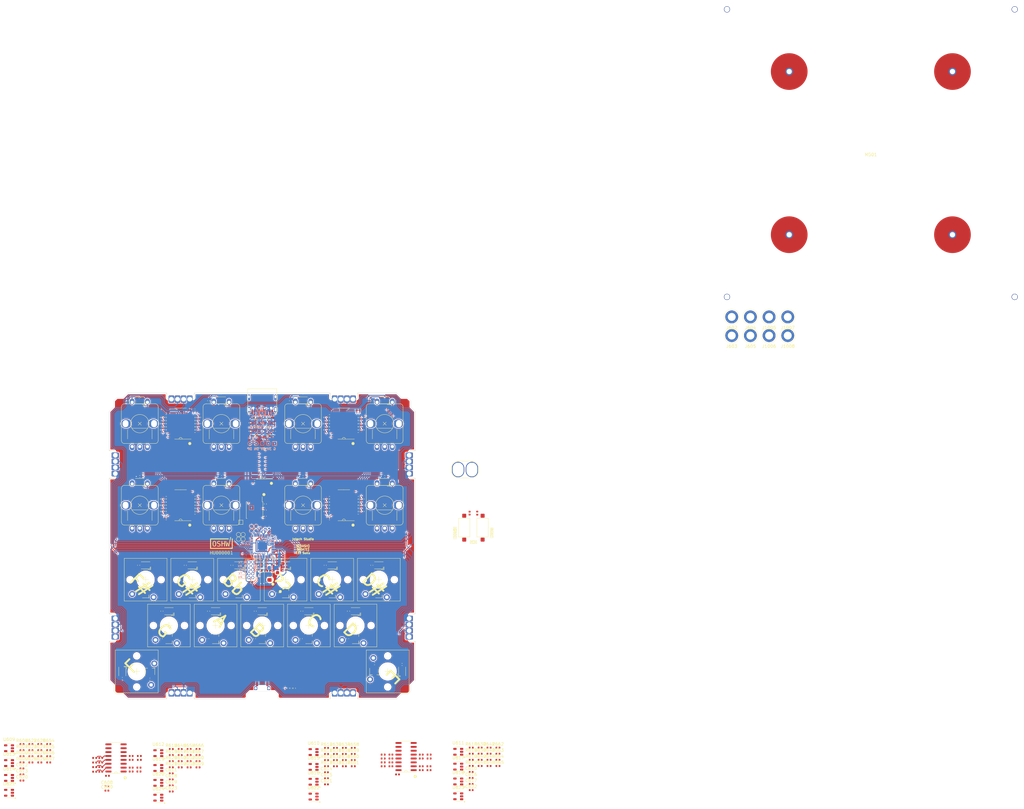
<source format=kicad_pcb>
(kicad_pcb (version 20241229) (generator "pcbnew") (generator_version "9.0")
  (layers (0 "F.Cu" signal) (4 "In1.Cu" signal) (6 "In2.Cu" signal) (2 "B.Cu" signal) (13 "F.Paste" user) (15 "B.Paste" user) (5 "F.SilkS" user "F.Silkscreen") (7 "B.SilkS" user "B.Silkscreen") (1 "F.Mask" user) (3 "B.Mask" user) (25 "Edge.Cuts" user))
  (net 0 "")
  (net 1 "GND")
  (net 2 "/MCU/MAP_MODE")
  (net 3 "Net-(J701-In)")
  (net 4 "Net-(U704-XTAL_P)")
  (net 5 "Net-(U704-XTAL_N)")
  (net 6 "Net-(C601-Pad1)")
  (net 7 "/MCU/USB_DN")
  (net 8 "/MCU/USB_DP")
  (net 9 "VDD_SPI")
  (net 10 "/MCU/TMS")
  (net 11 "/MCU/TCK")
  (net 12 "/MCU/TDO")
  (net 13 "/MCU/GRID_SYNC_1")
  (net 14 "/MCU/GRID_WEST_TX")
  (net 15 "+5V")
  (net 16 "/MCU/GRID_WEST_RX")
  (net 17 "/MCU/GRID_SYNC_2")
  (net 18 "/MCU/GRID_SOUTH_TX")
  (net 19 "/MCU/GRID_NORTH_RX")
  (net 20 "/MCU/GRID_SOUTH_RX")
  (net 21 "/MCU/GRID_NORTH_TX")
  (net 22 "/MCU/GRID_EAST_RX")
  (net 23 "/MCU/GRID_EAST_TX")
  (net 24 "/MCU/LED_DATA_OUT")
  (net 25 "/UI_LED/LED_DATA_OUT")
  (net 26 "/MCU/TDI")
  (net 27 "/MCU/U0RXD")
  (net 28 "/MCU/U0TXD")
  (net 29 "/MCU/SPICS0")
  (net 30 "/ANA_0")
  (net 31 "/ANA_1")
  (net 32 "/ANA_4")
  (net 33 "/ANA_5")
  (net 34 "/ANA_12")
  (net 35 "/ANA_13")
  (net 36 "/ANA_2")
  (net 37 "/ANA_3")
  (net 38 "/ANA_6")
  (net 39 "/ANA_7")
  (net 40 "/ANA_14")
  (net 41 "/ANA_15")
  (net 42 "/ENCODER_8/ENCODER_0/C")
  (net 43 "/ENCODER_8/ENCODER_0/B")
  (net 44 "/HWCFG/HWCFG_DATA")
  (net 45 "/MCU/RP_UART0_TX")
  (net 46 "/MCU/RP_UART0_RX")
  (net 47 "/MCU/RP_CLK")
  (net 48 "/MCU/RP_SWCLK")
  (net 49 "/MCU/RP_SWDIO")
  (net 50 "/MCU/RP_RUN")
  (net 51 "/MCU/RP_SPI0_RX")
  (net 52 "/MCU/RP_SPI0_CS")
  (net 53 "/MCU/RP_SPI0_SCK")
  (net 54 "/MCU/RP_SPI0_TX")
  (net 55 "/MCU/USB_POWER/A7")
  (net 57 "/MCU/USB_POWER/CC2")
  (net 58 "/MCU/USB_POWER/A6")
  (net 59 "/MCU/USB_POWER/SBU2")
  (net 60 "/MCU/USB_POWER/SBU1")
  (net 61 "/MCU/USB_POWER/CC1")
  (net 62 "Net-(J601-SHIELD-PadS2)")
  (net 67 "/MCU/RP_INTERRUPT")
  (net 68 "/MCU/SPIQ")
  (net 69 "/MCU/SPIWP")
  (net 70 "/MCU/SPID")
  (net 71 "/MCU/SPICLK")
  (net 72 "/MCU/SPIHD")
  (net 73 "/MCU/ESP_RESET")
  (net 74 "/MCU/ESP_BOOT0")
  (net 75 "/MCU/ESP_LNA")
  (net 76 "+1V1")
  (net 79 "+3V3")
  (net 83 "ESP_GPIO_3")
  (net 84 "ESP_GPIO_2")
  (net 85 "ESP_GPIO_1")
  (net 86 "ESP_GPIO_4")
  (net 87 "ESP_GPIO_5")
  (net 88 "ESP_GPIO_16")
  (net 89 "ESP_GPIO_48")
  (net 90 "ESP_GPIO_47")
  (net 91 "ESP_GPIO_33")
  (net 92 "ESP_GPIO_34")
  (net 93 "ESP_GPIO_35")
  (net 94 "ESP_GPIO_36")
  (net 95 "ESP_GPIO_37")
  (net 96 "ESP_GPIO_45")
  (net 97 "ESP_GPIO_46")
  (net 98 "/ANA_8")
  (net 99 "/ANA_9")
  (net 100 "/ANA_10")
  (net 101 "/ANA_11")
  (net 102 "Net-(SW701-A)")
  (net 103 "Net-(U703-GPIO12)")
  (net 104 "Net-(U703-GPIO13)")
  (net 105 "Net-(U703-GPIO14)")
  (net 106 "Net-(U703-GPIO15)")
  (net 127 "Net-(C749-Pad1)")
  (net 129 "Net-(D901-DOUT)")
  (net 130 "Net-(D902-DOUT)")
  (net 131 "Net-(D902-DIN)")
  (net 132 "Net-(D903-DOUT)")
  (net 133 "Net-(D903-DIN)")
  (net 134 "Net-(D904-DIN)")
  (net 135 "Net-(D905-DOUT)")
  (net 136 "Net-(D906-DOUT)")
  (net 137 "Net-(D907-DOUT)")
  (net 138 "Net-(D909-DOUT)")
  (net 139 "Net-(D910-DOUT)")
  (net 140 "Net-(D911-DOUT)")
  (net 142 "Net-(U1002-X7)")
  (net 143 "Net-(U1002-X5)")
  (net 144 "Net-(U1002-X3)")
  (net 145 "Net-(U1002-X1)")
  (net 146 "Net-(U1002-X6)")
  (net 147 "Net-(U1002-X4)")
  (net 148 "Net-(U1002-X2)")
  (net 149 "Net-(U1002-X0)")
  (net 150 "Net-(U1001-X7)")
  (net 151 "Net-(U1001-X5)")
  (net 152 "Net-(U1001-X3)")
  (net 153 "Net-(U1001-X1)")
  (net 154 "Net-(U1001-X6)")
  (net 155 "Net-(U1001-X4)")
  (net 156 "Net-(U1001-X2)")
  (net 157 "Net-(U1001-X0)")
  (net 161 "Net-(U704-GPIO43)")
  (net 163 "/MCU/USB_POWER/DEBUG")
  (net 166 "/QUAD_INVERT_AND_OFFSET/INPUT_1")
  (net 167 "Net-(U609--)")
  (net 168 "Net-(U609-+)")
  (net 169 "/QUAD_INVERT_AND_OFFSET2/INPUT_1")
  (net 170 "Net-(U610--)")
  (net 171 "Net-(U610-+)")
  (net 172 "Net-(U611--)")
  (net 173 "/QUAD_INVERT_AND_OFFSET3/INPUT_1")
  (net 174 "Net-(U611-+)")
  (net 175 "Net-(U612--)")
  (net 176 "/QUAD_INVERT_AND_OFFSET1/INPUT_1")
  (net 177 "Net-(U612-+)")
  (net 178 "Net-(U613--)")
  (net 179 "/QUAD_INVERT_AND_OFFSET/INPUT_2")
  (net 180 "Net-(U613-+)")
  (net 181 "/QUAD_INVERT_AND_OFFSET/INPUT_3")
  (net 182 "Net-(U614--)")
  (net 183 "Net-(U614-+)")
  (net 184 "Net-(U615--)")
  (net 185 "/QUAD_INVERT_AND_OFFSET2/INPUT_2")
  (net 186 "Net-(U615-+)")
  (net 187 "/QUAD_INVERT_AND_OFFSET2/INPUT_3")
  (net 188 "Net-(U616--)")
  (net 189 "Net-(U616-+)")
  (net 190 "/QUAD_INVERT_AND_OFFSET3/INPUT_2")
  (net 191 "Net-(U617--)")
  (net 192 "Net-(U617-+)")
  (net 193 "/QUAD_INVERT_AND_OFFSET3/INPUT_3")
  (net 194 "Net-(U618--)")
  (net 195 "Net-(U618-+)")
  (net 196 "/QUAD_INVERT_AND_OFFSET1/INPUT_2")
  (net 197 "Net-(U619--)")
  (net 198 "Net-(U619-+)")
  (net 199 "/QUAD_INVERT_AND_OFFSET1/INPUT_3")
  (net 200 "Net-(U620--)")
  (net 201 "Net-(U620-+)")
  (net 202 "Net-(U621--)")
  (net 203 "/QUAD_INVERT_AND_OFFSET/INPUT_0")
  (net 204 "Net-(U621-+)")
  (net 205 "Net-(U622--)")
  (net 206 "/QUAD_INVERT_AND_OFFSET2/INPUT_0")
  (net 207 "Net-(U622-+)")
  (net 208 "Net-(U623--)")
  (net 209 "/QUAD_INVERT_AND_OFFSET3/INPUT_0")
  (net 210 "Net-(U623-+)")
  (net 211 "/QUAD_INVERT_AND_OFFSET1/INPUT_0")
  (net 212 "Net-(U624--)")
  (net 213 "Net-(U624-+)")
  (net 214 "/ENCODER_8/ENCODER_0/A")
  (net 215 "/ENCODER_8/ENCODER_1/C")
  (net 216 "/ENCODER_8/ENCODER_1/B")
  (net 217 "/ENCODER_8/ENCODER_1/A")
  (net 218 "/ENCODER_8/ENCODER_2/C")
  (net 219 "/ENCODER_8/ENCODER_2/B")
  (net 220 "/ENCODER_8/ENCODER_2/A")
  (net 221 "/ENCODER_8/ENCODER_3/C")
  (net 222 "/ENCODER_8/ENCODER_3/B")
  (net 223 "/ENCODER_8/ENCODER_3/A")
  (net 224 "/ENCODER_8/ENCODER_4/C")
  (net 225 "/ENCODER_8/ENCODER_4/B")
  (net 226 "/ENCODER_8/ENCODER_4/A")
  (net 227 "/ENCODER_8/ENCODER_5/C")
  (net 228 "/ENCODER_8/ENCODER_5/B")
  (net 229 "/ENCODER_8/ENCODER_5/A")
  (net 230 "/ENCODER_8/ENCODER_6/C")
  (net 231 "/ENCODER_8/ENCODER_6/B")
  (net 232 "/ENCODER_8/ENCODER_6/A")
  (net 233 "/ENCODER_8/ENCODER_7/C")
  (net 234 "/ENCODER_8/ENCODER_7/B")
  (net 235 "/ENCODER_8/ENCODER_7/A")
  (net 236 "/ENCODER_8/CLOCK")
  (net 237 "/ENCODER_8/SHIFT")
  (net 238 "/ENCODER_8/DATA")
  (net 249 "Net-(D1012-DOUT)")
  (net 250 "Net-(D1001-DOUT)")
  (net 251 "Net-(D1002-DOUT)")
  (net 252 "Net-(D1002-DIN)")
  (net 253 "Net-(D1005-DOUT)")
  (net 254 "Net-(D1006-DOUT)")
  (net 255 "Net-(D1008-DOUT)")
  (net 256 "Net-(D1009-DOUT)")
  (net 257 "Net-(R1017-Pad1)")
  (net 258 "Net-(R1019-Pad2)")
  (net 259 "Net-(R1020-Pad2)")
  (net 260 "Net-(R1023-Pad1)")
  (net 261 "Net-(R1025-Pad2)")
  (net 262 "Net-(R1026-Pad2)")
  (net 263 "Net-(R1029-Pad1)")
  (net 264 "Net-(R1031-Pad2)")
  (net 265 "Net-(R1032-Pad2)")
  (net 266 "Net-(R1035-Pad1)")
  (net 267 "Net-(R1037-Pad2)")
  (net 268 "Net-(R1038-Pad2)")
  (net 269 "Net-(R1041-Pad1)")
  (net 270 "Net-(R1043-Pad2)")
  (net 271 "Net-(R1044-Pad2)")
  (net 272 "Net-(R1047-Pad1)")
  (net 273 "Net-(R1049-Pad2)")
  (net 274 "Net-(R1050-Pad2)")
  (net 275 "Net-(R1053-Pad1)")
  (net 276 "Net-(R1055-Pad2)")
  (net 277 "Net-(R1056-Pad2)")
  (net 278 "Net-(R1059-Pad1)")
  (net 279 "Net-(R1061-Pad2)")
  (net 280 "Net-(R1062-Pad2)")
  (net 282 "Net-(U1014-Q)")
  (net 284 "Net-(U1016-Q)")
  (net 285 "Net-(U1018-Q)")
  (footprint "suku_basics:UI_WS2812C-2020" (layer "F.Cu") (at 145.7 141 90)
    (property "Reference" "D904" (hide yes))
    (property "Value" "WS2812C-2020" (hide yes))
  )
  (footprint "suku_basics:UI_WS2812C-2020" (layer "F.Cu") (at 61.9 106.3 180)
    (property "Reference" "D905" (hide yes))
    (property "Value" "WS2812C-2020" (hide yes))
  )
  (footprint "suku_basics:UI_WS2812C-2020" (layer "F.Cu") (at 69.52 121.299999 180)
    (property "Reference" "D909" (hide yes))
    (property "Value" "WS2812C-2020" (hide yes))
  )
  (footprint "suku_basics:UI_WS2812C-2020" (layer "F.Cu") (at 107.62 106.3 180)
    (property "Reference" "D914" (hide yes))
    (property "Value" "WS2812C-2020" (hide yes))
  )
  (footprint "suku_basics:CAP_0402" (layer "F.Cu") (at 108.485 146.49 -90)
    (property "Reference" "C757" (hide yes))
    (property "Value" "100n" (hide yes))
  )
  (footprint "suku_basics:CAP_0402" (layer "F.Cu") (at 59.614 106.3 -90)
    (property "Reference" "C905" (hide yes))
    (property "Value" "100n" (hide yes))
  )
  (footprint "suku_basics:CAP_0402" (layer "F.Cu") (at 67.234 121.299999 -90)
    (property "Reference" "C909" (hide yes))
    (property "Value" "100n" (hide yes))
  )
  (footprint "suku_basics:CAP_0402" (layer "F.Cu") (at 74.854 106.3 -90)
    (property "Reference" "C913" (hide yes))
    (property "Value" "100n" (hide yes))
  )
  (footprint "suku_basics:CAP_0402" (layer "F.Cu") (at 105.334 106.3 -90)
    (property "Reference" "C914" (hide yes))
    (property "Value" "100n" (hide yes))
  )
  (footprint "suku_basics:CAP_0402" (layer "F.Cu") (at 47.25 170.78 180)
    (property "Reference" "C1001" (hide yes))
    (property "Value" "100n" (hide yes))
  )
  (footprint "suku_basics:CAP_0402" (layer "F.Cu") (at 47.25 173.78 180)
    (property "Reference" "C1002" (hide yes))
    (property "Value" "100n" (hide yes))
  )
  (footprint "suku_basics:CAP_0402" (layer "F.Cu") (at 47.25 172.28 180)
    (property "Reference" "C1005" (hide yes))
    (property "Value" "100n" (hide yes))
  )
  (footprint "suku_basics:CAP_0402" (layer "F.Cu") (at 47.25 169.28 180)
    (property "Reference" "C1006" (hide yes))
    (property "Value" "100n" (hide yes))
  )
  (footprint "suku_basics:UI_WS2812C-2020" (layer "F.Cu") (at 54.299999 141 -90)
    (property "Reference" "D901" (hide yes))
    (property "Value" "WS2812C-2020" (hide yes))
  )
  (footprint "suku_basics:UI_WS2812C-2020" (layer "F.Cu") (at 92.38 106.3 180)
    (property "Reference" "D906" (hide yes))
    (property "Value" "WS2812C-2020" (hide yes))
  )
  (footprint "suku_basics:UI_WS2812C-2020" (layer "F.Cu") (at 77.14 106.3 180)
    (property "Reference" "D913" (hide yes))
    (property "Value" "WS2812C-2020" (hide yes))
  )
  (footprint "suku_basics:J_INTERFACE_SPRINGPATTERN" (layer "F.Cu") (at 50 73.33 90)
    (property "Reference" "J504" (hide yes))
    (property "Value" "Conn_01x04")
  )
  (footprint "suku_basics:J_INTERFACE_SPRINGPATTERN" (layer "F.Cu") (at 50 126.67 90)
    (property "Reference" "J506" (hide yes))
    (property "Value" "Conn_01x04")
  )
  (footprint "suku_basics:J_INTERFACE_SPRINGPATTERN" (layer "F.Cu") (at 73.33 150 180)
    (property "Reference" "J507" (hide yes))
    (property "Value" "Conn_01x04")
  )
  (footprint "suku_basics:J_INTERFACE_SPRINGPATTERN" (layer "F.Cu") (at 73.33 50)
    (property "Reference" "J501" (hide yes))
    (property "Value" "Conn_01x04")
  )
  (footprint "suku_basics:J_INTERFACE_SPRINGPATTERN" (layer "F.Cu") (at 126.67 150 180)
    (property "Reference" "J508" (hide yes))
    (property "Value" "Conn_01x04")
  )
  (footprint "suku_basics:J_INTERFACE_SPRINGPATTERN" (layer "F.Cu") (at 126.67 50)
    (property "Reference" "J502" (hide yes))
    (property "Value" "Conn_01x04")
  )
  (footprint "suku_basics:J_INTERFACE_SPRINGPATTERN" (layer "F.Cu") (at 150 73.33 -90)
    (property "Reference" "J503" (hide yes))
    (property "Value" "Conn_01x04")
  )
  (footprint "suku_basics:RES_0402" (layer "F.Cu") (at 45.25 170.78 180)
    (property "Reference" "R1001" (hide yes))
    (property "Value" "1k" (hide yes))
  )
  (footprint "suku_basics:RES_0402" (layer "F.Cu") (at 45.25 173.78 180)
    (property "Reference" "R1002" (hide yes))
    (property "Value" "1k" (hide yes))
  )
  (footprint "suku_basics:RES_0402" (layer "F.Cu") (at 45.25 172.28 180)
    (property "Reference" "R1005" (hide yes))
    (property "Value" "1k" (hide yes))
  )
  (footprint "suku_basics:RES_0402" (layer "F.Cu") (at 45.25 169.28 180)
    (property "Reference" "R1006" (hide yes))
    (property "Value" "1k" (hide yes))
  )
  (footprint "suku_basics:RES_0402" (layer "F.Cu") (at 110.485 146.49 90)
    (property "Reference" "R736" (hide yes))
    (property "Value" "1k" (hide yes))
  )
  (footprint "suku_basics:CAP_0402" (layer "F.Cu") (at 145.7 138.714 180)
    (property "Reference" "C904" (hide yes))
    (property "Value" "100n" (hide yes))
  )
  (footprint "suku_basics:CAP_0402" (layer "F.Cu") (at 90.094 106.3 -90)
    (property "Reference" "C906" (hide yes))
    (property "Value" "100n" (hide yes))
  )
  (footprint "suku_basics:J_INTERFACE_SPRINGPATTERN" (layer "F.Cu") (at 150 126.67 -90)
    (property "Reference" "J505" (hide yes))
    (property "Value" "Conn_01x04")
  )
  (footprint "suku_basics:RES_0402" (layer "F.Cu") (at 139.507 170.735 180)
    (property "Reference" "R1009" (hide yes))
    (property "Value" "1k" (hide yes))
  )
  (footprint "suku_basics:RES_0402" (layer "F.Cu") (at 139.507 172.005 180)
    (property "Reference" "R1010" (hide yes))
    (property "Value" "1k" (hide yes))
  )
  (footprint "suku_basics:RES_0402" (layer "F.Cu") (at 139.507 168.195 180)
    (property "Reference" "R1014" (hide yes))
    (property "Value" "1k" (hide yes))
  )
  (footprint "suku_basics:SOIC-16_74HC4051" (layer "F.Cu") (at 147 168.83 180)
    (property "Reference" "U1002" (hide yes))
    (property "Value" "74HC4051" (hide yes))
  )
  (footprint "suku_basics:CAP_0402" (layer "F.Cu") (at 142.047 169.465 180)
    (property "Reference" "C1010" (hide yes))
    (property "Value" "100n" (hide yes))
  )
  (footprint "suku_basics:CAP_0402" (layer "F.Cu") (at 142.047 172.005 180)
    (property "Reference" "C1011" (hide yes))
    (property "Value" "100n" (hide yes))
  )
  (footprint "suku_basics:CAP_0402" (layer "F.Cu") (at 142.047 170.735 180)
    (property "Reference" "C1014" (hide yes))
    (property "Value" "100n" (hide yes))
  )
  (footprint "suku_basics:CAP_0402" (layer "F.Cu") (at 142.047 168.195 180)
    (property "Reference" "C1015" (hide yes))
    (property "Value" "100n" (hide yes))
  )
  (footprint "suku_basics:SOIC-16_74HC4051" (layer "F.Cu") (at 52.225 169.28 180)
    (property "Reference" "U1001" (hide yes))
    (property "Value" "74HC4051" (hide yes))
  )
  (footprint "suku_basics:RES_0402" (layer "F.Cu") (at 59.718 173.725)
    (property "Reference" "R1003" (hide yes))
    (property "Value" "1k" (hide yes))
  )
  (footprint "suku_basics:RES_0402" (layer "F.Cu") (at 59.718 172.455)
    (property "Reference" "R1004" (hide yes))
    (property "Value" "1k" (hide yes))
  )
  (footprint "suku_basics:RES_0402" (layer "F.Cu") (at 59.845 168.645)
    (property "Reference" "R1007" (hide yes))
    (property "Value" "1k" (hide yes))
  )
  (footprint "suku_basics:RES_0402" (layer "F.Cu") (at 59.845 169.915)
    (property "Reference" "R1008" (hide yes))
    (property "Value" "1k" (hide yes))
  )
  (footprint "suku_basics:CAP_0402" (layer "F.Cu") (at 57.178 173.725)
    (property "Reference" "C1003" (hide yes))
    (property "Value" "100n" (hide yes))
  )
  (footprint "suku_basics:CAP_0402" (layer "F.Cu") (at 57.178 172.455)
    (property "Reference" "C1004" (hide yes))
    (property "Value" "100n" (hide yes))
  )
  (footprint "suku_basics:CAP_0402" (layer "F.Cu") (at 57.178 168.645)
    (property "Reference" "C1007" (hide yes))
    (property "Value" "100n" (hide yes))
  )
  (footprint "suku_basics:CAP_0402" (layer "F.Cu") (at 57.178 169.915)
    (property "Reference" "C1008" (hide yes))
    (property "Value" "100n" (hide yes))
  )
  (footprint "suku_basics:RES_0402" (layer "F.Cu") (at 139.507 169.465 180)
    (property "Reference" "R1013" (hide yes))
    (property "Value" "1k" (hide yes))
  )
  (footprint "suku_basics:CAP_0402" (layer "F.Cu") (at 151.953 173.275)
    (property "Reference" "C1012" (hide yes))
    (property "Value" "100n" (hide yes))
  )
  (footprint "suku_basics:CAP_0402" (layer "F.Cu") (at 151.953 172.005)
    (property "Reference" "C1013" (hide yes))
    (property "Value" "100n" (hide yes))
  )
  (footprint "suku_basics:CAP_0402" (layer "F.Cu") (at 151.953 168.195)
    (property "Reference" "C1016" (hide yes))
    (property "Value" "100n" (hide yes))
  )
  (footprint "suku_basics:CAP_0402" (layer "F.Cu") (at 151.953 169.465)
    (property "Reference" "C1017" (hide yes))
    (property "Value" "100n" (hide yes))
  )
  (footprint "suku_basics:RES_0402" (layer "F.Cu") (at 154.493 173.275)
    (property "Reference" "R1011" (hide yes))
    (property "Value" "1k" (hide yes))
  )
  (footprint "suku_basics:RES_0402" (layer "F.Cu") (at 154.4676 172.005)
    (property "Reference" "R1012" (hide yes))
    (property "Value" "1k" (hide yes))
  )
  (footprint "suku_basics:RES_0402" (layer "F.Cu") (at 154.5184 168.195)
    (property "Reference" "R1015" (hide yes))
    (property "Value" "1k" (hide yes))
  )
  (footprint "suku_basics:RES_0402" (layer "F.Cu") (at 154.5184 169.465)
    (property "Reference" "R1016" (hide yes))
    (property "Value" "1k" (hide yes))
  )
  (footprint "suku_basics:SOIC-8W_FLASH" (layer "F.Cu") (at 97.5 88.25 -90)
    (property "Reference" "U705" (hide yes))
    (property "Value" "W25Q64JVSSIQ" (hide yes))
  )
  (footprint "suku_basics:CAP_0402" (layer "F.Cu") (at 54.299999 143.286)
    (property "Reference" "C901" (hide yes))
    (property "Value" "100n" (hide yes))
  )
  (footprint "suku_basics:CAP_0402" (layer "F.Cu") (at 97.5 78.8875 180)
    (property "Reference" "C801" (hide yes))
    (property "Value" "100n" (hide yes))
  )
  (footprint "suku_basics:CAP_0402" (layer "F.Cu") (at 144.206 174.672)
    (property "Reference" "C1018" (hide yes))
    (property "Value" "100n" (hide yes))
  )
  (footprint "suku_basics:CAP_0402" (layer "F.Cu") (at 49.431 175.122)
    (property "Reference" "C1009" (hide yes))
    (property "Value" "100n" (hide yes))
  )
  (footprint "suku_basics:SW_HYP_MAPMODE" (layer "F.Cu") (at 100 146.2 180)
    (property "Reference" "SW701" (hide yes))
    (property "Value" "C255807" (hide yes))
  )
  (footprint "suku_basics:SOIC-16_74HC165" (layer "F.Cu") (at 100 73 180)
    (property "Reference" "U801" (hide yes))
    (property "Value" "74HC165" (hide yes))
  )
  (footprint "suku_basics:CAP_0402" (layer "F.Cu") (at 101 90.25 -90)
    (property "Reference" "C756" (hide yes))
    (property "Value" "100n" (hide yes))
  )
  (footprint "suku_basics:UI_WS2812C-2020" (layer "F.Cu") (at 84.76 121.3 180)
    (property "Reference" "D902" (hide yes))
    (property "Value" "WS2812C-2020" (hide yes))
  )
  (footprint "suku_basics:CAP_0402" (layer "F.Cu") (at 82.474 121.3 -90)
    (property "Reference" "C902" (hide yes))
    (property "Value" "100n" (hide yes))
  )
  (footprint "suku_basics:UI_WS2812C-2020" (layer "F.Cu") (at 100 121.3 180)
    (property "Reference" "D910" (hide yes))
    (property "Value" "WS2812C-2020" (hide yes))
  )
  (footprint "suku_basics:CAP_0402" (layer "F.Cu") (at 97.714 121.3 -90)
    (property "Reference" "C910" (hide yes))
    (property "Value" "100n" (hide yes))
  )
  (footprint "suku_basics:CAP_0402" (layer "F.Cu") (at 120.574 106.3 -90)
    (property "Reference" "C907" (hide yes))
    (property "Value" "100n")
  )
  (footprint "suku_basics:CAP_0402" (layer "F.Cu") (at 68.631 89.205 180)
    (property "Reference" "C1048" (hide yes))
    (property "Value" "100n")
  )
  (footprint "suku_basics:RES_0402" (layer "F.Cu") (at 132.893 88.697 -90)
    (property "Reference" "R1062" (hide yes))
    (property "Value" "5k1")
  )
  (footprint "suku_basics:SOIC-16_74HC165" (layer "F.Cu") (at 126.67 86.665 180)
    (property "Reference" "U1019" (hide yes))
    (property "Value" "74HC165")
  )
  (footprint "suku_basics:RES_0402" (layer "F.Cu") (at 67.107 62.027 90)
    (property "Reference" "R1018" (hide yes))
    (property "Value" "10k")
  )
  (footprint "suku_basics:RES_0402" (layer "F.Cu") (at 27.33 168.76)
    (property "Reference" "R628")
    (property "Value" "15k")
  )
  (footprint "suku_basics:RES_0402" (layer "F.Cu") (at 78.029 85.141 180)
    (property "Reference" "R1047" (hide yes))
    (property "Value" "10k")
  )
  (footprint "suku_basics:SOT-23-5" (layer "F.Cu") (at 66.06 177.426)
    (property "Reference" "U620")
    (property "Value" "LMV321")
  )
  (footprint "suku_basics:SOT-23W" (layer "F.Cu") (at 69.52 130.299999 180)
    (property "Reference" "U1007" (hide yes))
    (property "Value" "OH49E-S")
  )
  (footprint "suku_basics:CAP_0402" (layer "F.Cu") (at 168.265 177.8275)
    (property "Reference" "C617")
    (property "Value" "100n")
  )
  (footprint "suku_basics:RES_0402" (layer "F.Cu") (at 129.74 166.03)
    (property "Reference" "R658")
    (property "Value" "5k1")
  )
  (footprint "suku_basics:CAP_0402" (layer "F.Cu") (at 102 105.25 -90)
    (property "Reference" "C753" (hide yes))
    (property "Value" "10n" (hide yes))
  )
  (footprint "suku_basics:CAP_0402" (layer "F.Cu") (at 68.631 60.503 180)
    (property "Reference" "C1032" (hide yes))
    (property "Value" "100n")
  )
  (footprint "suku_basics:RES_0402" (layer "F.Cu") (at 129.74 168.02)
    (property "Reference" "R659")
    (property "Value" "10k")
  )
  (footprint "suku_basics:CAP_0402" (layer "F.Cu") (at 121.971 91.11 180)
    (property "Reference" "C1041" (hide yes))
    (property "Value" "100n")
  )
  (footprint "suku_basics:CAP_0402" (layer "F.Cu") (at 131.369 55.55 180)
    (property "Reference" "C1040" (hide yes))
    (property "Value" "100n")
  )
  (footprint "suku_basics:gateron-low-profile" (layer "F.Cu") (at 138.1 111)
    (property "Reference" "SW1015" (hide yes))
    (property "Value" "C2905169")
  )
  (footprint "suku_basics:RES_0402" (layer "F.Cu") (at 177.015 165.9375)
    (property "Reference" "R662")
    (property "Value" "5k1")
  )
  (footprint "suku_basics:SW_SPST_CK_RS282G05A3" (layer "F.Cu") (at 166 94 90)
    (property "Reference" "SW703" (hide yes))
    (property "Value" "C2905169")
  )
  (footprint "suku_basics:RES_0402" (layer "F.Cu") (at 126.83 170.01)
    (property "Reference" "R636")
    (property "Value" "15k")
  )
  (footprint "suku_basics:CAP_0402" (layer "F.Cu") (at 112.7 130.3 -90)
    (property "Reference" "C1027" (hide yes))
    (property "Value" "100n")
  )
  (footprint "suku_basics:RES_0402" (layer "F.Cu") (at 68.631 86.157 180)
    (property "Reference" "R1045" (hide yes))
    (property "Value" "5k1")
  )
  (footprint "suku_basics:CAP_0402" (layer "F.Cu") (at 68.631 87.173 180)
    (property "Reference" "C1049" (hide yes))
    (property "Value" "100n")
  )
  (footprint "suku_basics:RES_0402" (layer "F.Cu") (at 120.447 62.027 90)
    (property "Reference" "R1030" (hide yes))
    (property "Value" "10k")
  )
  (footprint "suku_basics:RES_0402" (layer "F.Cu") (at 123.92 170.01)
    (property "Reference" "R632")
    (property "Value" "15k")
  )
  (footprint "suku_basics:SOT-23W" (layer "F.Cu") (at 63.299999 141 -90)
    (property "Reference" "U1003" (hide yes))
    (property "Value" "OH49E-S")
  )
  (footprint "suku_basics:CAP_0402" (layer "F.Cu") (at 104 62.5 90)
    (property "Reference" "C607" (hide yes))
    (property "Value" "100n")
  )
  (footprint "suku_basics:RES_0402" (layer "F.Cu") (at 27.33 166.77)
    (property "Reference" "R627")
    (property "Value" "10k")
  )
  (footprint "suku_basics:RES_0402" (layer "F.Cu") (at 177.015 171.9075)
    (property "Reference" "R665")
    (property "Value" "15k")
  )
  (footprint "suku_basics:RES_0402" (layer "F.Cu") (at 171.195 167.9275)
    (property "Reference" "R639")
    (property "Value" "10k")
  )
  (footprint "suku_basics:SOT-363_SC-70-6" (layer "F.Cu") (at 102 59.75)
    (property "Reference" "U606" (hide yes))
    (property "Value" "BL1551B")
  )
  (footprint "suku_basics:RES_0402" (layer "F.Cu") (at 168.285 171.9075)
    (property "Reference" "R617")
    (property "Value" "15k")
  )
  (footprint "suku_basics:CAP_0402" (layer "F.Cu") (at 78.029 84.125)
    (property "Reference" "C1051" (hide yes))
    (property "Value" "100n")
  )
  (footprint "suku_basics:CAP_0402" (layer "F.Cu") (at 21.49 174.7)
    (property "Reference" "C613")
    (property "Value" "100n")
  )
  (footprint "suku_basics:RES_0402" (layer "F.Cu") (at 101 86.25 90)
    (property "Reference" "R734" (hide yes))
    (property "Value" "5k1" (hide yes))
  )
  (footprint "suku_basics:CAP_0402" (layer "F.Cu") (at 131.369 84.125)
    (property "Reference" "C1057" (hide yes))
    (property "Value" "100n")
  )
  (footprint "suku_basics:RES_0402" (layer "F.Cu") (at 131.369 60.503)
    (property "Reference" "R1039" (hide yes))
    (property "Value" "5k1")
  )
  (footprint "suku_basics:RES_0402" (layer "F.Cu") (at 131.369 62.535)
    (property "Reference" "R1040" (hide yes))
    (property "Value" "5k1")
  )
  (footprint "Crystal:Crystal_SMD_Abracon_ABM8G-4Pin_3.2x2.5mm" (layer "F.Cu") (at 101.25 110.25 180)
    (property "Reference" "Y701" (hide yes))
    (property "Value" "40MHz" (hide yes))
  )
  (footprint "suku_basics:RES_0402" (layer "F.Cu") (at 79.02 166.39)
    (property "Reference" "R666")
    (property "Value" "5k1")
  )
  (footprint "suku_basics:UI_ENCODER_SONGHUEI" (layer "F.Cu") (at 113.335 86.665)
    (property "Reference" "UI1007" (hide yes))
    (property "Value" "ED1115S-20P-20C-13.5F/LAL/N=5/F=7")
  )
  (footprint "suku_basics:UI_ENCODER_SONGHUEI" (layer "F.Cu") (at 86.665 59.995)
    (property "Reference" "UI1002" (hide yes))
    (property "Value" "ED1115S-20P-20C-13.5F/LAL/N=5/F=7")
  )
  (footprint "suku_basics:RES_0402" (layer "F.Cu") (at 73.2 168.38)
    (property "Reference" "R647")
    (property "Value" "10k")
  )
  (footprint "suku_basics:RES_0402" (layer "F.Cu") (at 70.29 170.37)
    (property "Reference" "R620")
    (property "Value" "15k")
  )
  (footprint "suku_basics:SOT-23-5" (layer "F.Cu") (at 17.28 175.816)
    (property "Reference" "U614")
    (property "Value" "LMV321")
  )
  (footprint "suku_basics:RES_0402" (layer "F.Cu") (at 123.92 172)
    (property "Reference" "R633")
    (property "Value" "15k")
  )
  (footprint "suku_basics:RES_0402" (layer "F.Cu") (at 76.11 170.37)
    (property "Reference" "R652")
    (property "Value" "15k")
  )
  (footprint "suku_basics:SOT-23-5" (layer "F.Cu") (at 17.28 170.963)
    (property "Reference" "U613")
    (property "Value" "LMV321")
  )
  (footprint "suku_basics:CAP_0402" (layer "F.Cu") (at 78.029 59.487)
    (property "Reference" "C1036" (hide yes))
    (property "Value" "100n")
  )
  (footprint "suku_basics:SMD_NUT_M1.6x2.5" (layer "F.Cu") (at 271.7 25.1)
    (property "Reference" "J1007")
    (property "Value" "SMTSO1625MTJ")
  )
  (footprint "suku_basics:UI_WS2812C-2020" (layer "F.Cu") (at 86.665 52.375 180)
    (property "Reference" "D1005" (hide yes))
    (property "Value" "WS2812C-2020" (hide yes))
  )
  (footprint "suku_basics:RES_0402" (layer "F.Cu") (at 170.25 89.25 -90)
    (property "Reference" "R735" (hide yes))
    (property "Value" "5k1")
  )
  (footprint "suku_basics:RES_0402" (layer "F.Cu") (at 78.029 62.535)
    (property "Reference" "R1028" (hide yes))
    (property "Value" "5k1")
  )
  (footprint "suku_basics:RES_0402" (layer "F.Cu") (at 78.029 89.205)
    (property "Reference" "R1052" (hide yes))
    (property "Value" "5k1")
  )
  (footprint "suku_basics:CAP_0402" (layer "F.Cu") (at 70.27 178.28)
    (property "Reference" "C619")
    (property "Value" "100n")
  )
  (footprint "suku_basics:CAP_0402" (layer "F.Cu") (at 100.35 108 180)
    (property "Reference" "C750" (hide yes))
    (property "Value" "10p" (hide yes))
  )
  (footprint "suku_basics:RES_0402" (layer "F.Cu") (at 79.02 172.36)
    (property "Reference" "R669")
    (property "Value" "15k")
  )
  (footprint "suku_basics:RES_0402" (layer "F.Cu") (at 68.631 88.189)
    (property "Reference" "R1041" (hide yes))
    (property "Value" "10k")
  )
  (footprint "suku_basics:CAP_0402" (layer "F.Cu") (at 98.75 105.25 -90)
    (property "Reference" "C752" (hide yes))
    (property "Value" "100n" (hide yes))
  )
  (footprint "suku_basics:SOT-23-5" (layer "F.Cu") (at 164.055 172.1205)
    (property "Reference" "U617")
    (property "Value" "LMV321")
  )
  (footprint "suku_basics:USB_C_Korean_Hroparts_TYPE-C-31-M-12" (layer "F.Cu") (at 100 53.4 180)
    (property "Reference" "J601" (hide yes))
    (property "Value" "TYPE-C-32-M-12" (hide yes))
  )
  (footprint "suku_basics:RES_0402" (layer "F.Cu") (at 132.893 59.995 -90)
    (property "Reference" "R1037" (hide yes))
    (property "Value" "5k1")
  )
  (footprint "suku_basics:RES_0402" (layer "F.Cu") (at 121.01 168.02)
    (property "Reference" "R611")
    (property "Value" "10k")
  )
  (footprint "suku_basics:SOT-23-5" (layer "F.Cu") (at 116.78 177.066)
    (property "Reference" "U616")
    (property "Value" "LMV321")
  )
  (footprint "suku_basics:CAP_0402" (layer "F.Cu") (at 135.814 106.3 -90)
    (property "Reference" "C915" (hide yes))
    (property "Value" "100n")
  )
  (footprint "suku_basics:RES_0402" (layer "F.Cu") (at 129.74 172)
    (property "Reference" "R661")
    (property "Value" "15k")
  )
  (footprint "suku_basics:SOT-363_SC-70-6" (layer "F.Cu") (at 98 59.75)
    (property "Reference" "U608" (hide yes))
    (property "Value" "BL1551B")
  )
  (footprint "suku_basics:CAP_0402" (layer "F.Cu") (at 121.971 89.205 180)
    (property "Reference" "C1054" (hide yes))
    (property "Value" "100n")
  )
  (footprint "suku_basics:UI_WS2812C-2020" (layer "F.Cu") (at 115.24 121.3 180)
    (property "Reference" "D903" (hide yes))
    (property "Value" "WS2812C-2020")
  )
  (footprint "suku_basics:CAP_0402" (layer "F.Cu") (at 49.25 179.97)
    (property "Reference" "C609")
    (property "Value" "100n")
  )
  (footprint "suku_basics:RES_0402" (layer "F.Cu") (at 168.285 169.9175)
    (property "Reference" "R616")
    (property "Value" "15k")
  )
  (footprint "suku_basics:CAP_0402" (layer "F.Cu") (at 56 52.5 -90)
    (property "Reference" "C1060" (hide yes))
    (property "Value" "100n" (hide yes))
  )
  (footprint "suku_basics:RES_0402" (layer "F.Cu") (at 76.11 172.36)
    (property "Reference" "R653")
    (property "Value" "15k")
  )
  (footprint "suku_basics:CAP_0402" (layer "F.Cu") (at 66.98 130.299999 -90)
    (property "Reference" "C1023" (hide yes))
    (property "Value" "100n")
  )
  (footprint "suku_basics:OscilloscopeGround" (layer "F.Cu") (at 166.25 75)
    (property "Reference" "J799" (hide yes))
    (property "Value" "Conn_01x02")
  )
  (footprint "suku_basics:RES_0402" (layer "F.Cu") (at 68.631 61.519)
    (property "Reference" "R1017" (hide yes))
    (property "Value" "10k")
  )
  (footprint "suku_basics:RES_0402" (layer "F.Cu") (at 126.83 166.03)
    (property "Reference" "R634")
    (property "Value" "5k1")
  )
  (footprint "suku_basics:RES_0402" (layer "F.Cu") (at 132.893 86.665 -90)
    (property "Reference" "R1061" (hide yes))
    (property "Value" "5k1")
  )
  (footprint "suku_basics:CAP_0402" (layer "F.Cu") (at 112.954 121.3 -90)
    (property "Reference" "C903" (hide yes))
    (property "Value" "100n")
  )
  (footprint "suku_basics:CAP_0402" (layer "F.Cu") (at 120.99 175.95)
    (property "Reference" "C615")
    (property "Value" "100n")
  )
  (footprint "suku_basics:gateron-low-profile" (layer "F.Cu") (at 122.86 111)
    (property "Reference" "SW1011" (hide yes))
    (property "Value" "C2905169")
  )
  (footprint "suku_basics:RES_0402" (layer "F.Cu") (at 121.01 170.01)
    (property "Reference" "R612")
    (property "Value" "15k")
  )
  (footprint "suku_basics:SOT-363_SC-70-6" (layer "F.Cu") (at 98 62.5 180)
    (property "Reference" "U607" (hide yes))
    (property "Value" "BL1551B")
  )
  (footprint "suku_basics:CAP_0402" (layer "F.Cu") (at 105.25 102.75)
    (property "Reference" "C742" (hide yes))
    (property "Value" "1p8" (hide yes))
  )
  (footprint "suku_basics:RES_0402" (layer "F.Cu") (at 73.2 170.37)
    (property "Reference" "R648")
    (property "Value" "15k")
  )
  (footprint "suku_basics:RES_0402" (layer "F.Cu") (at 121.971 86.157 180)
    (property "Reference" "R1057" (hide yes))
    (property "Value" "5k1")
  )
  (footprint "suku_basics:RES_0402" (layer "F.Cu") (at 120.447 84.633 90)
    (property "Reference" "R1056" (hide yes))
    (property "Value" "5k1")
  )
  (footprint "suku_basics:RES_0402" (layer "F.Cu") (at 121.971 88.189)
    (property "Reference" "R1053" (hide yes))
    (property "Value" "10k")
  )
  (footprint "suku_basics:SOT-23W" (layer "F.Cu") (at 122.86 115.3 180)
    (property "Reference" "U1013" (hide yes))
    (property "Value" "OH49E-S")
  )
  (footprint "suku_basics:RES_0402" (layer "F.Cu") (at 174.105 165.9375)
    (property "Reference" "R642")
    (property "Value" "5k1")
  )
  (footprint "suku_basics:RES_0402" (layer "F.Cu") (at 30.24 168.76)
    (property "Reference" "R656")
    (property "Value" "15k")
  )
  (footprint "suku_basics:SOT-23-5" (layer "F.Cu") (at 66.06 172.573)
    (property "Reference" "U619")
    (property "Value" "LMV321")
  )
  (footprint "suku_basics:SOT-23W" (layer "F.Cu") (at 138.1 115.3 180)
    (property "Reference" "U1017" (hide yes))
    (property "Value" "OH49E-S")
  )
  (footprint "suku_basics:RES_0402" (layer "F.Cu") (at 73.2 172.36)
    (property "Reference" "R649")
    (property "Value" "15k")
  )
  (footprint "suku_basics:SOIC-16_74HC165" (layer "F.Cu") (at 73.33 86.665 180)
    (property "Reference" "U1016" (hide yes))
    (property "Value" "74HC165")
  )
  (footprint "suku_basics:UI_WS2812C-2020" (layer "F.Cu") (at 140.005 79.045 180)
    (property "Reference" "D1012" (hide yes))
    (property "Value" "WS2812C-2020" (hide yes))
  )
  (footprint "suku_basics:RES_0402" (layer "F.Cu") (at 67.107 84.633 90)
    (property "Reference" "R1044" (hide yes))
    (property "Value" "5k1")
  )
  (footprint "suku_basics:SOT-23W" (layer "F.Cu") (at 92.38 115.3 180)
    (property "Reference" "U1006" (hide yes))
    (property "Value" "OH49E-S")
  )
  (footprint "suku_basics:UI_WS2812C-2020" (layer "F.Cu") (at 59.995 79.045 180)
    (property "Reference" "D1002" (hide yes))
    (property "Value" "WS2812C-2020" (hide yes))
  )
  (footprint "TestPoint:TestPoint_Pad_1.0x1.0mm" (layer "F.Cu") (at 93 92.25)
    (property "Reference" "TP710" (hide yes))
    (property "Value" "TestPoint")
  )
  (footprint "suku_basics:CAP_0402" (layer "F.Cu") (at 101 94.75 90)
    (property "Reference" "C751" (hide yes))
    (property "Value" "100n" (hide yes))
  )
  (footprint "suku_basics:CAP_0402" (layer "F.Cu") (at 120.99 177.92)
    (property "Reference" "C621")
    (property "Value" "100n")
  )
  (footprint "suku_basics:UI_ENCODER_SONGHUEI" (layer "F.Cu") (at 59.995 59.995)
    (property "Reference" "UI1001" (hide yes))
    (property "Value" "ED1115S-20P-20C-13.5F/LAL/N=5/F=7")
  )
  (footprint "suku_basics:gateron-low-profile" (layer "F.Cu") (at 61.9 111)
    (property "Reference" "SW1003" (hide yes))
    (property "Value" "C2905169")
  )
  (footprint "suku_basics:RES_0402" (layer "F.Cu") (at 126.83 172)
    (property "Reference" "R637")
    (property "Value" "15k")
  )
  (footprint "suku_basics:gateron-low-profile" (layer "F.Cu") (at 77.14 111)
    (property "Reference" "SW1007" (hide yes))
    (property "Value" "C2905169")
  )
  (footprint "suku_basics:CAP_0402" (layer "F.Cu") (at 78.029 86.157)
    (property "Reference" "C1052" (hide yes))
    (property "Value" "100n")
  )
  (footprint "suku_basics:CAP_0402" (layer "F.Cu") (at 59.995 77.267 180)
    (property "Reference" "C1061" (hide yes))
    (property "Value" "100n" (hide yes))
  )
  (footprint "suku_basics:SOT-23-5" (layer "F.Cu") (at 17.28 166.11)
    (property "Reference" "U609")
    (property "Value" "LMV321")
  )
  (footprint "suku_basics:CAP_0402" (layer "F.Cu") (at 96 62.5 90)
    (property "Reference" "C606" (hide yes))
    (property "Value" "100n")
  )
  (footprint "suku_basics:UI_ENCODER_SONGHUEI" (layer "F.Cu") (at 140.005 59.995)
    (property "Reference" "UI1004" (hide yes))
    (property "Value" "ED1115S-20P-20C-13.5F/LAL/N=5/F=7")
  )
  (footprint "suku_basics:CAP_0402" (layer "F.Cu") (at 167.75 89.25 90)
    (property "Reference" "C758" (hide yes))
    (property "Value" "1u")
  )
  (footprint "suku_basics:CAP_0402" (layer "F.Cu") (at 68.631 85.141 180)
    (property "Reference" "C1050" (hide yes))
    (property "Value" "100n")
  )
  (footprint "suku_basics:SOT-23W" (layer "F.Cu") (at 100 130.3 180)
    (property "Reference" "U1008" (hide yes))
    (property "Value" "OH49E-S")
  )
  (footprint "suku_basics:CAP_0402" (layer "F.Cu") (at 70.27 180.25)
    (property "Reference" "C623")
    (property "Value" "100n")
  )
  (footprint "suku_basics:SOT-23W" (layer "F.Cu") (at 61.9 115.3 180)
    (property "Reference" "U1005" (hide yes))
    (property "Value" "OH49E-S")
  )
  (footprint "suku_basics:RES_0402" (layer "F.Cu") (at 132.893 57.963 -90)
    (property "Reference" "R1036" (hide yes))
    (property "Value" "10k")
  )
  (footprint "suku_basics:RES_0402" (layer "F.Cu") (at 68.631 59.487 180)
    (property "Reference" "R1021" (hide yes))
    (property "Value" "5k1")
  )
  (footprint "suku_basics:SMD_NUT_M1.6x2.5" (layer "F.Cu") (at 265.6 31.2)
    (property "Reference" "J1006")
    (property "Value" "SMTSO1625MTJ")
  )
  (footprint "suku_basics:CAP_0402" (layer "F.Cu") (at 70.27 176.31)
    (property "Reference" "C618")
    (property "Value" "100n")
  )
  (footprint "suku_basics:CAP_0402" (layer "F.Cu") (at 105.75 104.25 90)
    (property "Reference" "C739" (hide yes))
    (property "Value" "3p9" (hide yes))
  )
  (footprint "suku_basics:RES_0402" (layer "F.Cu") (at 30.24 166.77)
    (property "Reference" "R655")
    (property "Value" "10k")
  )
  (footprint "suku_basics:CAP_0402" (layer "F.Cu") (at 101 88.25 90)
    (property "Reference" "C755" (hide yes))
    (property "Value" "1u" (hide yes))
  )
  (footprint "suku_basics:RES_0402" (layer "F.Cu") (at 123.92 166.03)
    (property "Reference" "R630")
    (property "Value" "5k1")
  )
  (footprint "suku_basics:RES_0402" (layer "F.Cu") (at 24.42 170.75)
    (property "Reference" "R625")
    (property "Value" "15k")
  )
  (footprint "suku_basics:SOT-23-5" (layer "F.Cu") (at 164.055 176.9735)
    (property "Reference" "U618")
    (property "Value" "LMV321")
  )
  (footprint "suku_basics:RES_0402" (layer "F.Cu") (at 131.369 58.471 180)
    (property "Reference" "R1035" (hide yes))
    (property "Value" "10k")
  )
  (footprint "suku_basics:CAP_0402" (layer "F.Cu") (at 131.369 88.189)
    (property "Reference" "C1059" (hide yes))
    (property "Value" "100n")
  )
  (footprint "suku_basics:UI_ENCODER_SONGHUEI" (layer "F.Cu") (at 140.005 86.665)
    (property "Reference" "UI1008" (hide yes))
    (property "Value" "ED1115S-20P-20C-13.5F/LAL/N=5/F=7")
  )
  (footprint "suku_basics:RES_0402" (layer "F.Cu") (at 171.195 169.9175)
    (property "Reference" "R640")
    (property "Value" "15k")
  )
  (footprint "suku_basics:RES_0402" (layer "F.Cu") (at 68.631 84.125 180)
    (property "Reference" "R1046" (hide yes))
    (property "Value" "5k1")
  )
  (footprint "suku_basics:CAP_0402" (layer "F.Cu") (at 74.6 115.3 -90)
    (property "Reference" "C1025" (hide yes))
    (property "Value" "100n")
  )
  (footprint "suku_basics:RES_0402" (layer "F.Cu") (at 79.553 62.027 -90)
    (property "Reference" "R1026" (hide yes))
    (property "Value" "5k1")
  )
  (footprint "suku_basics:RES_0402" (layer "F.Cu") (at 21.51 164.78)
    (property "Reference" "R606")
    (property "Value" "5k1")
  )
  (footprint "suku_basics:CAP_0402" (layer "F.Cu") (at 105.25 101.5)
    (property "Reference" "C749" (hide yes))
    (property "Value" "100n" (hide yes))
  )
  (footprint "suku_basics:CAP_0402" (layer "F.Cu") (at 168.265 179.7975)
    (property "Reference" "C622")
    (property "Value" "100n")
  )
  (footprint "suku_basics:RES_0402" (layer "F.Cu") (at 120.447 59.995 90)
    (property "Reference" "R1031" (hide yes))
    (property "Value" "5k1")
  )
  (footprint "suku_basics:RES_0402" (layer "F.Cu") (at 109.485 146.49 90)
    (property "Reference" "R701" (hide yes))
    (property "Value" "5k1")
  )
  (footprint "suku_basics:gateron-low-profile" (layer "F.Cu") (at 92.38 111)
    (property "Reference" "SW1004" (hide yes))
    (property "Value" "C2905169")
  )
  (footprint "suku_basics:CAP_0402" (layer "F.Cu") (at 78.029 61.519)
    (property "Reference" "C1037" (hide yes))
    (property "Value" "100n")
  )
  (footprint "suku_basics:RES_0402" (layer "F.Cu") (at 171.195 165.9375)
    (property "Reference" "R638")
    (property "Value" "5k1")
  )
  (footprint "suku_basics:RES_0402" (layer "F.Cu") (at 132.893 62.027 -90)
    (property "Reference" "R1038" (hide yes))
    (property "Value" "5k1")
  )
  (footprint "suku_basics:QFN-56-1EP_7x7mm_P0.4mm_EP3.2x3.2mm" (layer "F.Cu") (at 100 100 180)
    (property "Reference" "U704" (hide yes))
    (property "Value" "ESP32-S3" (hide yes))
  )
  (footprint "suku_basics:UI_ENCODER_SONGHUEI" (layer "F.Cu") (at 113.335 59.995)
    (property "Reference" "UI1003" (hide yes))
    (property "Value" "ED1115S-20P-20C-13.5F/LAL/N=5/F=7")
  )
  (footprint "suku_basics:CAP_0402" (layer "F.Cu") (at 131.369 86.157)
    (property "Reference" "C1058" (hide yes))
    (property "Value" "100n")
  )
  (footprint "suku_basics:RES_0402" (layer "F.Cu") (at 121.01 166.03)
    (property "Reference" "R610")
    (property "Value" "5k1")
  )
  (footprint "suku_basics:RES_0402" (layer "F.Cu") (at 121.01 172)
    (property "Reference" "R613")
    (property "Value" "15k")
  )
  (footprint "suku_basics:RES_0402" (layer "F.Cu") (at 78.029 60.503)
    (property "Reference" "R1027" (hide yes))
    (property "Value" "5k1")
  )
  (footprint "suku_basics:RES_0402" (layer "F.Cu") (at 27.33 164.78)
    (property "Reference" "R626")
    (property "Value" "5k1")
  )
  (footprint "suku_basics:CAP_0402" (layer "F.Cu") (at 82.22 130.3 -90)
    (property "Reference" "C1020" (hide yes))
    (property "Value" "100n")
  )
  (footprint "suku_basics:RES_0402" (layer "F.Cu") (at 174.105 169.9175)
    (property "Reference" "R644")
    (property "Value" "15k")
  )
  (footprint "suku_basics:RES_0402" (layer "F.Cu") (at 67.107 59.995 90)
    (property "Reference" "R1019" (hide yes))
    (property "Value" "5k1")
  )
  (footprint "suku_basics:CAP_0402" (layer "F.Cu") (at 105.08 115.3 -90)
    (property "Reference" "C1026" (hide yes))
    (property "Value" "100n")
  )
  (footprint "suku_basics:SMD_NUT_M1.6x2.5" (layer "F.Cu") (at 253.4 31.2)
    (property "Reference" "J603")
    (property "Value" "SMTSO1625MTJ")
  )
  (footprint "suku_basics:RES_0402" (layer "F.Cu") (at 67.107 88.697 90)
    (property "Reference" "R1042" (hide yes))
    (property "Value" "10k")
  )
  (footprint "suku_basics:CAP_0402" (layer "F.Cu") (at 86.665 77.267 180)
    (property "Reference" "C1065" (hide yes))
    (property "Value" "100n" (hide yes))
  )
  (footprint "suku_basics:RES_0402" (layer "F.Cu") (at 121.971 61.519)
    (property "Reference" "R1029" (hide yes))
    (property "Value" "10k")
  )
  (footprint "suku_basics:RES_0402" (layer "F.Cu") (at 24.42 168.76)
    (property "Reference" "R624")
    (property "Value" "15k")
  )
  (footprint "suku_basics:CAP_0402" (layer "F.Cu") (at 120.99 173.98)
    (property "Reference" "C614")
    (property "Value" "100n")
  )
  (footprint "suku_basics:RES_0402" (layer "F.Cu") (at 168.285 167.9275)
    (property "Reference" "R615")
    (property "Value" "10k")
  )
  (footprint "suku_basics:gateron-low-profile" (layer "F.Cu") (at 130.48 126)
    (property "Reference" "SW1013" (hide yes))
    (property "Value" "C2905169")
  )
  (footprint "suku_basics:RES_0402" (layer "F.Cu") (at 67.107 86.665 90)
    (property "Reference" "R1043" (hide yes))
    (property "Value" "5k1")
  )
  (footprint "suku_basics:CAP_0402" (layer "F.Cu") (at 121.971 60.503 180)
    (property "Reference" "C1043" (hide yes))
    (property "Value" "100n")
  )
  (footprint "suku_basics:RES_0402" (layer "F.Cu") (at 27.33 170.75)
    (property "Reference" "R629")
    (property "Value" "15k")
  )
  (footprint "suku_basics:gateron-low-profile" (layer "F.Cu") (at 141 141 -90)
    (property "Reference" "SW1010" (hide yes))
    (property "Value" "C2905169")
  )
  (footprint "suku_basics:RES_0402" (layer "F.Cu") (at 177.015 169.9175)
    (property "Reference" "R664")
    (property "Value" "15k")
  )
  (footprint "suku_basics:SOT-363_SC-70-6" (layer "F.Cu") (at 102 62.5 180)
    (property "Reference" "U605" (hide yes))
    (property "Value" "BL1551B")
  )
  (footprint "suku_basics:UI_WS2812C-2020" (layer "F.Cu") (at 113.335 52.375 180)
    (property "Reference" "D1008" (hide yes))
    (property "Value" "WS2812C-2020" (hide yes))
  )
  (footprint "suku_basics:SOT-23-5" (layer "F.Cu") (at 116.78 172.213)
    (property "Reference" "U615")
    (property "Value" "LMV321")
  )
  (footprint "suku_basics:gateron-low-profile" (layer "F.Cu") (at 59 141 90)
    (property "Reference" "SW1001" (hide yes))
    (property "Value" "C2905169")
  )
  (footprint "suku_basics:SOT-23W" (layer "F.Cu") (at 130.48 130.3 180)
    (property "Reference" "U1015" (hide yes))
    (property "Value" "OH49E-S")
  )
  (footprint "suku_basics:RES_0402" (layer "F.Cu") (at 21.51 170.75)
    (property "Reference" "R609")
    (property "Value" "15k")
  )
  (footprint "suku_basics:SOT-23-5" (layer "F.Cu") (at 116.78 167.36)
    (property "Reference" "U610")
    (property "Value" "LMV321")
  )
  (footprint "suku_basics:RES_0402" (layer "F.Cu") (at 129.74 170.01)
    (property "Reference" "R660")
    (property "Value" "15k")
  )
  (footprint "suku_basics:CAP_0402" (layer "F.Cu") (at 78.029 55.55 180)
    (property "Reference" "C1038" (hide yes))
    (property "Value" "100n")
  )
  (footprint "suku_basics:RES_0402" (layer "F.Cu") (at 30.24 164.78)
    (property "Reference" "R654")
    (property "Value" "5k1")
  )
  (footprint "suku_basics:SMD_NUT_M1.6x2.5" (layer "F.Cu") (at 259.5 25.1)
    (property "Reference" "J604")
    (property "Value" "SMTSO1625MTJ")
  )
  (footprint "suku_basics:RES_0402" (layer "F.Cu") (at 120.447 86.665 90)
    (property "Reference" "R1055" (hide yes))
    (property "Value" "5k1")
  )
  (footprint "suku_basics:RES_0402" (layer "F.Cu") (at 174.105 167.9275)
    (property "Reference" "R643")
    (property "Value" "10k")
  )
  (footprint "suku_basics:SMD_NUT_M1.6x2.5" (layer "F.Cu") (at 265.6 25.1)
    (property "Reference" "J1005")
    (property "Value" "SMTSO1625MTJ")
  )
  (footprint "suku_basics:RES_0402" (layer "F.Cu") (at 131.369 87.173)
    (property "Reference" "R1063" (hide yes))
    (property "Value" "5k1")
  )
  (footprint "suku_basics:CAP_0402" (layer "F.Cu") (at 21.49 172.73)
    (property "Reference" "C612")
    (property "Value" "100n")
  )
  (footprint "TestPoint:TestPoint_Pad_D1.0mm" (layer "F.Cu") (at 93.75 96.25)
    (property "Reference" "TP706" (hide yes))
    (property "Value" "TestPoint")
  )
  (footprint "suku_basics:RES_0402" (layer "F.Cu") (at 131.369 89.205)
    (property "Reference" "R1064" (hide yes))
    (property "Value" "5k1")
  )
  (footprint "Connector_PinHeader_1.27mm:PinHeader_2x05_P1.27mm_Vertical" (layer "F.Cu") (at 95.625 105.25)
    (property "Reference" "J702" (hide yes))
    (property "Value" "Conn_02x05_Odd_Even" (hide yes))
  )
  (footprint "suku_basics:CAP_0402" (layer "F.Cu") (at 82.5 52.5 -90)
    (property "Reference" "C1064" (hide yes))
    (property "Value" "100n" (hide yes))
  )
  (footprint "suku_basics:grid_outline" (layer "F.Cu") (at 298.85 -28.45)
    (property "Reference" "M501")
    (property "Value" "Conn_01x08")
  )
  (footprint "suku_basics:CAP_0402" (layer "F.Cu") (at 121.971 58.471 180)
    (property "Reference" "C1044" (hide yes))
    (property "Value" "100n")
  )
  (footprint "suku_basics:SMD_NUT_M1.6x2.5" (layer "F.Cu") (at 259.5 31.2)
    (property "Reference" "J605")
    (property "Value" "SMTSO1625MTJ")
  )
  (footprint "suku_basics:CAP_0402" (layer "F.Cu") (at 97.46 130.3 -90)
    (property "Reference" "C1024" (hide yes))
    (property "Value" "100n")
  )
  (footprint "suku_basics:gateron-low-profile" (layer "F.Cu") (at 69.52 126)
    (property "Reference" "SW1005" (hide yes))
    (property "Value" "C2905169")
  )
  (footprint "suku_basics:RES_0402" (layer "F.Cu") (at 132.893 84.633 -90)
    (property "Reference" "R1060" (hide yes))
    (property "Value" "10k")
  )
  (footprint "suku_basics:RES_0402" (layer "F.Cu") (at 120.447 88.697 90)
    (property "Reference" "R1054" (hide yes))
    (property "Value" "10k")
  )
  (footprint "suku_basics:RES_0402" (layer "F.Cu") (at 68.631 57.455 180)
    (property "Reference" "R1022" (hide yes))
    (property "Value" "5k1")
  )
  (footprint "suku_basics:RES_0402" (layer "F.Cu") (at 78.029 87.173)
    (property "Reference" "R1051" (hide yes))
    (property "Value" "5k1")
  )
  (footprint "suku_basics:RES_0402" (layer "F.Cu") (at 174.105 171.9075)
    (property "Reference" "R645")
    (property "Value" "15k")
  )
  (footprint "suku_basics:CAP_0402" (layer "F.Cu") (at 68.631 91.11 180)
    (property "Reference" "C1039" (hide yes))
    (property "Value" "100n")
  )
  (footprint "suku_basics:CAP_0402" (layer "F.Cu") (at 140.005 77.267 180)
    (property "Reference" "C1071" (hide yes))
    (property "Value" "100n" (hide yes))
  )
  (footprint "suku_basics:RES_0402" (layer "F.Cu") (at 70.29 172.36)
    (property "Reference" "R621")
    (property "Value" "15k")
  )
  (footprint "suku_basics:RES_0402" (layer "F.Cu") (at 121.971 57.455 180)
    (property "Reference" "R1034" (hide yes))
    (property "Value" "5k1")
  )
  (footprint "suku_basics:SOT-23W" (layer "F.Cu") (at 77.14 115.3 180)
    (property "Reference" "U1009" (hide yes))
    (property "Value" "OH49E-S")
  )
  (footprint "suku_basics:RES_0402" (layer "F.Cu") (at 21.51 166.77)
    (property "Reference" "R607")
    (property "Value" "10k")
  )
  (footprint "suku_basics:SOT-23-5" (layer "F.Cu") (at 66.06 167.72)
    (property "Reference" "U612")
    (property "Value" "LMV321")
  )
  (footprint "suku_basics:gateron-low-profile" (layer "F.Cu") (at 107.62 111)
    (property "Reference" "SW1008" (hide yes))
    (property "Value" "C2905169")
  )
  (footprint "suku_basics:gateron-low-profile" (layer "F.Cu") (at 84.76 126)
    (property "Reference" "SW1002" (hide yes))
    (property "Value" "C2905169")
  )
  (footprint "suku_basics:SOIC-16_74HC165" (layer "F.Cu") (at 73.33 59.995 180)
    (property "Reference" "U1014" (hide yes))
    (property "Value" "74HC165")
  )
  (footprint "suku_basics:CAP_0402" (layer "F.Cu") (at 135.56 115.3 -90)
    (property "Reference" "C1033" (hide yes))
    (property "Value" "100n")
  )
  (footprint "suku_basics:SOT-23-5" (layer "F.Cu") (at 164.055 181.8265)
    (property "Reference" "U623")
    (property "Value" "LMV321")
  )
  (footprint "suku_basics:RES_0402" (layer "F.Cu") (at 73.2 166.39)
    (property "Reference" "R646")
    (property "Value" "5k1")
  )
  (footprint "suku_basics:CAP_0402" (layer "F.Cu") (at 96 59.75 -90)
    (property "Reference" "C605" (hide yes))
    (property "Value" "100n")
  )
  (footprint "suku_basics:gateron-low-profile" (layer "F.Cu") (at 100 126)
    (property "Reference" "SW1006" (hide yes))
    (property "Value" "C2905169")
  )
  (footprint "suku_basics:RES_0402" (layer "F.Cu") (at 168.285 165.9375)
    (property "Reference" "R614")
    (property "Value" "5k1")
  )
  (footprint "suku_basics:UI_WS2812C-2020" (layer "F.Cu") (at 138.1 106.3 180)
    (property "Reference" "D915" (hide yes))
    (property "Value" "WS2812C-2020")
  )
  (footprint "suku_basics:SOT-23W" (layer "F.Cu") (at 136.7 141 90)
    (property "Reference" "U1012" (hide yes))
    (property "Value" "OH49E-S")
  )
  (footprint "suku_basics:SW_SPST_CK_RS282G05A3" (layer "F.Cu") (at 172 94 90)
    (property "Reference" "SW702" (hide yes))
    (property "Value" "C2905169")
  )
  (footprint "suku_basics:UI_WS2812C-2020" (layer "F.Cu") (at 130.48 121.3 180)
    (property "Reference" "D911" (hide yes))
    (property "Value" "WS2812C-2020")
  )
  (footprint "suku_basics:CAP_0402" (layer "F.Cu") (at 70.27 174.34)
    (property "Reference" "C611")
    (property "Value" "100n")
  )
  (footprint "suku_basics:UI_ENCODER_SONGHUEI" (layer "F.Cu") (at 86.665 86.665)
    (property "Reference" "UI1006" (hide yes))
    (property "Value" "ED1115S-20P-20C-13.5F/LAL/N=5/F=7")
  )
  (footprint "suku_basics:RES_0402" (layer "F.Cu") (at 123.92 168.02)
    (property "Reference" "R631")
    (property "Value" "10k")
  )
  (footprint "suku_basics:CAP_0402" (layer "F.Cu") (at 68.631 58.471 180)
    (property "Reference" "C1034" (hide yes))
    (property "Value" "100n")
  )
  (footprint "suku_basics:CAP_0402" (layer "F.Cu") (at 78.029 88.189)
    (property "Reference" "C1053" (hide yes))
    (property "Value" "100n")
  )
  (footprint "suku_basics:CAP_0402" (layer "F.Cu") (at 131.369 57.455)
    (property "Reference" "C1045" (hide yes))
    (property "Value" "100n")
  )
  (footprint "suku_basics:RES_0402" (layer "F.Cu") (at 79.02 170.37)
    (property "Reference" "R668")
    (property "Value" "15k")
  )
  (footprint "suku_basics:RES_0402" (layer "F.Cu") (at 79.02 168.38)
    (property "Reference" "R667")
    (property "Value" "10k")
  )
  (footprint "suku_basics:RES_0402" (layer "F.Cu") (at 171.195 171.9075)
    (property "Reference" "R641")
    (property "Value" "15k")
  )
  (footprint "suku_basics:RES_0402" (layer "F.Cu") (at 79.553 88.697 -90)
    (property "Reference" "R1050" (hide yes))
    (property "Value" "5k1")
  )
  (footprint "suku_basics:RES_0402" (layer "F.Cu") (at 177.015 167.9275)
    (property "Reference" "R663")
    (property "Value" "10k")
  )
  (footprint "suku_basics:RES_0402" (layer "F.Cu") (at 131.369 85.141 180)
    (property "Reference" "R1059" (hide yes))
    (property "Value" "10k")
  )
  (footprint "suku_basics:SMD_NUT_M1.6x2.5" (layer "F.Cu") (at 271.7 31.2)
    (property "Reference" "J1008")
    (property "Value" "SMTSO1625MTJ")
  )
  (footprint "suku_basics:RES_0402" (layer "F.Cu") (at 126.83 168.02)
    (property "Reference" "R635")
    (property "Value" "10k")
  )
  (footprint "suku_basics:CAP_0402" (layer "F.Cu") (at 89.84 115.3 -90)
    (property "Reference" "C1022" (hide yes))
    (property "Value" "100n")
  )
  (footprint "suku_basics:SOT-23-5" (layer "F.Cu") (at 17.28 180.669)
    (property "Reference" "U621")
    (property "Value" "LMV321")
  )
  (footprint "suku_basics:SOT-23W" (layer "F.Cu") (at 107.62 115.3 180)
    (property "Reference" "U1010" (hide yes))
    (property "Value" "OH49E-S")
  )
  (footprint "suku_basics:CAP_0402" (layer "F.Cu") (at 168.265 173.8875)
    (property "Reference" "C610")
    (property "Value" "100n")
  )
  (footprint "suku_basics:SMD_NUT_M1.6x2.5" (layer "F.Cu") (at 253.4 25.1)
    (property "Reference" "J602")
    (property "Value" "SMTSO1625MTJ")
  )
  (footprint "TestPoint:TestPoint_Pad_D1.0mm" (layer "F.Cu") (at 92.25 96.25)
    (property "Reference" "TP708" (hide yes))
    (property "Value" "TestPoint")
  )
  (footprint "suku_basics:CAP_0402" (layer "F.Cu") (at 131.369 59.487)
    (property "Reference" "C1046" (hide yes))
    (property "Value" "100n")
  )
  (footprint "suku_basics:UI_WS2812C-2020" (layer "F.Cu") (at 59.995 52.375 180)
    (property "Reference" "D1001" (hide yes))
    (property "Value" "WS2812C-2020" (hide yes))
  )
  (footprint "suku_basics:UI_WS2812C-2020" (layer "F.Cu") (at 86.665 79.045 180)
    (property "Reference" "D1006" (hide yes))
    (property "Value" "WS2812C-2020" (hide yes))
  )
  (footprint "TestPoint:TestPoint_Pad_D1.0mm" (layer "F.Cu") (at 92.25 97.75)
    (property "Reference" "TP709" (hide yes))
    (property "Value" "TestPoint")
  )
  (footprint "suku_basics:RES_0402" (layer "F.Cu") (at 78.029 58.471 180)
    (property "Reference" "R1023" (hide yes))
    (property "Value" "10k")
  )
  (footprint "suku_basics:RES_0402" (layer "F.Cu") (at 24.42 166.77)
    (property "Reference" "R623")
    (property "Value" "10k")
  )
  (footprint "suku_basics:CAP_0402" (layer "F.Cu") (at 127.94 130.3 -90)
    (property "Reference" "C1029" (hide yes))
    (property "Value" "100n")
  )
  (footprint "suku_basics:SOT-23W" (layer "F.Cu") (at 115.24 130.3 180)
    (property "Reference" "U1011" (hide yes))
    (property "Value" "OH49E-S")
  )
  (footprint "TestPoint:TestPoint_Pad_D1.0mm" (layer "F.Cu") (at 93.75 97.75)
    (property "Reference" "TP707" (hide yes))
    (property "Value" "TestPoint")
  )
  (footprint "suku_basics:RES_0402" (layer "F.Cu") (at 70.29 168.38)
    (property "Reference" "R619")
    (property "Value" "10k")
  )
  (footprint "suku_basics:RES_0402" (layer "F.Cu") (at 30.24 170.75)
    (property "Reference" "R657")
    (property "Value" "15k")
  )
  (footprint "suku_basics:UI_WS2812C-2020" (layer "F.Cu") (at 140.005 52.375 180)
    (property "Reference" "D1011" (hide yes))
    (property "Value" "WS2812C-2020" (hide yes))
  )
  (footprint "suku_basics:gateron-low-profile" (layer "F.Cu") (at 115.24 126)
    (property "Reference" "SW1009" (hide yes))
    (property "Value" "C2905169")
  )
  (footprint "suku_basics:RES_0402" (layer "F.Cu") (at 121.971 59.487 180)
    (property "Reference" "R1033" (hide yes))
    (property "Value" "5k1")
  )
  (footprint "suku_basics:RES_0402" (layer "F.Cu") (at 121.971 84.125 180)
    (property "Reference" "R1058" (hide yes))
    (property "Value" "5k1")
  )
  (footprint "suku_basics:RES_0402" (layer "F.Cu") (at 76.11 166.39)
    (property "Reference" "R650")
    (property "Value" "5k1")
  )
  (footprint "Connector_Coaxial:U.FL_Molex_MCRF_73412-0110_Vertical" (layer "F.Cu") (at 105 107.25 180)
    (property "Reference" "J701" (hide yes))
    (property "Value" "C5137195" (hide yes))
  )
  (footprint "suku_basics:IND_0402" (layer "F.Cu") (at 104.75 104.25 90)
    (property "Reference" "L701" (hide yes))
    (property "Value" "1n8" (hide yes))
  )
  (footprint "suku_basics:CAP_0402" (layer "F.Cu") (at 121.971 62.535 180)
    (property "Reference" "C1042" (hide yes))
    (property "Value" "100n")
  )
  (footprint "suku_basics:RES_0402" (layer "F.Cu") (at 21.51 168.76)
    (property "Reference" "R608")
    (property "Value" "15k")
  )
  (footprint "suku_basics:RES_0402" (layer "F.Cu") (at 24.42 164.78)
    (property "Reference" "R622")
    (property "Value" "5k1")
  )
  (footprint "suku_basics:CAP_0402" (layer "F.Cu") (at 113.335 77.267 180)
    (property "Reference" "C1068" (hide yes))
    (property "Value" "100n" (hide yes))
  )
  (footprint "suku_basics:CAP_0402" (layer "F.Cu") (at 104 59.75 -90)
    (property "Reference" "C604" (hide yes))
    (property "Value" "100n")
  )
  (footprint "suku_basics:CAP_0402" (layer "F.Cu") (at 121.971 85.141 180)
    (property "Reference" "C1056" (hide yes))
    (property "Value" "100n")
  )
  (footprint "suku_basics:RES_0402" (layer "F.Cu") (at 79.553 86.665 -90)
    (property "Reference" "R1049" (hide yes))
    (property "Value" "5k1")
  )
  (footprint "suku_basics:RES_0402" (layer "F.Cu") (at 76.11 168.38)
    (property "Reference" "R651")
    (property "Value" "10k")
  )
  (footprint "suku_basics:UI_WS2812C-2020" (layer "F.Cu") (at 122.86 106.3 180)
    (property "Reference" "D907" (hide yes))
    (property "Value" "WS2812C-2020")
  )
  (footprint "suku_basics:CAP_0402" (layer "F.Cu") (at 63.299999 143.54)
    (property "Reference" "C1019" (hide yes))
    (property "Value" "100n")
  )
  (footprint "suku_basics:SOIC-16_74HC165" (layer "F.Cu") (at 126.67 59.995 180)
    (property "Reference" "U1018" (hide yes))
    (property "Value" "74HC165")
  )
  (footprint "suku_basics:CAP_0402" (layer "F.Cu") (at 59.36 115.3 -90)
    (property "Reference" "C1021" (hide yes))
    (property "Value" "100n")
  )
  (footprint "suku_basics:UI_ENCODER_SONGHUEI" (layer "F.Cu") (at 59.995 86.665)
    (property "Reference" "UI1005" (hide yes))
    (property "Value" "ED1115S-20P-20C-13.5F/LAL/N=5/F=7")
  )
  (footprint "suku_basics:CAP_0402" (layer "F.Cu") (at 128.194 121.3 -90)
    (property "Reference" "C911" (hide yes))
    (property "Value" "100n")
  )
  (footprint "suku_basics:SOT-23-5" (layer "F.Cu") (at 164.055 167.2675)
    (property "Reference" "U611")
    (property "Value" "LMV321")
  )
  (footprint "suku_basics:CAP_0402" (layer "F.Cu") (at 136.7 138.46 180)
    (property "Reference" "C1031" (hide yes))
    (property "Value" "100n")
  )
  (footprint "suku_basics:RES_0402" (layer "F.Cu") (at 79.553 59.995 -90)
    (property "Reference" "R1025" (hide yes))
    (property "Value" "5k1")
  )
  (footprint "suku_basics:CAP_0402" (layer "F.Cu") (at 49.25 178.47)
    (property "Reference" "C608")
    (property "Value" "100n")
  )
  (footprint "suku_basics:CAP_0402" (layer "F.Cu") (at 102.1 108)
    (property "Reference" "C748" (hide yes))
    (property "Value" "10p" (hide yes))
  )
  (footprint "suku_basics:CAP_0402" (layer "F.Cu") (at 103 105.25 -90)
    (property "Reference" "C754" (hide yes))
    (property "Value" "1u" (hide yes))
  )
  (footprint "suku_basics:CAP_0402" (layer "F.Cu") (at 168.265 175.8575)
    (property "Reference" "C616")
    (property "Value" "100n")
  )
  (footprint "suku_basics:CAP_0402" (layer "F.Cu") (at 109.25 52.5 -90)
    (property "Reference" "C1067" (hide yes))
    (property "Value" "100n" (hide yes))
  )
  (footprint "suku_basics:RES_0402" (layer "F.Cu") (at 79.553 57.963 -90)
    (property "Reference" "R1024" (hide yes))
    (property "Value" "10k")
  )
  (footprint "suku_basics:CAP_0402" (layer "F.Cu") (at 78.029 57.455)
    (property "Reference" "C1035" (hide yes))
    (property "Value" "100n")
  )
  (footprint "suku_basics:RES_0402" (layer "F.Cu") (at 96.25 111.75 180)
    (property "Reference" "R733" (hide yes))
    (property "Value" "1k" (hide yes))
  )
  (footprint "suku_basics:OSHWA" (layer "F.Cu") (at 86.665 100)
    (property "Reference" "LOGO701" (hide yes))
    (property "Value" "OSHWA" (hide yes))
  )
  (footprint "suku_basics:CAP_0402" (layer "F.Cu") (at 136 52.5 -90)
    (property "Reference" "C1070" (hide yes))
    (property "Value" "100n" (hide yes))
  )
  (footprint "suku_basics:SOT-23-5" (layer "F.Cu") (at 116.78 181.919)
    (property "Reference" "U622")
    (property "Value" "LMV321")
  )
  (footprint "suku_basics:CAP_0402" (layer "F.Cu") (at 68.631 62.535 180)
    (property "Reference" "C1111" (hide yes))
    (property "Value" "100n")
  )
  (footprint "suku_basics:RES_0402" (layer "F.Cu") (at 70.29 166.39)
    (property "Reference" "R618")
    (property "Value" "5k1")
  )
  (footprint "suku_basics:CAP_0402" (layer "F.Cu") (at 131.369 61.519)
    (property "Reference" "C1047" (hide yes))
    (property "Value" "100n")
  )
  (footprint "suku_basics:CAP_0402" (layer "F.Cu") (at 121.971 87.173 180)
    (property "Reference" "C1055" (hide yes))
    (property "Value" "100n")
  )
  (footprint "suku_basics:RES_0402" (layer "F.Cu") (at 67.107 57.963 90)
    (property "Reference" "R1020" (hide yes))
    (property "Value" "5k1")
  )
  (footprint "suku_basics:SOT-23W" (layer "F.Cu") (at 84.76 130.3 180)
    (property "Reference" "U1004" (hide yes))
    (property "Value" "OH49E-S")
  )
  (footprint "suku_basics:RES_0402" (layer "F.Cu") (at 79.553 84.633 -90)
    (property "Reference" "R1048" (hide yes))
    (property "Value" "10k")
  )
  (footprint "suku_basics:SOT-23-5" (layer "F.Cu") (at 66.06 182.279)
    (property "Reference" "U624")
    (property "Value" "LMV321")
  )
  (footprint "suku_basics:RES_0402" (layer "F.Cu") (at 120.447 57.963 90)
    (property "Reference" "R1032" (hide yes))
    (property "Value" "5k1")
  )
  (footprint "suku_basics:UI_WS2812C-2020" (layer "F.Cu") (at 113.335 79.045 180)
    (property "Reference" "D1009" (hide yes))
    (property "Value" "WS2812C-2020" (hide yes))
  )
  (footprint "suku_basics:CAP_0402" (layer "F.Cu") (at 21.49 176.67)
    (property "Reference" "C620")
    (property "Value" "100n")
  )
  (footprint "suku_basics:CAP_0402" (layer "F.Cu") (at 120.32 115.3 -90)
    (property "Reference" "C1028" (hide yes))
    (property "Value" "100n")
  )
  (footprint "suku_basics:FERRIT_0805" (layer "B.Cu") (at 103.25 107.2 180)
    (property "Reference" "L702" (hide yes))
    (property "Value" "GZ2012D601TF" (hide yes))
  )
  (footprint "suku_basics:RES_0402" (layer "B.Cu") (at 98.75 55 90)
    (property "Reference" "R605" (hide yes))
    (property "Value" "0R")
  )
  (footprint "TestPoint:TestPoint_Pad_D1.0mm" (layer "B.Cu") (at 96 66.5)
    (property "Reference" "TP605" (hide yes))
    (property "Value" "D+" (hide yes))
  )
  (footprint "suku_basics:RES_0402" (layer "B.Cu") (at 100.75 55 90)
    (property "Reference" "R604" (hide yes))
    (property "Value" "0R")
  )
  (footprint "suku_basics:SOT-23-6" (layer "B.Cu") (at 98 59.25)
    (property "Reference" "U603" (hide yes))
    (property "Value" "C5451661")
  )
  (footprint "suku_basics:CAP_0402" (layer "B.Cu") (at 103 105.25 -90)
    (property "Reference" "C741" (hide yes))
    (property "Value" "100n" (hide yes))
  )
  (footprint "suku_basics:CAP_0402" (layer "B.Cu") (at 100 105.25 -90)
    (property "Reference" "C745" (hide yes))
    (property "Value" "100n" (hide yes))
  )
  (footprint "suku_basics:RP2040_QFN-56-1EP_7x7mm_P0.4mm_EP3.2x3.2mm" (layer "B.Cu") (at 100 100 90)
    (property "Reference" "U703" (hide yes))
    (property "Value" "RP2040" (hide yes))
  )
  (footprint "suku_basics:CAP_0402" (layer "B.Cu") (at 94.75 99 180)
    (property "Reference" "C736" (hide yes))
    (property "Value" "100n" (hide yes))
  )
  (footprint "TestPoint:TestPoint_Pad_1.0x1.0mm" (layer "B.Cu") (at 96.5 87.5 180)
    (property "Reference" "TP705" (hide yes))
    (property "Value" "TestPoint")
  )
  (footprint "TestPoint:TestPoint_Pad_D1.0mm" (layer "B.Cu") (at 98 95 180)
    (property "Reference" "TP703" (hide yes))
    (property "Value" "TestPoint" (hide yes))
  )
  (footprint "suku_basics:SOT-23-5" (layer "B.Cu") (at 98 63 180)
    (property "Reference" "U601" (hide yes))
    (property "Value" "LN1134A332MR-G" (hide yes))
  )
  (footprint "suku_basics:CAP_0402" (layer "B.Cu") (at 99 105.25 -90)
    (property "Reference" "C744" (hide yes))
    (property "Value" "100n" (hide yes))
  )
  (footprint "suku_basics:CAP_0402" (layer "B.Cu") (at 100 107.25 90)
    (property "Reference" "C746" (hide yes))
    (property "Value" "1u" (hide yes))
  )
  (footprint "suku_basics:SOT-23-6" (layer "B.Cu") (at 102 59.25)
    (property "Reference" "U602" (hide yes))
    (property "Value" "C5451661")
  )
  (footprint "suku_basics:CAP_0402" (layer "B.Cu") (at 99 65)
    (property "Reference" "C603" (hide yes))
    (property "Value" "1u" (hide yes))
  )
  (footprint "suku_basics:CAP_0402" (layer "B.Cu") (at 99 107.25 90)
    (property "Reference" "C743" (hide yes))
    (property "Value" "10u" (hide yes))
  )
  (footprint "suku_basics:SOT-23-5-AND-TSSOP5" (layer "B.Cu") (at 102 63 180)
    (property "Reference" "U604" (hide yes))
    (property "Value" "74LVC1G08")
  )
  (footprint "suku_basics:CAP_0402" (layer "B.Cu") (at 101 105.25 -90)
    (property "Reference" "C733" (hide yes))
    (property "Value" "1u" (hide yes))
  )
  (footprint "TestPoint:TestPoint_Pad_D1.0mm" (layer "B.Cu") (at 96.5 95 180)
    (property "Reference" "TP701" (hide yes))
    (property "Value" "TestPoint" (hide yes))
  )
  (footprint "TestPoint:TestPoint_Pad_1.0x1.0mm" (layer "B.Cu") (at 104 66.5 180)
    (property "Reference" "TP601" (hide yes))
    (property "Value" "GND" (hide yes))
  )
  (footprint "suku_basics:CAP_0402" (layer "B.Cu") (at 99.75 94.75 90)
    (property "Reference" "C737" (hide yes))
    (property "Value" "100n" (hide yes))
  )
  (footprint "suku_basics:CAP_0402" (layer "B.Cu") (at 104.5 105.25 -90)
    (property "Reference" "C740" (hide yes))
    (property "Value" "100n" (hide yes))
  )
  (footprint "suku_basics:RES_0402" (layer "B.Cu") (at 101 56.5 180)
    (property "Reference" "R602" (hide yes))
    (property "Value" "5k1" (hide yes))
  )
  (footprint "TestPoint:TestPoint_Pad_D1.0mm" (layer "B.Cu") (at 98 93.5 180)
    (property "Reference" "TP704" (hide yes))
    (property "Value" "TestPoint" (hide yes))
  )
  (footprint "suku_basics:CAP_0402" (layer "B.Cu") (at 103 56.5 180)
    (property "Reference" "C601" (hide yes))
    (property "Value" "4n7" (hide yes))
  )
  (footprint "suku_basics:RES_0402" (layer "B.Cu") (at 99 56.5)
    (property "Reference" "R603" (hide yes))
    (property "Value" "5k1" (hide yes))
  )
  (footprint "TestPoint:TestPoint_Pad_D1.0mm" (layer "B.Cu") (at 96.5 93.5 180)
    (property "Reference" "TP702" (hide yes))
    (property "Value" "TestPoint" (hide yes))
  )
  (footprint "suku_basics:RES_0402" (layer "B.Cu") (at 97 56.5)
    (property "Reference" "R601" (hide yes))
    (property "Value" "1M" (hide yes))
  )
  (footprint "suku_basics:CAP_0402" (layer "B.Cu") (at 97 65)
    (property "Reference" "C602" (hide yes))
    (property "Value" "1u" (hide yes))
  )
  (footprint "suku_basics:CAP_0402" (layer "B.Cu") (at 105.25 99)
    (property "Reference" "C738" (hide yes))
    (property "Value" "100n" (hide yes))
  )
  (footprint "suku_basics:CAP_0402" (layer "B.Cu") (at 102 105.25 -90)
    (property "Reference" "C734" (hide yes))
    (property "Value" "1u" (hide yes))
  )
  (footprint "suku_basics:CAP_0402" (layer "B.Cu") (at 101 94.75 90)
    (property "Reference" "C731" (hide yes))
    (property "Value" "100n" (hide yes))
  )
  (footprint "TestPoint:TestPoint_Pad_D1.0mm" (layer "B.Cu") (at 100 66.5 180)
    (property "Reference" "TP603" (hide yes))
    (property "Value" "VB" (hide yes))
  )
  (footprint "suku_basics:RES_0402" (layer "B.Cu") (at 102.25 94.75 -90)
    (property "Reference" "R729" (hide yes))
    (property "Value" "5k1" (hide yes))
  )
  (footprint "suku_basics:CAP_0402" (layer "B.Cu") (at 98 105.25 -90)
    (property "Reference" "C732" (hide yes))
    (property "Value" "100n" (hide yes))
  )
  (footprint "suku_basics:CAP_0402" (layer "B.Cu") (at 101 107.25 90)
    (property "Reference" "C747" (hide yes))
    (property "Value" "100n" (hide yes))
  )
  (footprint "TestPoint:TestPoint_Pad_D1.0mm" (layer "B.Cu") (at 102 66.5 180)
    (property "Reference" "TP602" (hide yes))
    (property "Value" "UI")
  )
  (footprint "suku_basics:CAP_0402" (layer "B.Cu") (at 94.75 102.5 180)
    (property "Reference" "C735" (hide yes))
    (property "Value" "100n" (hide yes))
  )
  (footprint "TestPoint:TestPoint_Pad_D1.0mm" (layer "B.Cu") (at 98 66.5)
    (property "Reference" "TP604" (hide yes))
    (property "Value" "D-" (hide yes))
  )
  (gr_circle (center 115.24 126) (end 117.840001 126) (stroke (width 0.05)) (fill no) (layer "Edge.Cuts"))
  (gr_line (start 95 148.5) (end 95 149.5) (stroke (width 0.05)) (layer "Edge.Cuts"))
  (gr_circle (center 102.545 111) (end 103.395 111) (stroke (width 0.05)) (fill no) (layer "Edge.Cuts"))
  (gr_line (start 52 130.67) (end 52 122.67) (stroke (width 0.1)) (layer "Edge.Cuts"))
  (gr_arc (start 52 77.33) (mid 51.853553 77.683553) (end 51.5 77.83) (stroke (width 0.1)) (layer "Edge.Cuts"))
  (gr_line (start 68.83 148.5) (end 68.83 150) (stroke (width 0.1)) (layer "Edge.Cuts"))
  (gr_circle (center 112.695 111) (end 113.545 111) (stroke (width 0.05)) (fill no) (layer "Edge.Cuts"))
  (gr_line (start 77.83 50) (end 122.17 50) (stroke (width 0.1)) (layer "Edge.Cuts"))
  (gr_line (start 148.5 147.5) (end 147.5 148.5) (stroke (width 0.05)) (layer "Edge.Cuts"))
  (gr_circle (center 100 126) (end 102.600001 126) (stroke (width 0.05)) (fill no) (layer "Edge.Cuts"))
  (gr_line (start 148.5 54.5) (end 150 56) (stroke (width 0.05)) (layer "Edge.Cuts"))
  (gr_arc (start 77.33 148) (mid 77.683553 148.146447) (end 77.83 148.5) (stroke (width 0.1)) (layer "Edge.Cuts"))
  (gr_arc (start 148 69.33) (mid 148.146447 68.976447) (end 148.5 68.83) (stroke (width 0.1)) (layer "Edge.Cuts"))
  (gr_line (start 104 147.5) (end 105 148.5) (stroke (width 0.05)) (layer "Edge.Cuts"))
  (gr_line (start 50 77.83) (end 51.5 77.83) (stroke (width 0.1)) (layer "Edge.Cuts"))
  (gr_line (start 50 144) (end 50 131.17) (stroke (width 0.1)) (layer "Edge.Cuts"))
  (gr_line (start 150 122.17) (end 148.5 122.17) (stroke (width 0.1)) (layer "Edge.Cuts"))
  (gr_line (start 144 50) (end 145.5 51.5) (stroke (width 0.05)) (layer "Edge.Cuts"))
  (gr_circle (center 97.455 111) (end 98.305 111) (stroke (width 0.05)) (fill no) (layer "Edge.Cuts"))
  (gr_line (start 52.5 148.5) (end 51.5 147.5) (stroke (width 0.05)) (layer "Edge.Cuts"))
  (gr_line (start 150 144) (end 148.5 145.5) (stroke (width 0.05)) (layer "Edge.Cuts"))
  (gr_line (start 68.83 150) (end 56 150) (stroke (width 0.1)) (layer "Edge.Cuts"))
  (gr_circle (center 105.075 126) (end 105.925 126) (stroke (width 0.05)) (fill no) (layer "Edge.Cuts"))
  (gr_circle (center 82.215 111) (end 83.065 111) (stroke (width 0.05)) (fill no) (layer "Edge.Cuts"))
  (gr_arc (start 148.5 131.17) (mid 148.146447 131.023553) (end 148 130.67) (stroke (width 0.1)) (layer "Edge.Cuts"))
  (gr_circle (center 107.62 111) (end 110.220001 111) (stroke (width 0.05)) (fill no) (layer "Edge.Cuts"))
  (gr_line (start 50 131.17) (end 51.5 131.17) (stroke (width 0.1)) (layer "Edge.Cuts"))
  (gr_line (start 130.67 148) (end 122.67 148) (stroke (width 0.1)) (layer "Edge.Cuts"))
  (gr_circle (center 74.595 126) (end 75.445 126) (stroke (width 0.05)) (fill no) (layer "Edge.Cuts"))
  (gr_line (start 95 148.5) (end 96 147.5) (stroke (width 0.05)) (layer "Edge.Cuts"))
  (gr_arc (start 77.83 51.5) (mid 77.683553 51.853553) (end 77.33 52) (stroke (width 0.1)) (layer "Edge.Cuts"))
  (gr_line (start 150 56) (end 150 68.83) (stroke (width 0.1)) (layer "Edge.Cuts"))
  (gr_line (start 51.5 122.17) (end 50 122.17) (stroke (width 0.1)) (layer "Edge.Cuts"))
  (gr_circle (center 61.9 111) (end 64.5 111) (stroke (width 0.05)) (fill no) (layer "Edge.Cuts"))
  (gr_line (start 150 77.83) (end 150 122.17) (stroke (width 0.1)) (layer "Edge.Cuts"))
  (gr_circle (center 59 141) (end 59 138.399999) (stroke (width 0.05)) (fill no) (layer "Edge.Cuts"))
  (gr_line (start 148 122.67) (end 148 130.67) (stroke (width 0.1)) (layer "Edge.Cuts"))
  (gr_line (start 148.5 52.5) (end 148.5 54.5) (stroke (width 0.05)) (layer "Edge.Cuts"))
  (gr_arc (start 52 130.67) (mid 51.853553 131.023552) (end 51.5 131.17) (stroke (width 0.1)) (layer "Edge.Cuts"))
  (gr_line (start 51.5 52.5) (end 52.5 51.5) (stroke (width 0.05)) (layer "Edge.Cuts"))
  (gr_line (start 77.33 148) (end 69.33 148) (stroke (width 0.1)) (layer "Edge.Cuts"))
  (gr_line (start 148.5 145.5) (end 148.5 147.5) (stroke (width 0.05)) (layer "Edge.Cuts"))
  (gr_arc (start 130.67 148) (mid 131.023553 148.146447) (end 131.17 148.5) (stroke (width 0.1)) (layer "Edge.Cuts"))
  (gr_line (start 68.83 50) (end 68.83 51.5) (stroke (width 0.1)) (layer "Edge.Cuts"))
  (gr_circle (center 79.685 126) (end 80.535 126) (stroke (width 0.05)) (fill no) (layer "Edge.Cuts"))
  (gr_line (start 122.17 50) (end 122.17 51.5) (stroke (width 0.1)) (layer "Edge.Cuts"))
  (gr_arc (start 131.17 51.5) (mid 131.023553 51.853553) (end 130.67 52) (stroke (width 0.1)) (layer "Edge.Cuts"))
  (gr_arc (start 148.5 77.83) (mid 148.146447 77.683553) (end 148 77.33) (stroke (width 0.1)) (layer "Edge.Cuts"))
  (gr_line (start 51.5 147.5) (end 51.5 145.5) (stroke (width 0.05)) (layer "Edge.Cuts"))
  (gr_circle (center 64.445 126) (end 65.295 126) (stroke (width 0.05)) (fill no) (layer "Edge.Cuts"))
  (gr_circle (center 59 135.925) (end 59 135.075) (stroke (width 0.05)) (fill no) (layer "Edge.Cuts"))
  (gr_line (start 131.17 50) (end 144 50) (stroke (width 0.1)) (layer "Edge.Cuts"))
  (gr_circle (center 94.925 126) (end 95.775 126) (stroke (width 0.05)) (fill no) (layer "Edge.Cuts"))
  (gr_line (start 147.5 148.5) (end 145.5 148.5) (stroke (width 0.05)) (layer "Edge.Cuts"))
  (gr_arc (start 122.67 52) (mid 122.316447 51.853553) (end 122.17 51.5) (stroke (width 0.1)) (layer "Edge.Cuts"))
  (gr_circle (center 84.76 126) (end 87.360001 126) (stroke (width 0.05)) (fill no) (layer "Edge.Cuts"))
  (gr_line (start 104 147.5) (end 96 147.5) (stroke (width 0.05)) (layer "Edge.Cuts"))
  (gr_line (start 50 56) (end 51.5 54.5) (stroke (width 0.05)) (layer "Edge.Cuts"))
  (gr_line (start 148.5 131.17) (end 150 131.17) (stroke (width 0.1)) (layer "Edge.Cuts"))
  (gr_circle (center 89.835 126) (end 90.685 126) (stroke (width 0.05)) (fill no) (layer "Edge.Cuts"))
  (gr_arc (start 122.17 148.5) (mid 122.316447 148.146447) (end 122.67 148) (stroke (width 0.1)) (layer "Edge.Cuts"))
  (gr_circle (center 138.1 111) (end 140.700001 111) (stroke (width 0.05)) (fill no) (layer "Edge.Cuts"))
  (gr_circle (center 143.175 111) (end 144.025001 111) (stroke (width 0.05)) (fill no) (layer "Edge.Cuts"))
  (gr_line (start 122.17 148.5) (end 122.17 150) (stroke (width 0.1)) (layer "Edge.Cuts"))
  (gr_circle (center 72.064999 111) (end 72.915 111) (stroke (width 0.05)) (fill no) (layer "Edge.Cuts"))
  (gr_line (start 51.5 145.5) (end 50 144) (stroke (width 0.05)) (layer "Edge.Cuts"))
  (gr_arc (start 51.5 68.83) (mid 51.853553 68.976447) (end 52 69.33) (stroke (width 0.1)) (layer "Edge.Cuts"))
  (gr_line (start 150 68.83) (end 148.5 68.83) (stroke (width 0.1)) (layer "Edge.Cuts"))
  (gr_line (start 95 149.5) (end 94.5 150) (stroke (width 0.05)) (layer "Edge.Cuts"))
  (gr_circle (center 133.025 111) (end 133.875 111) (stroke (width 0.05)) (fill no) (layer "Edge.Cuts"))
  (gr_line (start 145.5 51.5) (end 147.5 51.5) (stroke (width 0.05)) (layer "Edge.Cuts"))
  (gr_line (start 145.5 148.5) (end 144 150) (stroke (width 0.05)) (layer "Edge.Cuts"))
  (gr_arc (start 51.5 122.17) (mid 51.853553 122.316447) (end 52 122.67) (stroke (width 0.1)) (layer "Edge.Cuts"))
  (gr_circle (center 127.935 111) (end 128.785 111) (stroke (width 0.05)) (fill no) (layer "Edge.Cuts"))
  (gr_line (start 122.67 52) (end 130.67 52) (stroke (width 0.1)) (layer "Edge.Cuts"))
  (gr_line (start 69.33 52) (end 77.33 52) (stroke (width 0.1)) (layer "Edge.Cuts"))
  (gr_line (start 105 149.5) (end 105.5 150) (stroke (width 0.05)) (layer "Edge.Cuts"))
  (gr_line (start 54.5 51.5) (end 56 50) (stroke (width 0.05)) (layer "Edge.Cuts"))
  (gr_line (start 52.5 51.5) (end 54.5 51.5) (stroke (width 0.05)) (layer "Edge.Cuts"))
  (gr_line (start 54.5 148.5) (end 52.5 148.5) (stroke (width 0.05)) (layer "Edge.Cuts"))
  (gr_circle (center 135.555 126) (end 136.405 126) (stroke (width 0.05)) (fill no) (layer "Edge.Cuts"))
  (gr_line (start 56 50) (end 68.83 50) (stroke (width 0.1)) (layer "Edge.Cuts"))
  (gr_line (start 150 131.17) (end 150 144) (stroke (width 0.1)) (layer "Edge.Cuts"))
  (gr_circle (center 110.165 126) (end 111.015 126) (stroke (width 0.05)) (fill no) (layer "Edge.Cuts"))
  (gr_circle (center 92.38 111) (end 94.98 111) (stroke (width 0.05)) (fill no) (layer "Edge.Cuts"))
  (gr_line (start 105 149.5) (end 105 148.5) (stroke (width 0.05)) (layer "Edge.Cuts"))
  (gr_line (start 148.5 77.83) (end 150 77.83) (stroke (width 0.1)) (layer "Edge.Cuts"))
  (gr_line (start 144 150) (end 131.17 150) (stroke (width 0.1)) (layer "Edge.Cuts"))
  (gr_circle (center 130.48 126) (end 133.080001 126) (stroke (width 0.05)) (fill no) (layer "Edge.Cuts"))
  (gr_circle (center 56.824999 111) (end 57.675 111) (stroke (width 0.05)) (fill no) (layer "Edge.Cuts"))
  (gr_line (start 50 122.17) (end 50 77.83) (stroke (width 0.1)) (layer "Edge.Cuts"))
  (gr_line (start 147.5 51.5) (end 148.5 52.5) (stroke (width 0.05)) (layer "Edge.Cuts"))
  (gr_circle (center 141 141) (end 141 143.600001) (stroke (width 0.05)) (fill no) (layer "Edge.Cuts"))
  (gr_circle (center 141 135.925) (end 141 136.775) (stroke (width 0.05)) (fill no) (layer "Edge.Cuts"))
  (gr_circle (center 122.86 111) (end 125.460001 111) (stroke (width 0.05)) (fill no) (layer "Edge.Cuts"))
  (gr_arc (start 68.83 148.5) (mid 68.976447 148.146447) (end 69.33 148) (stroke (width 0.1)) (layer "Edge.Cuts"))
  (gr_line (start 52 77.33) (end 52 69.33) (stroke (width 0.1)) (layer "Edge.Cuts"))
  (gr_line (start 122.17 150) (end 105.5 150) (stroke (width 0.05)) (layer "Edge.Cuts"))
  (gr_line (start 50 68.83) (end 50 56) (stroke (width 0.1)) (layer "Edge.Cuts"))
  (gr_circle (center 141 146.075) (end 141 146.925) (stroke (width 0.05)) (fill no) (layer "Edge.Cuts"))
  (gr_line (start 131.17 150) (end 131.17 148.5) (stroke (width 0.1)) (layer "Edge.Cuts"))
  (gr_line (start 51.5 54.5) (end 51.5 52.5) (stroke (width 0.05)) (layer "Edge.Cuts"))
  (gr_line (start 77.83 51.5) (end 77.83 50) (stroke (width 0.1)) (layer "Edge.Cuts"))
  (gr_line (start 148 69.33) (end 148 77.33) (stroke (width 0.1)) (layer "Edge.Cuts"))
  (gr_line (start 131.17 51.5) (end 131.17 50) (stroke (width 0.1)) (layer "Edge.Cuts"))
  (gr_line (start 77.83 150) (end 77.83 148.5) (stroke (width 0.1)) (layer "Edge.Cuts"))
  (gr_arc (start 69.33 52) (mid 68.976447 51.853553) (end 68.83 51.5) (stroke (width 0.1)) (layer "Edge.Cuts"))
  (gr_line (start 94.5 150) (end 77.83 150) (stroke (width 0.1)) (layer "Edge.Cuts"))
  (gr_circle (center 117.785 111) (end 118.635 111) (stroke (width 0.05)) (fill no) (layer "Edge.Cuts"))
  (gr_circle (center 87.305 111) (end 88.155 111) (stroke (width 0.05)) (fill no) (layer "Edge.Cuts"))
  (gr_arc (start 148 122.67) (mid 148.146447 122.316447) (end 148.5 122.17) (stroke (width 0.1)) (layer "Edge.Cuts"))
  (gr_circle (center 120.315 126) (end 121.165 126) (stroke (width 0.05)) (fill no) (layer "Edge.Cuts"))
  (gr_circle (center 125.405 126) (end 126.255 126) (stroke (width 0.05)) (fill no) (layer "Edge.Cuts"))
  (gr_circle (center 77.14 111) (end 79.74 111) (stroke (width 0.05)) (fill no) (layer "Edge.Cuts"))
  (gr_line (start 51.5 68.83) (end 50 68.83) (stroke (width 0.1)) (layer "Edge.Cuts"))
  (gr_circle (center 69.52 126) (end 72.12 126) (stroke (width 0.05)) (fill no) (layer "Edge.Cuts"))
  (gr_circle (center 66.975 111) (end 67.825 111) (stroke (width 0.05)) (fill no) (layer "Edge.Cuts"))
  (gr_line (start 56 150) (end 54.5 148.5) (stroke (width 0.05)) (layer "Edge.Cuts"))
  (gr_circle (center 59 146.075) (end 59 145.225) (stroke (width 0.05)) (fill no) (layer "Edge.Cuts"))
  (gr_text "Intech Studio\n${PROJECTNAME}\n${HASH}\n${DATE}\nEE: Suku" (at 113.335 100 0) (layer "F.SilkS") (effects (font (size 0.7 0.7) (thickness 0.175))))
  (gr_text "D" (at 130.48 126 315) (layer "F.SilkS") (effects (font (size 4 4) (thickness 0.6)) (justify top)))
  (gr_text "GND" (at 169 98.75 0) (layer "F.SilkS" knockout) (effects (font (size 0.7 0.7) (thickness 0.175))))
  (gr_text "F#" (at 61.9 111 315) (layer "F.SilkS") (effects (font (size 4 4) (thickness 0.6)) (justify top)))
  (gr_text "A" (at 84.76 126 315) (layer "F.SilkS") (effects (font (size 4 4) (thickness 0.6)) (justify bottom)))
  (gr_text "??" (at 107.62 111 315) (layer "F.SilkS") (effects (font (size 4 4) (thickness 0.6)) (justify top)))
  (gr_text "RESET" (at 175 95.75 90) (layer "F.SilkS" knockout) (effects (font (size 0.7 0.7) (thickness 0.175))))
  (gr_text "C" (at 115.24 126 315) (layer "F.SilkS") (effects (font (size 4 4) (thickness 0.6)) (justify bottom)))
  (gr_text "G" (at 69.52 126 315) (layer "F.SilkS") (effects (font (size 4 4) (thickness 0.6)) (justify top)))
  (gr_text "BOOT 0" (at 163 95.75 90) (layer "F.SilkS" knockout) (effects (font (size 0.7 0.7) (thickness 0.175))))
  (gr_text "E" (at 141 141 225) (layer "F.SilkS") (effects (font (size 4 4) (thickness 0.6)) (justify bottom)))
  (gr_text "B" (at 100 126 315) (layer "F.SilkS") (effects (font (size 4 4) (thickness 0.6)) (justify top)))
  (gr_text "F" (at 59 141 45) (layer "F.SilkS") (effects (font (size 4 4) (thickness 0.6)) (justify bottom)))
  (gr_text "D#" (at 138.1 111 315) (layer "F.SilkS") (effects (font (size 4 4) (thickness 0.6)) (justify top)))
  (gr_text "G#" (at 77.14 111 315) (layer "F.SilkS") (effects (font (size 4 4) (thickness 0.6)) (justify top)))
  (gr_text "C#" (at 122.86 111 315) (layer "F.SilkS") (effects (font (size 4 4) (thickness 0.6)) (justify top)))
  (gr_text "Bb" (at 92.38 111 315) (layer "F.SilkS") (effects (font (size 4 4) (thickness 0.6)) (justify top)))
  (gr_text "G 3V 5V DN DP" (at 99.75 68.25 0) (layer "B.SilkS") (effects (font (size 0.8 0.8) (thickness 0.2)) (justify mirror)))
  (gr_text "R_TX\nR_RX\nGND\nE_TX\nE_RX" (at 94.8692 110.668 0) (layer "B.SilkS") (effects (font (size 0.75 0.75)) (justify left bottom mirror)))
  (segment (start 101 87.77) (end 100.27 87.77) (width 0.254) (layer "F.Cu") (net 1))
  (segment (start 59.66346 51.148) (end 57.602 51.148) (width 0.254) (layer "F.Cu") (net 1))
  (segment (start 96.75 56.295) (end 96.75 55.5) (width 0.381) (layer "F.Cu") (net 1))
  (segment (start 60.475 77.267) (end 60.475 78.075) (width 0.254) (layer "F.Cu") (net 1))
  (segment (start 120.955 62.027) (end 120.983 62.027) (width 0.254) (layer "F.Cu") (net 1))
  (segment (start 99.522496 62.772496) (end 99.522496 63.272496) (width 0.254) (layer "F.Cu") (net 1))
  (segment (start 74.854 55.55) (end 75.805 55.55) (width 0.254) (layer "F.Cu") (net 1))
  (segment (start 100.27 87.77) (end 100.25 87.75) (width 0.254) (layer "F.Cu") (net 1))
  (segment (start 98.95 62.5) (end 99.25 62.5) (width 0.254) (layer "F.Cu") (net 1))
  (segment (start 70.855 88.57) (end 71.933 88.57) (width 0.254) (layer "F.Cu") (net 1))
  (segment (start 103.25 55.5) (end 103.5 55.25) (width 0.381) (layer "F.Cu") (net 1))
  (segment (start 109.973 50.527) (end 112.937 50.527) (width 0.254) (layer "F.Cu") (net 1))
  (segment (start 103.25 56.295) (end 103.25 55.5) (width 0.381) (layer "F.Cu") (net 1))
  (segment (start 57.602 51.148) (end 57.455 51.148) (width 0.254) (layer "F.Cu") (net 1))
  (segment (start 140.485 78.075) (end 140.905 78.495) (width 0.254) (layer "F.Cu") (net 1))
  (segment (start 122.5 63.291) (end 122.621 63.17) (width 0.254) (layer "F.Cu") (net 1))
  (segment (start 56 52.02) (end 56.23 52.02) (width 0.254) (layer "F.Cu") (net 1))
  (segment (start 97.02 78.8875) (end 97.02 79.509) (width 0.254) (layer "F.Cu") (net 1))
  (segment (start 74.854 82.22) (end 75.805 82.22) (width 0.254) (layer "F.Cu") (net 1))
  (segment (start 78.509 88.189) (end 78.537 88.189) (width 0.254) (layer "F.Cu") (net 1))
  (segment (start 100 100) (end 101.25 101.25) (width 0.254) (layer "F.Cu") (net 1))
  (segment (start 57.455 51.148) (end 57.455 52.995) (width 0.254) (layer "F.Cu") (net 1))
  (segment (start 68.151 87.173) (end 68.123 87.173) (width 0.254) (layer "F.Cu") (net 1))
  (segment (start 68.123 90.475) (end 68.151 90.503) (width 0.254) (layer "F.Cu") (net 1))
  (segment (start 99.522496 63.272496) (end 100 63.75) (width 0.254) (layer "F.Cu") (net 1))
  (segment (start 121.491 91.11) (end 121.491 90.503) (width 0.254) (layer "F.Cu") (net 1))
  (segment (start 97.02 79.509) (end 96.976 79.553) (width 0.254) (layer "F.Cu") (net 1))
  (segment (start 128.194 58.09) (end 127.943 57.839) (width 0.254) (layer "F.Cu") (net 1))
  (segment (start 130.861 56.5) (end 130.889 56.472) (width 0.254) (layer "F.Cu") (net 1))
  (segment (start 113.815 77.267) (end 113.815 78.075) (width 0.254) (layer "F.Cu") (net 1))
  (segment (start 78.537 88.189) (end 79.045 88.697) (width 0.254) (layer "F.Cu") (net 1))
  (segment (start 68.123 85.141) (end 67.615 84.633) (width 0.254) (layer "F.Cu") (net 1))
  (segment (start 95.75 56.75) (end 96.295 56.75) (width 0.381) (layer "F.Cu") (net 1))
  (segment (start 131.877 59.487) (end 132.385 59.995) (width 0.254) (layer "F.Cu") (net 1))
  (segment (start 125.4 89.713) (end 125.273 89.84) (width 0.254) (layer "F.Cu") (net 1))
  (segment (start 96.75 55.5) (end 96.5 55.25) (width 0.381) (layer "F.Cu") (net 1))
  (segment (start 140.905 51.825) (end 139.83 50.75) (width 0.254) (layer "F.Cu") (net 1))
  (segment (start 83.622 50.628) (end 86.368 50.628) (width 0.254) (layer "F.Cu") (net 1))
  (segment (start 102.58 108) (end 103.25 108) (width 0.254) (layer "F.Cu") (net 1))
  (segment (start 98.825 76.175) (end 99.25 75.75) (width 0.254) (layer "F.Cu") (net 1))
  (segment (start 131.877 84.125) (end 132.385 84.633) (width 0.254) (layer "F.Cu") (net 1))
  (segment (start 102 105.73) (end 103 105.73) (width 0.254) (layer "F.Cu") (net 1))
  (segment (start 78.509 84.125) (end 78.537 84.125) (width 0.254) (layer "F.Cu") (net 1))
  (segment (start 121.491 90.503) (end 121.463 90.475) (width 0.254) (layer "F.Cu") (net 1))
  (segment (start 60.475 77.267) (end 61.138 77.267) (width 0.254) (layer "F.Cu") (net 1))
  (segment (start 95.5 86) (end 95.595 85.905) (width 0.254) (layer "F.Cu") (net 1))
  (segment (start 72.58 63.17) (end 70.855 63.17) (width 0.254) (layer "F.Cu") (net 1))
  (segment (start 125.4 63.043) (end 125.273 63.17) (width 0.254) (layer "F.Cu") (net 1))
  (segment (start 87.145 78.075) (end 87.565 78.495) (width 0.254) (layer "F.Cu") (net 1))
  (segment (start 86.368 50.628) (end 87.565 51.825) (width 0.254) (layer "F.Cu") (net 1))
  (segment (start 127.943 82.471) (end 128.194 82.22) (width 0.254) (layer "F.Cu") (net 1))
  (segment (start 68.123 87.173) (end 67.615 86.665) (width 0.254) (layer "F.Cu") (net 1))
  (segment (start 99 109.75) (end 99.35 109.4) (width 0.254) (layer "F.Cu") (net 1))
  (segment (start 72.06 88.697) (end 72.06 89.713) (width 0.254) (layer "F.Cu") (net 1))
  (segment (start 99.25 62.5) (end 99.522496 62.772496) (width 0.254) (layer "F.Cu") (net 1))
  (segment (start 75.805 84.76) (end 74.854 84.76) (width 0.254) (layer "F.Cu") (net 1))
  (segment (start 136.49 52.02) (end 137.465 52.995) (width 0.254) (layer "F.Cu") (net 1))
  (segment (start 131.849 59.487) (end 131.877 59.487) (width 0.254) (layer "F.Cu") (net 1))
  (segment (start 139.83 50.75) (end 135 50.75) (width 0.254) (layer "F.Cu") (net 1))
  (segment (start 136 52.02) (end 136.49 52.02) (width 0.254) (layer "F.Cu") (net 1))
  (segment (start 74.603 84.509) (end 74.603 82.471) (width 0.254) (layer "F.Cu") (net 1))
  (segment (start 78.509 61.519) (end 78.537 61.519) (width 0.254) (layer "F.Cu") (net 1))
  (segment (start 99.37 108.5) (end 99.87 108) (width 0.254) (layer "F.Cu") (net 1))
  (segment (start 120.955 88.697) (end 120.983 88.697) (width 0.254) (layer "F.Cu") (net 1))
  (segment (start 122.678 89.84) (end 124.195 89.84) (width 0.254) (layer "F.Cu") (net 1))
  (segment (start 131.849 57.455) (end 131.877 57.455) (width 0.254) (layer "F.Cu") (net 1))
  (segment (start 71.933 88.57) (end 72.06 88.697) (width 0.254) (layer "F.Cu") (net 1))
  (segment (start 78.537 86.157) (end 79.045 86.665) (width 0.254) (layer "F.Cu") (net 1))
  (segment (start 130.889 56.472) (end 130.889 55.55) (width 0.254) (layer "F.Cu") (net 1))
  (segment (start 101.273 61.299998) (end 101.449998 61.299998) (width 0.254) (layer "F.Cu") (net 1))
  (segment (start 103.75 105.25) (end 103.75 106) (width 0.254) (layer "F.Cu") (net 1))
  (segment (start 121.463 87.173) (end 120.955 86.665) (width 0.254) (layer "F.Cu") (net 1))
  (segment (start 60.895 51.825) (end 60.34046 51.825) (width 0.254) (layer "F.Cu") (net 1))
  (segment (start 72.75 61.75) (end 72.75 57.740001) (width 0.254) (layer "F.Cu") (net 1))
  (segment (start 102.475 73.635) (end 101.016 73.635) (width 0.254) (layer "F.Cu") (net 1))
  (segment (start 56.23 52.02) (end 57.102 51.148) (width 0.254) (layer "F.Cu") (net 1))
  (segment (start 125.273 88.57) (end 125.4 88.697) (width 0.254) (layer "F.Cu") (net 1))
  (segment (start 72.6 61.9) (end 72.75 61.75) (width 0.254) (layer "F.Cu") (net 1))
  (segment (start 109.25 52.02) (end 109.25 51.25) (width 0.254) (layer "F.Cu") (net 1))
  (segment (start 101.181256 94.27) (end 101 94.27) (width 0.254) (layer "F.Cu") (net 1))
  (segment (start 131.877 88.189) (end 132.385 88.697) (width 0.254) (layer "F.Cu") (net 1))
  (segment (start 100.089977 58.827304) (end 100.089977 58.989977) (width 0.254) (layer "F.Cu") (net 1))
  (segment (start 106.75 102.75) (end 105.73 102.75) (width 0.254) (layer "F.Cu") (net 1))
  (segment (start 131.849 84.125) (end 131.877 84.125) (width 0.254) (layer "F.Cu") (net 1))
  (segment (start 104.100003 60.946) (end 104 60.845997) (width 0.254) (layer "F.Cu") (net 1))
  (segment (start 103.52 62.5) (end 102.95 62.5) (width 0.254) (layer "F.Cu") (net 1))
  (segment (start 131.877 61.519) (end 132.385 62.027) (width 0.254) (layer "F.Cu") (net 1))
  (segment (start 68.151 90.503) (end 68.151 91.11) (width 0.254) (layer "F.Cu") (net 1))
  (segment (start 131.849 86.157) (end 131.877 86.157) (width 0.254) (layer "F.Cu") (net 1))
  (segment (start 72.75 63) (end 72.75 61.75) (width 0.254) (layer "F.Cu") (net 1))
  (segment (start 75.805 55.55) (end 77.549 55.55) (width 0.254) (layer "F.Cu") (net 1))
  (segment (start 122.621 63.17) (end 124.195 63.17) (width 0.254) (layer "F.Cu") (net 1))
  (segment (start 100.089977 58.989977) (end 100.85 59.75) (width 0.254) (layer "F.Cu") (net 1))
  (segment (start 131.877 86.157) (end 132.385 86.665) (width 0.254) (layer "F.Cu") (net 1))
  (segment (start 95.595 85.905) (end 95.595 84.65) (width 0.254) (layer "F.Cu") (net 1))
  (segment (start 129.145 82.22) (end 130.607 82.22) (width 0.254) (layer "F.Cu") (net 1))
  (segment (start 140.485 77.267) (end 141.148 77.267) (width 0.254) (layer "F.Cu") (net 1))
  (segment (start 127.943 84.509) (end 127.943 82.471) (width 0.254) (layer "F.Cu") (net 1))
  (segment (start 71.933 89.84) (end 70.855 89.84) (width 0.254) (layer "F.Cu") (net 1))
  (segment (start 102.475 68.555) (end 101.016 68.555) (width 0.254) (layer "F.Cu") (net 1))
  (segment (start 129.145 55.55) (end 130.889 55.55) (width 0.254) (layer "F.Cu") (net 1))
  (segment (start 97.525 72.365) (end 98.984 72.365) (width 0.254) (layer "F.Cu") (net 1))
  (segment (start 74.854 84.76) (end 74.603 84.509) (width 0.254) (layer "F.Cu") (net 1))
  (segment (start 77.521 56.5) (end 77.549 56.472) (width 0.254) (layer "F.Cu") (net 1))
  (segment (start 106.5 102) (end 106 101.5) (width 0.254) (layer "F.Cu") (net 1))
  (segment (start 125.4 88.697) (end 125.4 89.713) (width 0.254) (layer "F.Cu") (net 1))
  (segment (start 82.5 51.75) (end 83.622 50.628) (width 0.254) (layer "F.Cu") (net 1))
  (segment (start 74.603 55.801) (end 74.854 55.55) (width 0.254) (layer "F.Cu") (net 1))
  (segment (start 113.815 78.075) (end 114.235 78.495) (width 0.254) (layer "F.Cu") (net 1))
  (segment (start 83.15 52.02) (end 84.125 52.995) (width 0.254) (layer "F.Cu") (net 1))
  (segment (start 78.537 61.519) (end 79.045 62.027) (width 0.254) (layer "F.Cu") (net 1))
  (segment (start 104.25 56.75) (end 103.705 56.75) (width 0.381) (layer "F.Cu") (net 1))
  (segment (start 82.5 52.02) (end 82.5 51.75) (width 0.254) (layer "F.Cu") (net 1))
  (segment (start 128.194 84.76) (end 127.943 84.509) (width 0.254) (layer "F.Cu") (net 1))
  (segment (start 120.983 62.027) (end 121.491 62.535) (width 0.254) (layer "F.Cu") (net 1))
  (segment (start 135 50.75) (end 134.25 51.5) (width 0.254) (layer "F.Cu") (net 1))
  (segment (start 134.25 52.25) (end 134.5 52.5) (width 0.254) (layer "F.Cu") (net 1))
  (segment (start 103.25 106.5) (end 103.25 105.98) (width 0.254) (layer "F.Cu") (net 1))
  (segment (start 71.829999 56.82) (end 70.855 56.82) (width 0.254) (layer "F.Cu") (net 1))
  (segment (start 134.25 51.5) (end 134.25 52.25) (width 0.254) (layer "F.Cu") (net 1))
  (segment (start 125.273 63.17) (end 124.195 63.17) (width 0.254) (layer "F.Cu") (net 1))
  (segment (start 70.855 61.9) (end 72.6 61.9) (width 0.254) (layer "F.Cu") (net 1))
  (segment (start 74.603 57.839) (end 74.603 55.801) (width 0.254) (layer "F.Cu") (net 1))
  (segment (start 109.25 52.02) (end 109.82 52.02) (width 0.254) (layer "F.Cu") (net 1))
  (segment (start 121.491 60.503) (end 121.463 60.503) (width 0.254) (layer "F.Cu") (net 1))
  (segment (start 96 61.25) (end 96 62.02) (width 0.254) (layer "F.Cu") (net 1))
  (segment (start 128.194 55.55) (end 129.145 55.55) (width 0.254) (layer "F.Cu") (net 1))
  (segment (start 97.525 76.175) (end 98.825 76.175) (width 0.254) (layer "F.Cu") (net 1))
  (segment (start 128.194 82.22) (end 129.145 82.22) (width 0.254) (layer "F.Cu") (net 1))
  (segment (start 78.509 59.487) (end 78.537 59.487) (width 0.254) (layer "F.Cu") (net 1))
  (segment (start 69.139 63.291) (end 69.26 63.17) (width 0.254) (layer "F.Cu") (net 1))
  (segment (start 75.805 82.22) (end 77.267 82.22) (width 0.254) (layer "F.Cu") (net 1))
  (segment (start 135.52 52.5) (end 136 52.02) (width 0.254) (layer "F.Cu") (net 1))
  (segment (start 69.337937 89.84) (end 70.855 89.84) (width 0.254) (layer "F.Cu") (net 1))
  (segment (start 112.937 50.527) (end 114.235 51.825) (width 0.254) (layer "F.Cu") (net 1))
  (segment (start 74.854 58.09) (end 74.603 57.839) (width 0.254) (layer "F.Cu") (net 1))
  (segment (start 69.26 63.17) (end 70.855 63.17) (width 0.254) (layer "F.Cu") (net 1))
  (segment (start 131.877 57.455) (end 132.385 57.963) (width 0.254) (layer "F.Cu") (net 1))
  (segment (start 97.525 73.635) (end 98.984 73.635) (width 0.254) (layer "F.Cu") (net 1))
  (segment (start 78.537 59.487) (end 79.045 59.995) (width 0.254) (layer "F.Cu") (net 1))
  (segment (start 67.643 62.027) (end 68.151 62.535) (width 0.254) (layer "F.Cu") (net 1))
  (segment (start 121.491 58.471) (end 121.463 58.471) (width 0.254) (layer "F.Cu") (net 1))
  (segment (start 97.525 74.905) (end 98.984 74.905) (width 0.254) (layer "F.Cu") (net 1))
  (segment (start 103.705 56.75) (end 103.25 56.295) (width 0.381) (layer "F.Cu") (net 1))
  (segment (start 104 62.02) (end 103.52 62.5) (width 0.254) (layer "F.Cu") (net 1))
  (segment (start 122.479 90.039) (end 122.678 89.84) (width 0.254) (layer "F.Cu") (net 1))
  (segment (start 125.4 62.027) (end 125.4 63.043) (width 0.254) (layer "F.Cu") (net 1))
  (segment (start 109.25 51.25) (end 109.973 50.527) (width 0.254) (layer "F.Cu") (net 1))
  (segment (start 68.151 60.503) (end 68.123 60.503) (width 0.254) (layer "F.Cu") (net 1))
  (segment (start 121.463 85.141) (end 120.955 84.633) (width 0.254) (layer "F.Cu") (net 1))
  (segment (start 100 100) (end 98.75 98.75) (width 0.254) (layer "F.Cu") (net 1))
  (segment (start 98.3293 106.1507) (end 98.75 105.73) (width 0.254) (layer "F.Cu") (net 1))
  (segment (start 99.35 109.4) (end 100.15 109.4) (width 0.254) (layer "F.Cu") (net 1))
  (segment (start 100.27 90.73) (end 100.25 90.75) (width 0.254) (layer "F.Cu") (net 1))
  (segment (start 78.537 57.455) (end 79.045 57.963) (width 0.254) (layer "F.Cu") (net 1))
  (segment (start 120.983 88.697) (end 121.491 89.205) (width 0.254) (layer "F.Cu") (net 1))
  (segment (start 106.73 103.52) (end 105.75 103.52) (width 0.254) (layer "F.Cu") (net 1))
  (segment (start 96.295 56.75) (end 96.75 56.295) (width 0.381) (layer "F.Cu") (net 1))
  (segment (start 140.485 77.267) (end 140.485 78.075) (width 0.254) (layer "F.Cu") (net 1))
  (segment (start 109.82 52.02) (end 110.795 52.995) (width 0.254) (layer "F.Cu") (net 1))
  (segment (start 131.849 61.519) (end 131.877 61.519) (width 0.254) (layer "F.Cu") (net 1))
  (segment (start 96 61.25) (end 96 60.23) (width 0.254) (layer "F.Cu") (net 1))
  (segment (start 125.273 61.9) (end 125.4 62.027) (width 0.254) (layer "F.Cu") (net 1))
  (segment (start 104 60.845997) (end 104 60.23) (width 0.254) (layer "F.Cu") (net 1))
  (segment (start 82.5 52.02) (end 83.15 52.02) (width 0.254) (layer "F.Cu") (net 1))
  (segment (start 67.615 88.697) (end 67.643 88.697) (width 0.254) (layer "F.Cu") (net 1))
  (segment (start 68.151 85.141) (end 68.123 85.141) (width 0.254) (layer "F.Cu") (net 1))
  (segment (start 72.75 57.740001) (end 71.829999 56.82) (width 0.254) (layer "F.Cu") (net 1))
  (segment (start 87.145 77.267) (end 87.145 78.075) (width 0.254) (layer "F.Cu") (net 1))
  (segment (start 102.65 62.5) (end 102.95 62.5) (width 0.254) (layer "F.Cu") (net 1))
  (segment (start 101.449998 61.299998) (end 102.65 62.5) (width 0.254) (layer "F.Cu") (net 1))
  (segment (start 74.603 82.471) (end 74.854 82.22) (width 0.254) (layer "F.Cu") (net 1))
  (segment (start 127.943 57.839) (end 127.943 55.801) (width 0.254) (layer "F.Cu") (net 1))
  (segment (start 124.195 88.57) (end 125.273 88.57) (width 0.254) (layer "F.Cu") (net 1))
  (segment (start 72.06 89.713) (end 71.933 89.84) (width 0.254) (layer "F.Cu") (net 1))
  (segment (start 121.463 60.503) (end 120.955 59.995) (width 0.254) (layer "F.Cu") (net 1))
  (segment (start 102.475 74.905) (end 101.016 74.905) (width 0.254) (layer "F.Cu") (net 1))
  (segment (start 129.145 58.09) (end 128.194 58.09) (width 0.254) (layer "F.Cu") (net 1))
  (segment (start 100 100) (end 101.25 98.75) (width 0.254) (layer "F.Cu") (net 1))
  (segment (start 67.615 62.027) (end 67.643 62.027) (width 0.254) (layer "F.Cu") (net 1))
  (segment (start 68.151 58.471) (end 68.123 58.471) (width 0.254) (layer "F.Cu") (net 1))
  (segment (start 121.491 87.173) (end 121.463 87.173) (width 0.254) (layer "F.Cu") (net 1))
  (segment (start 134.5 52.5) (end 135.52 52.5) (width 0.254) (layer "F.Cu") (net 1))
  (segment (start 121.491 85.141) (end 121.463 85.141) (width 0.254) (layer "F.Cu") (net 1))
  (segment (start 77.549 56.472) (end 77.549 55.55) (width 0.254) (layer "F.Cu") (net 1))
  (segment (start 103.25 105.98) (end 103 105.73) (width 0.254) (layer "F.Cu") (net 1))
  (segment (start 101 90.73) (end 100.27 90.73) (width 0.254) (layer "F.Cu") (net 1))
  (segment (start 68.123 58.471) (end 67.615 57.963) (width 0.254) (layer "F.Cu") (net 1))
  (segment (start 78.537 84.125) (end 79.045 84.633) (width 0.254) (layer "F.Cu") (net 1))
  (segment (start 98.3293 106.481954) (end 98.3293 106.1507) (width 0.254) (layer "F.Cu") (net 1))
  (segment (start 97.05 59.75) (end 96.48 59.75) (width 0.254) (layer "F.Cu") (net 1))
  (segment (start 68.123 60.503) (end 67.615 59.995) (width 0.254) (layer "F.Cu") (net 1))
  (segment (start 125.273 89.84) (end 124.195 89.84) (width 0.254) (layer "F.Cu") (net 1))
  (segment (start 96.48 59.75) (end 96 60.23) (width 0.254) (layer "F.Cu") (net 1))
  (segment (start 100.85 59.75) (end 101.05 59.75) (width 0.254) (layer "F.Cu") (net 1))
  (segment (start 99.260542 108.5) (end 99.37 108.5) (width 0.254) (layer "F.Cu") (net 1))
  (segment (start 129.145 84.76) (end 128.194 84.76) (width 0.254) (layer "F.Cu") (net 1))
  (segment (start 121.463 58.471) (end 120.955 57.963) (width 0.254) (layer "F.Cu") (net 1))
  (segment (start 57.102 51.148) (end 57.602 51.148) (width 0.254) (layer "F.Cu") (net 1))
  (segment (start 60.34046 51.825) (end 59.66346 51.148) (width 0.254) (layer "F.Cu") (net 1))
  (segment (start 127.943 55.801) (end 128.194 55.55) (width 0.254) (layer "F.Cu") (net 1))
  (segment (start 75.805 58.09) (end 74.854 58.09) (width 0.254) (layer "F.Cu") (net 1))
  (segment (start 78.509 57.455) (end 78.537 57.455) (width 0.254) (layer "F.Cu") (net 1))
  (segment (start 101.65 94.738744) (end 101.181256 94.27) (width 0.254) (layer "F.Cu") (net 1))
  (segment (start 124.195 61.9) (end 125.273 61.9) (width 0.254) (layer "F.Cu") (net 1))
  (segment (start 131.849 88.189) (end 131.877 88.189) (width 0.254) (layer "F.Cu") (net 1))
  (segment (start 69.142577 90.03536) (end 69.337937 89.84) (width 0.254) (layer "F.Cu") (net 1))
  (segment (start 72.75 63) (end 72.58 63.17) (width 0.254) (layer "F.Cu") (net 1))
  (segment (start 78.509 86.157) (end 78.537 86.157) (width 0.254) (layer "F.Cu") (net 1))
  (segment (start 106 101.5) (end 105.73 101.5) (width 0.254) (layer "F.Cu") (net 1))
  (segment (start 87.145 77.267) (end 87.808 77.267) (width 0.254) (layer "F.Cu") (net 1))
  (segment (start 113.815 77.267) (end 114.478 77.267) (width 0.254) (layer "F.Cu") (net 1))
  (segment (start 67.643 88.697) (end 68.151 89.205) (width 0.254) (layer "F.Cu") (net 1))
  (segment (start 106.75 103.5) (end 106.73 103.52) (width 0.254) (layer "F.Cu") (net 1))
  (segment (start 60.475 78.075) (end 60.895 78.495) (width 0.254) (layer "F.Cu") (net 1))
  (via (at 132.385 84.633) (size 0.5) (drill 0.3) (layers "F.Cu" "B.Cu") (net 1))
  (via (at 79.045 86.665) (size 0.5) (drill 0.3) (layers "F.Cu" "B.Cu") (net 1))
  (via (at 106.75 106.5) (size 0.5) (drill 0.3) (layers "F.Cu" "B.Cu") (net 1))
  (via (at 98.984 72.365) (size 0.5) (drill 0.3) (layers "F.Cu" "B.Cu") (net 1))
  (via (at 93.5 102.5) (size 0.5) (drill 0.3) (layers "F.Cu" "B.Cu") (net 1))
  (via (at 87.808 77.267) (size 0.5) (drill 0.3) (layers "F.Cu" "B.Cu") (net 1))
  (via (at 69.139 63.291) (size 0.5) (drill 0.3) (layers "F.Cu" "B.Cu") (net 1))
  (via (at 122.479 90.039) (size 0.5) (drill 0.3) (layers "F.Cu" "B.Cu") (net 1))
  (via (at 106.75 103.5) (size 0.5) (drill 0.3) (layers "F.Cu" "B.Cu") (net 1))
  (via (at 67.615 84.633) (size 0.5) (drill 0.3) (layers "F.Cu" "B.Cu") (net 1))
  (via (at 114.478 77.267) (size 0.5) (drill 0.3) (layers "F.Cu" "B.Cu") (net 1))
  (via (at 100.5 106.25) (size 0.5) (drill 0.3) (layers "F.Cu" "B.Cu") (net 1))
  (via (at 95.75 56.75) (size 0.5) (drill 0.3) (layers "F.Cu" "B.Cu") (net 1))
  (via (at 68.123 90.475) (size 0.5) (drill 0.3) (layers "F.Cu" "B.Cu") (net 1))
  (via (at 77.521 56.5) (size 0.5) (drill 0.3) (layers "F.Cu" "B.Cu") (net 1))
  (via (at 120.955 59.995) (size 0.5) (drill 0.3) (layers "F.Cu" "B.Cu") (net 1))
  (via (at 105.75 98.25) (size 0.5) (drill 0.3) (layers "F.Cu" "B.Cu") (net 1))
  (via (at 103.25 108) (size 0.5) (drill 0.3) (layers "F.Cu" "B.Cu") (net 1))
  (via (at 99.25 75.75) (size 0.5) (drill 0.3) (layers "F.Cu" "B.Cu") (net 1))
  (via (at 99.004363 94.004363) (size 0.5) (drill 0.3) (layers "F.Cu" "B.Cu") (net 1))
  (via (at 141.148 77.267) (size 0.5) (drill 0.3) (layers "F.Cu" "B.Cu") (net 1))
  (via (at 106.75 107.25) (size 0.5) (drill 0.3) (layers "F.Cu" "B.Cu") (net 1))
  (via (at 100.25 90.75) (size 0.5) (drill 0.3) (layers "F.Cu" "B.Cu") (net 1))
  (via (at 98.75 101.25) (size 0.5) (drill 0.3) (layers "F.Cu" "B.Cu") (net 1))
  (via (at 120.955 62.027) (size 0.5) (drill 0.3) (layers "F.Cu" "B.Cu") (net 1))
  (via (at 99 109.75) (size 0.5) (drill 0.3) (layers "F.Cu" "B.Cu") (net 1))
  (via (at 67.615 62.027) (size 0.5) (drill 0.3) (layers "F.Cu" "B.Cu") (net 1))
  (via (at 100.25 87.75) (size 0.5) (drill 0.3) (layers "F.Cu" "B.Cu") (net 1))
  (via (at 98.984 74.905) (size 0.5) (drill 0.3) (layers "F.Cu" "B.Cu") (net 1))
  (via (at 99.260542 108.5) (size 0.5) (drill 0.3) (layers "F.Cu" "B.Cu") (net 1))
  (via (at 96 61.25) (size 0.5) (drill 0.3) (layers "F.Cu" "B.Cu") (net 1))
  (via (at 106.75 105) (size 0.5) (drill 0.3) (layers "F.Cu" "B.Cu") (net 1))
  (via (at 101.25 101.25) (size 0.5) (drill 0.3) (layers "F.Cu" "B.Cu") (net 1))
  (via (at 67.615 59.995) (size 0.5) (drill 0.3) (layers "F.Cu" "B.Cu") (net 1))
  (via (at 130.861 56.5) (size 0.5) (drill 0.3) (layers "F.Cu" "B.Cu") (net 1))
  (via (at 99.163044 95.727908) (size 0.5) (drill 0.3) (layers "F.Cu" "B.Cu") (net 1))
  (via (at 104.100003 60.946) (size 0.5) (drill 0.3) (layers "F.Cu" "B.Cu") (net 1))
  (via (at 120.955 88.697) (size 0.5) (drill 0.3) (layers "F.Cu" "B.Cu") (net 1))
  (via (at 79.045 88.697) (size 0.5) (drill 0.3) (layers "F.Cu" "B.Cu") (net 1))
  (via (at 67.615 57.963) (size 0.5) (drill 0.3) (layers "F.Cu" "B.Cu") (net 1))
  (via (at 106.75 102.75) (size 0.5) (drill 0.3) (layers "F.Cu" "B.Cu") (net 1))
  (via (at 132.385 86.665) (size 0.5) (drill 0.3) (layers "F.Cu" "B.Cu") (net 1))
  (via (at 104.25 56.75) (size 0.5) (drill 0.3) (layers "F.Cu" "B.Cu") (net 1))
  (via (at 96.976 79.553) (size 0.5) (drill 0.3) (layers "F.Cu" "B.Cu") (net 1))
  (via (at 61.138 77.267) (size 0.5) (drill 0.3) (layers "F.Cu" "B.Cu") (net 1))
  (via (at 103.5 55.25) (size 0.5) (drill 0.3) (layers "F.Cu" "B.Cu") (net 1))
  (via (at 105 108) (size 0.5) (drill 0.3) (layers "F.Cu" "B.Cu") (net 1))
  (via (at 103.75 105.25) (size 0.5) (drill 0.3) (layers "F.Cu" "B.Cu") (net 1))
  (via (at 98.984 73.635) (size 0.5) (drill 0.3) (layers "F.Cu" "B.Cu") (net 1))
  (via (at 67.615 86.665) (size 0.5) (drill 0.3) (layers "F.Cu" "B.Cu") (net 1))
  (via (at 106.75 108) (size 0.5) (drill 0.3) (layers "F.Cu" "B.Cu") (net 1))
  (via (at 132.385 59.995) (size 0.5) (drill 0.3) (layers "F.Cu" "B.Cu") (net 1))
  (via (at 93.5 99) (size 0.5) (drill 0.3) (layers "F.Cu" "B.Cu") (net 1))
  (via (at 100.089977 58.827304) (size 0.5) (drill 0.3) (layers "F.Cu" "B.Cu") (net 1))
  (via (at 101.016 68.555) (size 0.5) (drill 0.3) (layers "F.Cu" "B.Cu") (net 1))
  (via (at 79.045 57.963) (size 0.5) (drill 0.3) (layers "F.Cu" "B.Cu") (net 1))
  (via (at 67.615 88.697) (size 0.5) (drill 0.3) (layers "F.Cu" "B.Cu") (net 1))
  (via (at 98 64.5) (size 0.5) (drill 0.3) (layers "F.Cu" "B.Cu") (net 1))
  (via (at 101.016 73.635) (size 0.5) (drill 0.3) (layers "F.Cu" "B.Cu") (net 1))
  (via (at 103.25 106.5) (size 0.5) (drill 0.3) (layers "F.Cu" "B.Cu") (net 1))
  (via (at 106.5 102) (size 0.5) (drill 0.3) (layers "F.Cu" "B.Cu") (net 1))
  (via (at 121.463 90.475) (size 0.5) (drill 0.3) (layers "F.Cu" "B.Cu") (net 1))
  (via (at 103.75 104.5) (size 0.5) (drill 0.3) (layers "F.Cu" "B.Cu") (net 1))
  (via (at 98.3293 106.481954) (size 0.5) (drill 0.3) (layers "F.Cu" "B.Cu") (net 1))
  (via (at 120.955 57.963) (size 0.5) (drill 0.3) (layers "F.Cu" "B.Cu") (net 1))
  (via (at 101.016 74.905) (size 0.5) (drill 0.3) (layers "F.Cu" "B.Cu") (net 1))
  (via (at 132.385 57.963) (size 0.5) (drill 0.3) (layers "F.Cu" "B.Cu") (net 1))
  (via (at 106.75 104.25) (size 0.5) (drill 0.3) (layers "F.Cu" "B.Cu") (net 1))
  (via (at 98.75 98.75) (size 0.5) (drill 0.3) (layers "F.Cu" "B.Cu") (net 1))
  (via (at 132.385 88.697) (size 0.5) (drill 0.3) (layers "F.Cu" "B.Cu") (net 1))
  (via (at 130.607 82.22) (size 0.5) (drill 0.3) (layers "F.Cu" "B.Cu") (net 1))
  (via (at 95.5 86) (size 0.5) (drill 0.3) (layers "F.Cu" "B.Cu") (net 1))
  (via (at 79.045 62.027) (size 0.5) (drill 0.3) (layers "F.Cu" "B.Cu") (net 1))
  (via (at 100 63.75) (size 0.5) (drill 0.3) (layers "F.Cu" "B.Cu") (net 1))
  (via (at 132.385 62.027) (size 0.5) (drill 0.3) (layers "F.Cu" "B.Cu") (net 1))
  (via (at 96.5 55.25) (size 0.5) (drill 0.3) (layers "F.Cu" "B.Cu") (net 1))
  (via (at 69.142577 90.03536) (size 0.5) (drill 0.3) (layers "F.Cu" "B.Cu") (net 1))
  (via (at 120.955 84.633) (size 0.5) (drill 0.3) (layers "F.Cu" "B.Cu") (net 1))
  (via (at 79.045 59.995) (size 0.5) (drill 0.3) (layers "F.Cu" "B.Cu") (net 1))
  (via (at 104 66.5) (size 0.5) (drill 0.3) (layers "F.Cu" "B.Cu") (net 1))
  (via (at 101.273 61.299998) (size 0.5) (drill 0.3) (layers "F.Cu" "B.Cu") (net 1))
  (via (at 77.267 82.22) (size 0.5) (drill 0.3) (layers "F.Cu" "B.Cu") (net 1))
  (via (at 122.5 63.291) (size 0.5) (drill 0.3) (layers "F.Cu" "B.Cu") (net 1))
  (via (at 79.045 84.633) (size 0.5) (drill 0.3) (layers "F.Cu" "B.Cu") (net 1))
  (via (at 120.955 86.665) (size 0.5) (drill 0.3) (layers "F.Cu" "B.Cu") (net 1))
  (via (at 103.25 107.25) (size 0.5) (drill 0.3) (layers "F.Cu" "B.Cu") (net 1))
  (via (at 101.25 98.75) (size 0.5) (drill 0.3) (layers "F.Cu" "B.Cu") (net 1))
  (via (at 103.75 106) (size 0.5) (drill 0.3) (layers "F.Cu" "B.Cu") (net 1))
  (via (at 101.65 94.738744) (size 0.5) (drill 0.3) (layers "F.Cu" "B.Cu") (net 1))
  (via (at 96.5 87.5) (size 0.5) (drill 0.3) (layers "F.Cu" "B.Cu") (net 1))
  (segment (start 99 106.77) (end 100 106.77) (width 0.254) (layer "B.Cu") (net 1))
  (segment (start 99.004363 94.004363) (end 99.484363 94.004363) (width 0.254) (layer "B.Cu") (net 1))
  (segment (start 102 105.73) (end 103 105.73) (width 0.254) (layer "B.Cu") (net 1))
  (segment (start 99.163044 94.856956) (end 99.75 94.27) (width 0.254) (layer "B.Cu") (net 1))
  (segment (start 102.52 56.23) (end 103.5 55.25) (width 0.254) (layer "B.Cu") (net 1))
  (segment (start 97.5 65) (end 98 64.5) (width 0.254) (layer "B.Cu") (net 1))
  (segment (start 99 105.73) (end 100 105.73) (width 0.254) (layer "B.Cu") (net 1))
  (segment (start 100 105.73) (end 100 106.25) (width 0.254) (layer "B.Cu") (net 1))
  (segment (start 98.617346 106.77) (end 99 106.77) (width 0.254) (layer "B.Cu") (net 1))
  (segment (start 103 105.73) (end 103 106.25) (width 0.254) (layer "B.Cu") (net 1))
  (segment (start 100.089977 58.660023) (end 100.023 58.593046) (width 0.254) (layer "B.Cu") (net 1))
  (segment (start 99 95.890952) (end 99.163044 95.727908) (width 0.254) (layer "B.Cu") (net 1))
  (segment (start 104.100003 60.946) (end 104.100003 59.720004) (width 0.254) (layer "B.Cu") (net 1))
  (segment (start 101.273 61.299998) (end 101.273 61.677) (width 0.254) (layer "B.Cu") (net 1))
  (segment (start 98.3293 106.481954) (end 98.617346 106.77) (width 0.254) (layer "B.Cu") (net 1))
  (segment (start 94.27 99) (end 93.5 99) (width 0.254) (layer "B.Cu") (net 1))
  (segment (start 105.73 98.27) (end 105.73 99) (width 0.254) (layer "B.Cu") (net 1))
  (segment (start 100.49 56.546) (end 100.023 57.013) (width 0.254) (layer "B.Cu") (net 1))
  (segment (start 101 106.25) (end 101 106.72) (width 0.254) (layer "B.Cu") (net 1))
  (segment (start 103.25 106.5) (end 103.25 107.25) (width 0.254) (layer "B.Cu") (net 1))
  (segment (start 102.52 56.5) (end 102.52 56.23) (width 0.254) (layer "B.Cu") (net 1))
  (segment (start 99 105.73) (end 99 106.77) (width 0.254) (layer "B.Cu") (net 1))
  (segment (start 100 106.25) (end 100.5 106.25) (width 0.254) (layer "B.Cu") (net 1))
  (segment (start 100 106.25) (end 100 106.72) (width 0.254) (layer "B.Cu") (net 1))
  (segment (start 104.5 105.73) (end 104.02 105.73) (width 0.254) (layer "B.Cu") (net 1))
  (segment (start 101 105.73) (end 101 106.25) (width 0.254) (layer "B.Cu") (net 1))
  (segment (start 98 106.152654) (end 98.3293 106.481954) (width 0.254) (layer "B.Cu") (net 1))
  (segment (start 97.51 56.5) (end 97.51 56.26) (width 0.254) (layer "B.Cu") (net 1))
  (segment (start 99 96.5625) (end 99 95.890952) (width 0.254) (layer "B.Cu") (net 1))
  (segment (start 100.089977 58.827304) (end 100.089977 58.660023) (width 0.254) (layer "B.Cu") (net 1))
  (segment (start 105.75 98.25) (end 105.73 98.27) (width 0.254) (layer "B.Cu") (net 1))
  (segment (start 100.49 56.5) (end 100.49 56.546) (width 0.254) (layer "B.Cu") (net 1))
  (segment (start 97.429999 63) (end 96.9 63) (width 0.254) (layer "B.Cu") (net 1))
  (segment (start 93.5 102.5) (end 94.27 102.5) (width 0.254) (layer "B.Cu") (net 1))
  (segment (start 97.48 65) (end 97.5 65) (width 0.254) (layer "B.Cu") (net 1))
  (segment (start 101 105.73) (end 102 105.73) (width 0.254) (layer "B.Cu") (net 1))
  (segment (start 101.65 94.738744) (end 101.181256 94.27) (width 0.254) (layer "B.Cu") (net 1))
  (segment (start 101.273 61.677) (end 100.9 62.05) (width 0.254) (layer "B.Cu") (net 1))
  (segment (start 100.023 57.013) (end 99.51 56.5) (width 0.254) (layer "B.Cu") (net 1))
  (segment (start 100.023 58.593046) (end 100.023 57.013) (width 0.254) (layer "B.Cu") (net 1))
  (segment (start 99 105.73) (end 98 105.73) (width 0.254) (layer "B.Cu") (net 1))
  (segment (start 103.25 107.25) (end 103.25 108) (width 0.254) (layer "B.Cu") (net 1))
  (segment (start 100.5 106.25) (end 101 106.25) (width 0.254) (layer "B.Cu") (net 1))
  (segment (start 103 105.73) (end 103.48 105.73) (width 0.254) (layer "B.Cu") (net 1))
  (segment (start 98 105.73) (end 98 106.152654) (width 0.254) (layer "B.Cu") (net 1))
  (segment (start 103.48 105.73) (end 103.75 106) (width 0.254) (layer "B.Cu") (net 1))
  (segment (start 99.484363 94.004363) (end 99.75 94.27) (width 0.254) (layer "B.Cu") (net 1))
  (segment (start 97.51 56.26) (end 96.5 55.25) (width 0.254) (layer "B.Cu") (net 1))
  (segment (start 98.52 65) (end 98.5 65) (width 0.254) (layer "B.Cu") (net 1))
  (segment (start 104.02 105.73) (end 103.75 106) (width 0.254) (layer "B.Cu") (net 1))
  (segment (start 104.100003 59.720004) (end 103.629999 59.25) (width 0.254) (layer "B.Cu") (net 1))
  (segment (start 98 63.570001) (end 97.429999 63) (width 0.254) (layer "B.Cu") (net 1))
  (segment (start 103.629999 59.25) (end 103.1 59.25) (width 0.254) (layer "B.Cu") (net 1))
  (segment (start 98 64.5) (end 98 63.570001) (width 0.254) (layer "B.Cu") (net 1))
  (segment (start 100.089977 58.827304) (end 99.667281 59.25) (width 0.254) (layer "B.Cu") (net 1))
  (segment (start 98.5 65) (end 98 64.5) (width 0.254) (layer "B.Cu") (net 1))
  (segment (start 103 106.25) (end 103.25 106.5) (width 0.254) (layer "B.Cu") (net 1))
  (segment (start 100 100) (end 98.75 98.75) (width 0.254) (layer "B.Cu") (net 1))
  (segment (start 99.667281 59.25) (end 99.1 59.25) (width 0.254) (layer "B.Cu") (net 1))
  (segment (start 99.163044 95.727908) (end 99.163044 94.856956) (width 0.254) (layer "B.Cu") (net 1))
  (segment (start 108.485 146.01) (end 109.485 146.01) (width 0.254) (layer "F.Cu") (net 2))
  (segment (start 109.485 146.01) (end 110.455 146.01) (width 0.254) (layer "F.Cu") (net 2))
  (segment (start 110.455 146.01) (end 110.485 145.98) (width 0.254) (layer "F.Cu") (net 2))
  (segment (start 104.75 104.735) (end 105.745 104.735) (width 0.254) (layer "F.Cu") (net 3))
  (segment (start 104.75 104.735) (end 104.75 105.5) (width 0.254) (layer "F.Cu") (net 3))
  (segment (start 105.745 104.735) (end 105.75 104.73) (width 0.254) (layer "F.Cu") (net 3))
  (segment (start 101.62 108.37) (end 102.35 109.1) (width 0.254) (layer "F.Cu") (net 4))
  (segment (start 101.62 108) (end 101.62 108.37) (width 0.254) (layer "F.Cu") (net 4))
  (segment (start 101.8 103.967369) (end 101.8 103.4375) (width 0.254) (layer "F.Cu") (net 4))
  (segment (start 101.463 107.843) (end 101.463 104.304369) (width 0.254) (layer "F.Cu") (net 4))
  (segment (start 102.35 109.1) (end 102.35 109.4) (width 0.254) (layer "F.Cu") (net 4))
  (segment (start 101.463 104.304369) (end 101.8 103.967369) (width 0.254) (layer "F.Cu") (net 4))
  (segment (start 101.62 108) (end 101.463 107.843) (width 0.254) (layer "F.Cu") (net 4))
  (segment (start 101 104.25) (end 101 107.83) (width 0.254) (layer "F.Cu") (net 5))
  (segment (start 101.25 108.75) (end 101.25 110.5) (width 0.254) (layer "F.Cu") (net 5))
  (segment (start 100.83 108) (end 100.83 108.33) (width 0.254) (layer "F.Cu") (net 5))
  (segment (start 101 107.83) (end 100.83 108) (width 0.254) (layer "F.Cu") (net 5))
  (segment (start 101.016737 104.25) (end 101 104.25) (width 0.254) (layer "F.Cu") (net 5))
  (segment (start 101.25 110.5) (end 100.65 111.1) (width 0.254) (layer "F.Cu") (net 5))
  (segment (start 101.4 103.4375) (end 101.4 103.866737) (width 0.254) (layer "F.Cu") (net 5))
  (segment (start 100.83 108.33) (end 101.25 108.75) (width 0.254) (layer "F.Cu") (net 5))
  (segment (start 100.65 111.1) (end 100 111.1) (width 0.254) (layer "F.Cu") (net 5))
  (segment (start 101.4 103.866737) (end 101.016737 104.25) (width 0.254) (layer "F.Cu") (net 5))
  (segment (start 103.48 56.5) (end 104.32 55.66) (width 0.254) (layer "B.Cu") (net 6))
  (segment (start 104.32 55.66) (end 104.32 55.38) (width 0.254) (layer "B.Cu") (net 6))
  (segment (start 98.322758 62.177242) (end 98.322758 62.927242) (width 0.191516) (layer "F.Cu") (net 7))
  (segment (start 98 66.5) (end 97.25 66.5) (width 0.191516) (layer "F.Cu") (net 7))
  (segment (start 98.6 96.5625) (end 98.552908 96.515408) (width 0.191516) (layer "F.Cu") (net 7))
  (segment (start 98.552908 95.6235) (end 100.624892 93.551516) (width 0.191516) (layer "F.Cu") (net 7))
  (segment (start 99.905337 58.381546) (end 100.368454 58.381546) (width 0.191516) (layer "F.Cu") (net 7))
  (segment (start 98.95 61.85) (end 99.704346 61.85) (width 0.191516) (layer "F.Cu") (net 7))
  (segment (start 98.322758 62.927242) (end 97.25 64) (width 0.191516) (layer "F.Cu") (net 7))
  (segment (start 101.25 55) (end 101.25 55.21803) (width 0.191516) (layer "F.Cu") (net 7))
  (segment (start 99.704346 61.85) (end 100.5 61.054346) (width 0.191516) (layer "F.Cu") (net 7))
  (segment (start 98.65 61.85) (end 98.322758 62.177242) (width 0.191516) (layer "F.Cu") (net 7))
  (segment (start 101.25 55.21803) (end 100.75 55.71803) (width 0.191516) (layer "F.Cu") (net 7))
  (segment (start 95.152908 79.186662) (end 95.152908 68.813338) (width 0.191516) (layer "F.Cu") (net 7))
  (segment (start 98.95 61.85) (end 98.65 61.85) (width 0.191516) (layer "F.Cu") (net 7))
  (segment (start 95.152908 68.813338) (end 97.152908 66.813338) (width 0.191516) (layer "F.Cu") (net 7))
  (segment (start 100.624892 93.551516) (end 101.41473 93.551516) (width 0.191516) (layer "F.Cu") (net 7))
  (segment (start 100.563338 80.847092) (end 96.813338 80.847092) (width 0.191516) (layer "F.Cu") (net 7))
  (segment (start 100.5 59.867725) (end 99.644219 59.011944) (width 0.191516) (layer "F.Cu") (net 7))
  (segment (start 100.945758 57.155463) (end 100.75 56.959705) (width 0.191516) (layer "F.Cu") (net 7))
  (segment (start 98.552908 96.515408) (end 98.552908 95.6235) (width 0.191516) (layer "F.Cu") (net 7))
  (segment (start 100.945758 57.804242) (end 100.945758 57.155463) (width 0.191516) (layer "F.Cu") (net 7))
  (segment (start 103.152908 91.813338) (end 103.152908 83.436662) (width 0.191516) (layer "F.Cu") (net 7))
  (segment (start 96.813338 80.847092) (end 95.152908 79.186662) (width 0.191516) (layer "F.Cu") (net 7))
  (segment (start 100.368454 58.381546) (end 100.945758 57.804242) (width 0.191516) (layer "F.Cu") (net 7))
  (segment (start 99.644219 59.011944) (end 99.644219 58.642664) (width 0.191516) (layer "F.Cu") (net 7))
  (segment (start 100.75 56.959705) (end 100.75 56.295) (width 0.191516) (layer "F.Cu") (net 7))
  (segment (start 97.25 64) (end 97.25 66.5) (width 0.191516) (layer "F.Cu") (net 7))
  (segment (start 103.152908 83.436662) (end 100.563338 80.847092) (width 0.191516) (layer "F.Cu") (net 7))
  (segment (start 97.25 66.75) (end 97.25 66.5) (width 0.191516) (layer "F.Cu") (net 7))
  (segment (start 100.75 55.71803) (end 100.75 56.295) (width 0.191516) (layer "F.Cu") (net 7))
  (segment (start 99.644219 58.642664) (end 99.905337 58.381546) (width 0.191516) (layer "F.Cu") (net 7))
  (segment (start 101.41473 93.551516) (end 103.152908 91.813338) (width 0.191516) (layer "F.Cu") (net 7))
  (segment (start 100.5 61.054346) (end 100.5 59.867725) (width 0.191516) (layer "F.Cu") (net 7))
  (via (at 100.492539 60.861652) (size 0.5) (drill 0.3) (layers "F.Cu" "B.Cu") (net 7))
  (via (at 101.25 55) (size 0.5) (drill 0.3) (layers "F.Cu" "B.Cu") (net 7))
  (via (at 98 66.5) (size 0.5) (drill 0.3) (layers "F.Cu" "B.Cu") (net 7))
  (segment (start 100.492539 60.861652) (end 100.492539 60.516305) (width 0.191516) (layer "B.Cu") (net 7))
  (segment (start 100.492539 60.516305) (end 100.808844 60.2) (width 0.191516) (layer "B.Cu") (net 7))
  (segment (start 101.25 55) (end 101.25 55.01) (width 0.191516) (layer "B.Cu") (net 7))
  (segment (start 101.25 55.01) (end 100.75 55.51) (width 0.191516) (layer "B.Cu") (net 7))
  (segment (start 100.808844 60.2) (end 100.9 60.2) (width 0.191516) (layer "B.Cu") (net 7))
  (segment (start 99.25 55) (end 99.25 56.295) (width 0.191516) (layer "F.Cu") (net 8))
  (segment (start 96 66.5) (end 96.75 66.5) (width 0.191516) (layer "F.Cu") (net 8))
  (segment (start 96.5 63.75) (end 96.5 63.268714) (width 0.191516) (layer "F.Cu") (net 8))
  (segment (start 96.5 63.268714) (end 96.505758 63.262956) (width 0.191516) (layer "F.Cu") (net 8))
  (segment (start 96.505758 60.994242) (end 96.625 60.875) (width 0.191516) (layer "F.Cu") (net 8))
  (segment (start 99.25 57) (end 99.25 56.295) (width 0.191516) (layer "F.Cu") (net 8))
  (segment (start 94.847092 79.313338) (end 94.847092 68.686662) (width 0.191516) (layer "F.Cu") (net 8))
  (segment (start 97.05 60.4) (end 97.316516 60.4) (width 0.191516) (layer "F.Cu") (net 8))
  (segment (start 97.05 60.4) (end 97.05 60.45) (width 0.191516) (layer "F.Cu") (net 8))
  (segment (start 96.75 66.5) (end 96.75 66.783754) (width 0.191516) (layer "F.Cu") (net 8))
  (segment (start 98.2 96.5625) (end 98.247092 96.515408) (width 0.191516) (layer "F.Cu") (net 8))
  (segment (start 98.214102 58.027484) (end 98.722516 58.027484) (width 0.191516) (layer "F.Cu") (net 8))
  (segment (start 96.75 66.5) (end 96.75 64) (width 0.191516) (layer "F.Cu") (net 8))
  (segment (start 97.570758 58.670828) (end 98.214102 58.027484) (width 0.191516) (layer "F.Cu") (net 8))
  (segment (start 96.686662 81.152908) (end 94.847092 79.313338) (width 0.191516) (layer "F.Cu") (net 8))
  (segment (start 94.847092 68.686662) (end 96.847092 66.686662) (width 0.191516) (layer "F.Cu") (net 8))
  (segment (start 102.847092 91.686662) (end 102.847092 83.563338) (width 0.191516) (layer "F.Cu") (net 8))
  (segment (start 96.505758 63.262956) (end 96.505758 60.994242) (width 0.191516) (layer "F.Cu") (net 8))
  (segment (start 97.570758 60.145758) (end 97.570758 58.670828) (width 0.191516) (layer "F.Cu") (net 8))
  (segment (start 102.847092 83.563338) (end 100.436662 81.152908) (width 0.191516) (layer "F.Cu") (net 8))
  (segment (start 98.247092 95.502908) (end 100.5 93.25) (width 0.191516) (layer "F.Cu") (net 8))
  (segment (start 97.316516 60.4) (end 97.570758 60.145758) (width 0.191516) (layer "F.Cu") (net 8))
  (segment (start 96.75 64) (end 96.5 63.75) (width 0.191516) (layer "F.Cu") (net 8))
  (segment (start 97.05 60.45) (end 96.625 60.875) (width 0.191516) (layer "F.Cu") (net 8))
  (segment (start 98.722516 58.027484) (end 99 57.75) (width 0.191516) (layer "F.Cu") (net 8))
  (segment (start 99 57.75) (end 99 57.25) (width 0.191516) (layer "F.Cu") (net 8))
  (segment (start 98.247092 96.515408) (end 98.247092 95.502908) (width 0.191516) (layer "F.Cu") (net 8))
  (segment (start 101.283754 93.25) (end 102.847092 91.686662) (width 0.191516) (layer "F.Cu") (net 8))
  (segment (start 100.436662 81.152908) (end 96.686662 81.152908) (width 0.191516) (layer "F.Cu") (net 8))
  (segment (start 99 57.25) (end 99.25 57) (width 0.191516) (layer "F.Cu") (net 8))
  (segment (start 100.5 93.25) (end 101.283754 93.25) (width 0.191516) (layer "F.Cu") (net 8))
  (via (at 96 66.5) (size 0.5) (drill 0.3) (layers "F.Cu" "B.Cu") (net 8))
  (via (at 96.625 60.875) (size 0.5) (drill 0.3) (layers "F.Cu" "B.Cu") (net 8))
  (via (at 99.25 55) (size 0.5) (drill 0.3) (layers "F.Cu" "B.Cu") (net 8))
  (segment (start 96.625 60.475) (end 96.9 60.2) (width 0.191516) (layer "B.Cu") (net 8))
  (segment (start 96.625 60.875) (end 96.625 60.475) (width 0.191516) (layer "B.Cu") (net 8))
  (segment (start 99.25 55) (end 99.25 55.01) (width 0.191516) (layer "B.Cu") (net 8))
  (segment (start 99.25 55.01) (end 98.75 55.51) (width 0.191516) (layer "B.Cu") (net 8))
  (segment (start 96.25 97.0875) (end 96.25 95.375) (width 0.254) (layer "F.Cu") (net 9))
  (segment (start 99.405 91.85) (end 99.405 90.5) (width 0.254) (layer "F.Cu") (net 9))
  (segment (start 96.5625 97.4) (end 96.25 97.0875) (width 0.254) (layer "F.Cu") (net 9))
  (segment (start 99.75 90.155) (end 99.405 90.5) (width 0.254) (layer "F.Cu") (net 9))
  (segment (start 99.75 87.25) (end 99.75 89.25) (width 0.254) (layer "F.Cu") (net 9))
  (segment (start 101 89.25) (end 101 88.73) (width 0.254) (layer "F.Cu") (net 9))
  (segment (start 99.405 92.22) (end 99.405 91.85) (width 0.254) (layer "F.Cu") (net 9))
  (segment (start 101 86.76) (end 100.24 86.76) (width 0.254) (layer "F.Cu") (net 9))
  (segment (start 101 89.77) (end 101 89.25) (width 0.254) (layer "F.Cu") (net 9))
  (segment (start 100.24 86.76) (end 99.75 87.25) (width 0.254) (layer "F.Cu") (net 9))
  (segment (start 96.25 95.375) (end 99.405 92.22) (width 0.254) (layer "F.Cu") (net 9))
  (segment (start 101 89.25) (end 99.75 89.25) (width 0.254) (layer "F.Cu") (net 9))
  (segment (start 99.75 89.25) (end 99.75 90.155) (width 0.254) (layer "F.Cu") (net 9))
  (segment (start 99.4 102.65) (end 99.25 102.5) (width 0.1524) (layer "F.Cu") (net 10))
  (segment (start 99.4 103.4375) (end 99.4 102.65) (width 0.1524) (layer "F.Cu") (net 10))
  (via (at 99.25 102.5) (size 0.5) (drill 0.3) (layers "F.Cu" "B.Cu") (net 10))
  (segment (start 96.895 106.52) (end 97.5812 105.8338) (width 0.1524) (layer "F.Cu") (net 11))
  (segment (start 97.5812 105.8338) (end 97.5812 104.1688) (width 0.1524) (layer "F.Cu") (net 11))
  (segment (start 97.8 103.95) (end 97.8 103.4375) (width 0.1524) (layer "F.Cu") (net 11))
  (segment (start 97.5812 104.1688) (end 97.8 103.95) (width 0.1524) (layer "F.Cu") (net 11))
  (segment (start 98.2 104.05) (end 98.2 103.4375) (width 0.1524) (layer "F.Cu") (net 12))
  (segment (start 97.8436 106.6564) (end 97.8436 104.4064) (width 0.1524) (layer "F.Cu") (net 12))
  (segment (start 97.8436 104.4064) (end 98.2 104.05) (width 0.1524) (layer "F.Cu") (net 12))
  (segment (start 96.895 107.605) (end 97.8436 106.6564) (width 0.1524) (layer "F.Cu") (net 12))
  (segment (start 96.895 107.79) (end 96.895 107.605) (width 0.1524) (layer "F.Cu") (net 12))
  (segment (start 146 126.75) (end 144.75 128) (width 0.254) (layer "F.Cu") (net 13))
  (segment (start 144.75 128) (end 144.75 128.75) (width 0.254) (layer "F.Cu") (net 13))
  (segment (start 52.75 102.5) (end 50.743215 100.493215) (width 0.254) (layer "F.Cu") (net 13))
  (segment (start 147.25 95.5) (end 147.25 100) (width 0.254) (layer "F.Cu") (net 13))
  (segment (start 50.743215 100.493215) (end 50.743215 99.764133) (width 0.254) (layer "F.Cu") (net 13))
  (via (at 50.743215 99.764133) (size 0.5) (drill 0.3) (layers "F.Cu" "B.Cu") (net 13))
  (via (at 147.25 100) (size 0.5) (drill 0.3) (layers "F.Cu" "B.Cu") (net 13))
  (via (at 144.75 128.75) (size 0.5) (drill 0.3) (layers "F.Cu" "B.Cu") (net 13))
  (via (at 147.25 95.5) (size 0.5) (drill 0.3) (layers "F.Cu" "B.Cu") (net 13))
  (via (at 146 126.75) (size 0.5) (drill 0.3) (layers "F.Cu" "B.Cu") (net 13))
  (via (at 52.75 102.5) (size 0.5) (drill 0.3) (layers "F.Cu" "B.Cu") (net 13))
  (segment (start 147.25 95.5) (end 147.75 95) (width 0.254) (layer "B.Cu") (net 13))
  (segment (start 147.75 95) (end 147.75 80.25) (width 0.254) (layer "B.Cu") (net 13))
  (segment (start 146 67.75) (end 148.25 67.75) (width 0.254) (layer "B.Cu") (net 13))
  (segment (start 55.25 121.25) (end 55.25 131.5) (width 0.254) (layer "B.Cu") (net 13))
  (segment (start 132.25 51.75) (end 132.25 53.25) (width 0.254) (layer "B.Cu") (net 13))
  (segment (start 79 148.25) (end 79.5 148.75) (width 0.254) (layer "B.Cu") (net 13))
  (segment (start 73.5 145) (end 74.33 145.83) (width 0.254) (layer "B.Cu") (net 13))
  (segment (start 125.67 53.92) (end 125.67 52) (width 0.254) (layer "B.Cu") (net 13))
  (segment (start 93 148.75) (end 97 144.75) (width 0.254) (layer "B.Cu") (net 13))
  (segment (start 52.25 119.75) (end 52.5 120) (width 0.254) (layer "B.Cu") (net 13))
  (segment (start 108.75 100) (end 108.15 100.6) (width 0.254) (layer "B.Cu") (net 13))
  (segment (start 147.25 100) (end 108.75 100) (width 0.254) (layer "B.Cu") (net 13))
  (segment (start 147.25 100) (end 149.25 102) (width 0.254) (layer "B.Cu") (net 13))
  (segment (start 79.5 148.75) (end 93 148.75) (width 0.254) (layer "B.Cu") (net 13))
  (segment (start 149.25 102) (end 149.25 120.75) (width 0.254) (layer "B.Cu") (net 13))
  (segment (start 144.75 131.75) (end 144.75 128.75) (width 0.254) (layer "B.Cu") (net 13))
  (segment (start 54.25 144.25) (end 55.8125 145.8125) (width 0.254) (layer "B.Cu") (net 13))
  (segment (start 149.25 120.75) (end 148.5 121.5) (width 0.254) (layer "B.Cu") (net 13))
  (segment (start 145.75 125) (end 146.42 125.67) (width 0.254) (layer "B.Cu") (net 13))
  (segment (start 53.33 74.33) (end 52 74.33) (width 0.254) (layer "B.Cu") (net 13))
  (segment (start 147.75 80.25) (end 147.5 80) (width 0.254) (layer "B.Cu") (net 13))
  (segment (start 52.25 103) (end 52.25 119.75) (width 0.254) (layer "B.Cu") (net 13))
  (segment (start 121 148.25) (end 121 145.75) (width 0.254) (layer "B.Cu") (net 13))
  (segment (start 145.75 132.75) (end 144.75 131.75) (width 0.254) (layer "B.Cu") (net 13))
  (segment (start 144.75 79) (end 144.75 69) (width 0.254) (layer "B.Cu") (net 13))
  (segment (start 146.33 125.67) (end 146.42 125.67) (width 0.254) (layer "B.Cu") (net 13))
  (segment (start 103 144.75) (end 107 148.75) (width 0.254) (layer "B.Cu") (net 13))
  (segment (start 144.5 52.25) (end 143.5 51.25) (width 0.254) (layer "B.Cu") (net 13))
  (segment (start 146.75 121.5) (end 145.75 122.5) (width 0.254) (layer "B.Cu") (net 13))
  (segment (start 148.5 121.5) (end 146.75 121.5) (width 0.254) (layer "B.Cu") (net 13))
  (segment (start 53 78.5) (end 53.75 77.75) (width 0.254) (layer "B.Cu") (net 13))
  (segment (start 108.15 100.6) (end 103.4375 100.6) (width 0.254) (layer "B.Cu") (net 13))
  (segment (start 50.75 79.5) (end 51.75 78.5) (width 0.254) (layer "B.Cu") (net 13))
  (segment (start 54 132.75) (end 52 132.75) (width 0.254) (layer "B.Cu") (net 13))
  (segment (start 133 148.25) (end 143.25 148.25) (width 0.254) (layer "B.Cu") (net 13))
  (segment (start 51.75 143.25) (end 52.75 144.25) (width 0.254) (layer "B.Cu") (net 13))
  (segment (start 107 148.75) (end 120.5 148.75) (width 0.254) (layer "B.Cu") (net 13))
  (segment (start 120.5 148.75) (end 121 148.25) (width 0.254) (layer "B.Cu") (net 13))
  (segment (start 78.5 145) (end 79 145.5) (width 0.254) (layer "B.Cu") (net 13))
  (segment (start 55.8125 145.8125) (end 55.8125 147.25) (width 0.254) (layer "B.Cu") (net 13))
  (segment (start 148.75 56.5) (end 147.75 55.5) (width 0.254) (layer "B.Cu") (net 13))
  (segment (start 148.25 67.75) (end 148.75 67.25) (width 0.254) (layer "B.Cu") (net 13))
  (segment (start 97 144.75) (end 103 144.75) (width 0.254) (layer "B.Cu") (net 13))
  (segment (start 67.25 146) (end 68.25 145) (width 0.254) (layer "B.Cu") (net 13))
  (segment (start 131.25 54.25) (end 126 54.25) (width 0.254) (layer "B.Cu") (net 13))
  (segment (start 51.75 133) (end 51.75 143.25) (width 0.254) (layer "B.Cu") (net 13))
  (segment (start 79 145.5) (end 79 148.25) (width 0.254) (layer "B.Cu") (net 13))
  (segment (start 148.25 143.25) (end 148.25 133) (width 0.254) (layer "B.Cu") (net 13))
  (segment (start 144.5 54.25) (end 144.5 52.25) (width 0.254) (layer "B.Cu") (net 13))
  (segment (start 54 120) (end 55.25 121.25) (width 0.254) (layer "B.Cu") (net 13))
  (segment (start 55.8125 147.25) (end 56.8125 148.25) (width 0.254) (layer "B.Cu") (net 13))
  (segment (start 146.42 125.67) (end 148 125.67) (width 0.254) (layer "B.Cu") (net 13))
  (segment (start 145.75 55.5) (end 144.5 54.25) (width 0.254) (layer "B.Cu") (net 13))
  (segment (start 148.75 67.25) (end 148.75 56.5) (width 0.254) (layer "B.Cu") (net 13))
  (segment (start 144 147.5) (end 144 146) (width 0.254) (layer "B.Cu") (net 13))
  (segment (start 50.75 99.757348) (end 50.75 79.5) (width 0.254) (layer "B.Cu") (net 13))
  (segment (start 52.5 120) (end 54 120) (width 0.254) (layer "B.Cu") (net 13))
  (segment (start 126 54.25) (end 125.67 53.92) (width 0.254) (layer "B.Cu") (net 13))
  (segment (start 132.25 53.25) (end 131.25 54.25) (width 0.254) (layer "B.Cu") (net 13))
  (segment (start 143.25 148.25) (end 144 147.5) (width 0.254) (layer "B.Cu") (net 13))
  (segment (start 132.75 146) (end 132.75 148) (width 0.254) (layer "B.Cu") (net 13))
  (segment (start 145.75 122.5) (end 145.75 125) (width 0.254) (layer "B.Cu") (net 13))
  (segment (start 67 148.25) (end 67.25 148) (width 0.254) (layer "B.Cu") (net 13))
  (segment (start 52.75 144.25) (end 54.25 144.25) (width 0.254) (layer "B.Cu") (net 13))
  (segment (start 55.25 131.5) (end 54 132.75) (width 0.254) (layer "B.Cu") (net 13))
  (segment (start 52.75 102.5) (end 52.25 103) (width 0.254) (layer "B.Cu") (net 13))
  (segment (start 51.75 78.5) (end 53 78.5) (width 0.254) (layer "B.Cu") (net 13))
  (segment (start 144.75 69) (end 146 67.75) (width 0.254) (layer "B.Cu") (net 13))
  (segment (start 121.75 145) (end 131.75 145) (width 0.254) (layer "B.Cu") (net 13))
  (segment (start 132.75 148) (end 133 148.25) (width 0.254) (layer "B.Cu") (net 13))
  (segment (start 53.75 74.75) (end 53.33 74.33) (width 0.254) (layer "B.Cu") (net 13))
  (segment (start 145.75 144.25) (end 147.25 144.25) (width 0.254) (layer "B.Cu") (net 13))
  (segment (start 74.33 145.83) (end 75.16 145) (width 0.254) (layer "B.Cu") (net 13))
  (segment (start 145.75 80) (end 144.75 79) (width 0.254) (layer "B.Cu") (net 13))
  (segment (start 50.743215 99.764133) (end 50.75 99.757348) (width 0.254) (layer "B.Cu") (net 13))
  (segment (start 132.75 51.25) (end 132.25 51.75) (width 0.254) (layer "B.Cu") (net 13))
  (segment (start 68.25 145) (end 73.5 145) (width 0.254) (layer "B.Cu") (net 13))
  (segment (start 147.75 55.5) (end 145.75 55.5) (width 0.254) (layer "B.Cu") (net 13))
  (segment (start 53.75 77.75) (end 53.75 74.75) (width 0.254) (layer "B.Cu") (net 13))
  (segment (start 121 145.75) (end 121.75 145) (width 0.254) (layer "B.Cu") (net 13))
  (segment (start 143.5 51.25) (end 132.75 51.25) (width 0.254) (layer "B.Cu") (net 13))
  (segment (start 146 126.75) (end 146 126) (width 0.254) (layer "B.Cu") (net 13))
  (segment (start 148 132.75) (end 145.75 132.75) (width 0.254) (layer "B.Cu") (net 13))
  (segment (start 75.16 145) (end 78.5 145) (width 0.254) (layer "B.Cu") (net 13))
  (segment (start 56.8125 148.25) (end 67 148.25) (width 0.254) (layer "B.Cu") (net 13))
  (segment (start 148.25 133) (end 148 132.75) (width 0.254) (layer "B.Cu") (net 13))
  (segment (start 146 126) (end 146.33 125.67) (width 0.254) (layer "B.Cu") (net 13))
  (segment (start 147.25 144.25) (end 148.25 143.25) (width 0.254) (layer "B.Cu") (net 13))
  (segment (start 147.5 80) (end 145.75 80) (width 0.254) (layer "B.Cu") (net 13))
  (segment (start 52 132.75) (end 51.75 133) (width 0.254) (layer "B.Cu") (net 13))
  (segment (start 74.33 145.83) (end 74.33 148) (width 0.254) (layer "B.Cu") (net 13))
  (segment (start 131.75 145) (end 132.75 146) (width 0.254) (layer "B.Cu") (net 13))
  (segment (start 144 146) (end 145.75 144.25) (width 0.254) (layer "B.Cu") (net 13))
  (segment (start 67.25 148) (end 67.25 146) (width 0.254) (layer "B.Cu") (net 13))
  (segment (start 96.5625 100.2) (end 90.95 100.2) (width 0.254) (layer "B.Cu") (net 14))
  (segment (start 51.5 99.25) (end 51.25 99) (width 0.254) (layer "B.Cu") (net 14))
  (segment (start 51.25 79.75) (end 52 79) (width 0.254) (layer "B.Cu") (net 14))
  (segment (start 90.95 100.2) (end 90 99.25) (width 0.254) (layer "B.Cu") (net 14))
  (segment (start 53.5 72.33) (end 52 72.33) (width 0.254) (layer "B.Cu") (net 14))
  (segment (start 90 99.25) (end 51.5 99.25) (width 0.254) (layer "B.Cu") (net 14))
  (segment (start 53.25 79) (end 54.25 78) (width 0.254) (layer "B.Cu") (net 14))
  (segment (start 51.25 99) (end 51.25 79.75) (width 0.254) (layer "B.Cu") (net 14))
  (segment (start 54.25 78) (end 54.25 73.08) (width 0.254) (layer "B.Cu") (net 14))
  (segment (start 54.25 73.08) (end 53.5 72.33) (width 0.254) (layer "B.Cu") (net 14))
  (segment (start 52 79) (end 53.25 79) (width 0.254) (layer "B.Cu") (net 14))
  (segment (start 96.02 58.477) (end 96 58.497) (width 0.254) (layer "F.Cu") (net 15))
  (segment (start 86.665 78.918) (end 86.665 77.747) (width 0.254) (layer "F.Cu") (net 15))
  (segment (start 140.005 78.918) (end 140.005 77.747) (width 0.254) (layer "F.Cu") (net 15))
  (segment (start 85.988 79.595) (end 86.665 78.918) (width 0.254) (layer "F.Cu") (net 15))
  (segment (start 85.776 53.772) (end 85.776 52.925) (width 0.254) (layer "F.Cu") (net 15))
  (segment (start 103.52 59.75) (end 104 59.27) (width 0.254) (layer "F.Cu") (net 15))
  (segment (start 99.25 59.75) (end 98.95 59.75) (width 0.254) (layer "F.Cu") (net 15))
  (segment (start 102.262 62.989) (end 101.763448 62.490448) (width 0.254) (layer "F.Cu") (net 15))
  (segment (start 97.55 56.935617) (end 97.55 56.295) (width 0.381) (layer "F.Cu") (net 15))
  (segment (start 59.095 53.783) (end 59.095 52.925) (width 0.254) (layer "F.Cu") (net 15))
  (segment (start 85.526 54.022) (end 85.776 53.772) (width 0.254) (layer "F.Cu") (net 15))
  (segment (start 139.525 77.267) (end 138.862 77.267) (width 0.254) (layer "F.Cu") (net 15))
  (segment (start 122.225 106.983) (end 122.735 106.983) (width 0.254) (layer "F.Cu") (net 15))
  (segment (start 136 52.98) (end 136 54.25) (width 0.254) (layer "F.Cu") (net 15))
  (segment (start 112.855 77.267) (end 112.192 77.267) (width 0.254) (layer "F.Cu") (net 15))
  (segment (start 103 57.485617) (end 102.45 56.935617) (width 0.381) (layer "F.Cu") (net 15))
  (segment (start 112.435 54.065) (end 112.435 52.925) (width 0.254) (layer "F.Cu") (net 15))
  (segment (start 59.095 79.595) (end 59.318 79.595) (width 0.254) (layer "F.Cu") (net 15))
  (segment (start 97 57.5) (end 97 57.485617) (width 0.381) (layer "F.Cu") (net 15))
  (segment (start 112.25 54.25) (end 112.435 54.065) (width 0.254) (layer "F.Cu") (net 15))
  (segment (start 97.5 61.25) (end 97.602 61.352) (width 0.254) (layer "F.Cu") (net 15))
  (segment (start 140.005 77.747) (end 139.525 77.267) (width 0.254) (layer "F.Cu") (net 15))
  (segment (start 101.059552 62.490448) (end 101.05 62.5) (width 0.254) (layer "F.Cu") (net 15))
  (segment (start 101.763448 62.490448) (end 101.059552 62.490448) (width 0.254) (layer "F.Cu") (net 15))
  (segment (start 102 55) (end 102.45 55.45) (width 0.381) (layer "F.Cu") (net 15))
  (segment (start 136.25 54.5) (end 138.75 54.5) (width 0.254) (layer "F.Cu") (net 15))
  (segment (start 113.335 77.747) (end 112.855 77.267) (width 0.254) (layer "F.Cu") (net 15))
  (segment (start 102.45 55.45) (end 102.45 56.295) (width 0.381) (layer "F.Cu") (net 15))
  (segment (start 122.86 105.108) (end 122.225 104.473) (width 0.254) (layer "F.Cu") (net 15))
  (segment (start 83.542 54.022) (end 85.526 54.022) (width 0.254) (layer "F.Cu") (net 15))
  (segment (start 97 57.485617) (end 97.55 56.935617) (width 0.381) (layer "F.Cu") (net 15))
  (segment (start 86.665 77.747) (end 86.185 77.267) (width 0.254) (layer "F.Cu") (net 15))
  (segment (start 102.262 64.262) (end 102.262 62.989) (width 0.254) (layer "F.Cu") (net 15))
  (segment (start 122.735 106.983) (end 122.86 106.858) (width 0.254) (layer "F.Cu") (net 15))
  (segment (start 58.628 54.25) (end 59.095 53.783) (width 0.254) (layer "F.Cu") (net 15))
  (segment (start 109.25 52.98) (end 109.25 53.365) (width 0.254) (layer "F.Cu") (net 15))
  (segment (start 99.347015 60.902353) (end 99.532809 60.716559) (width 0.254) (layer "F.Cu") (net 15))
  (segment (start 110.135 54.25) (end 112.25 54.25) (width 0.254) (layer "F.Cu") (net 15))
  (segment (start 104 63.57542) (end 104.08729 63.66271) (width 0.254) (layer "F.Cu") (net 15))
  (segment (start 86.185 77.267) (end 85.522 77.267) (width 0.254) (layer "F.Cu") (net 15))
  (segment (start 59.995 77.747) (end 59.515 77.267) (width 0.254) (layer "F.Cu") (net 15))
  (segment (start 96 63.890961) (end 96 62.98) (width 0.254) (layer "F.Cu") (net 15))
  (segment (start 136 54.25) (end 136.25 54.5) (width 0.254) (layer "F.Cu") (net 15))
  (segment (start 112.658 79.595) (end 113.335 78.918) (width 0.254) (layer "F.Cu") (net 15))
  (segment (start 138.75 54.5) (end 139.105 54.145) (width 0.254) (layer "F.Cu") (net 15))
  (segment (start 56 52.98) (end 57.27 54.25) (width 0.254) (layer "F.Cu") (net 15))
  (segment (start 97.920611 60.902353) (end 99.347015 60.902353) (width 0.254) (layer "F.Cu") (net 15))
  (segment (start 139.105 79.595) (end 139.328 79.595) (width 0.254) (layer "F.Cu") (net 15))
  (segment (start 59.995 78.918) (end 59.995 77.747) (width 0.254) (layer "F.Cu") (net 15))
  (segment (start 99.532809 60.032809) (end 99.25 59.75) (width 0.254) (layer "F.Cu") (net 15))
  (segment (start 59.318 79.595) (end 59.995 78.918) (width 0.254) (layer "F.Cu") (net 15))
  (segment (start 99.532809 60.716559) (end 99.532809 60.032809) (width 0.254) (layer "F.Cu") (net 15))
  (segment (start 82.5 52.98) (end 83.542 54.022) (width 0.254) (layer "F.Cu") (net 15))
  (segment (start 85.765 79.595) (end 85.988 79.595) (width 0.254) (layer "F.Cu") (net 15))
  (segment (start 97.572964 61.25) (end 97.920611 60.902353) (width 0.254) (layer "F.Cu") (net 15))
  (segment (start 59.515 77.267) (end 58.852 77.267) (width 0.254) (layer "F.Cu") (net 15))
  (segment (start 102.5 64.5) (end 102.262 64.262) (width 0.254) (layer "F.Cu") (net 15))
  (segment (start 104 62.98) (end 104 63.57542) (width 0.254) (layer "F.Cu") (net 15))
  (segment (start 113.335 78.918) (end 113.335 77.747) (width 0.254) (layer "F.Cu") (net 15))
  (segment (start 97.990561 54.991499) (end 97.55 55.43206) (width 0.381) (layer "F.Cu") (net 15))
  (segment (start 139.328 79.595) (end 140.005 78.918) (width 0.254) (layer "F.Cu") (net 15))
  (segment (start 97.602 61.352) (end 97.602 62.277) (width 0.254) (layer "F.Cu") (net 15))
  (segment (start 122.225 102.475) (end 122.225 104.473) (width 0.254) (layer "F.Cu") (net 15))
  (segment (start 102.45 56.935617) (end 102.45 56.095) (width 0.381) (layer "F.Cu") (net 15))
  (segment (start 57.27 54.25) (end 58.628 54.25) (width 0.254) (layer "F.Cu") (net 15))
  (segment (start 96 58.497) (end 96 59.27) (width 0.254) (layer "F.Cu") (net 15))
  (segment (start 97.5 61.25) (end 97.572964 61.25) (width 0.254) (layer "F.Cu") (net 15))
  (segment (start 102.95 59.75) (end 103.52 59.75) (width 0.254) (layer "F.Cu") (net 15))
  (segment (start 97.602 62.277) (end 97.379 62.5) (width 0.254) (layer "F.Cu") (net 15))
  (segment (start 97.379 62.5) (end 97.05 62.5) (width 0.254) (layer "F.Cu") (net 15))
  (segment (start 97.55 55.43206) (end 97.55 56.295) (width 0.381) (layer "F.Cu") (net 15))
  (segment (start 109.25 53.365) (end 110.135 54.25) (width 0.254) (layer "F.Cu") (net 15))
  (segment (start 112.435 79.595) (end 112.658 79.595) (width 0.254) (layer "F.Cu") (net 15))
  (segment (start 122.86 106.858) (end 122.86 105.108) (width 0.254) (layer "F.Cu") (net 15))
  (segment (start 139.105 54.145) (end 139.105 52.925) (width 0.254) (layer "F.Cu") (net 15))
  (segment (start 103 57.5) (end 103 57.485617) (width 0.381) (layer "F.Cu") (net 15))
  (via (at 97.990561 54.991499) (size 0.5) (drill 0.3) (layers "F.Cu" "B.Cu") (net 15))
  (via (at 97.5 61.25) (size 0.5) (drill 0.3) (layers "F.Cu" "B.Cu") (net 15))
  (via (at 85.522 77.267) (size 0.5) (drill 0.3) (layers "F.Cu" "B.Cu") (net 15))
  (via (at 104.08729 63.66271) (size 0.5) (drill 0.3) (layers "F.Cu" "B.Cu") (net 15))
  (via (at 112.192 77.267) (size 0.5) (drill 0.3) (layers "F.Cu" "B.Cu") (net 15))
  (via (at 85.776 53.772) (size 0.5) (drill 0.3) (layers "F.Cu" "B.Cu") (net 15))
  (via (at 97 57.5) (size 0.5) (drill 0.3) (layers "F.Cu" "B.Cu") (net 15))
  (via (at 96.02 58.477) (size 0.5) (drill 0.3) (layers "F.Cu" "B.Cu") (net 15))
  (via (at 138.862 77.267) (size 0.5) (drill 0.3) (layers "F.Cu" "B.Cu") (net 15))
  (via (at 58.852 77.267) (size 0.5) (drill 0.3) (layers "F.Cu" "B.Cu") (net 15))
  (via (at 96 63.890961) (size 0.5) (drill 0.3) (layers "F.Cu" "B.Cu") (net 15))
  (via (at 101.763448 62.490448) (size 0.5) (drill 0.3) (layers "F.Cu" "B.Cu") (net 15))
  (via (at 102.5 64.5) (size 0.5) (drill 0.3) (layers "F.Cu" "B.Cu") (net 15))
  (via (at 102 55) (size 0.5) (drill 0.3) (layers "F.Cu" "B.Cu") (net 15))
  (via (at 103 57.5) (size 0.5) (drill 0.3) (layers "F.Cu" "B.Cu") (net 15))
  (segment (start 96.143 58.6) (end 96.143 58.62834) (width 0.254) (layer "B.Cu") (net 15))
  (segment (start 103.1 63.95) (end 103.8 63.95) (width 0.254) (layer "B.Cu") (net 15))
  (segment (start 97.5 61.25) (end 97.5 61.45) (width 0.254) (layer "B.Cu") (net 15))
  (segment (start 96.52 65) (end 96.52 64.33) (width 0.254) (layer "B.Cu") (net 15))
  (segment (start 102.5 64.5) (end 102.55 64.5) (width 0.254) (layer "B.Cu") (net 15))
  (segment (start 96.76466 59.25) (end 96.9 59.25) (width 0.254) (layer "B.Cu") (net 15))
  (segment (start 96.02 58.477) (end 96.143 58.6) (width 0.254) (layer "B.Cu") (net 15))
  (segment (start 97.5 61.45) (end 96.9 62.05) (width 0.254) (layer "B.Cu") (net 15))
  (segment (start 101.75 59.96466) (end 101.75 62.25) (width 0.254) (layer "B.Cu") (net 15))
  (segment (start 101.763448 62.263448) (end 101.763448 62.490448) (width 0.254) (layer "B.Cu") (net 15))
  (segment (start 100.9 59.25) (end 101.03534 59.25) (width 0.254) (layer "B.Cu") (net 15))
  (segment (start 101.75 62.25) (end 101.763448 62.263448) (width 0.254) (layer "B.Cu") (net 15))
  (segment (start 96.143 58.62834) (end 96.76466 59.25) (width 0.254) (layer "B.Cu") (net 15))
  (segment (start 101.03534 59.25) (end 101.75 59.96466) (width 0.254) (layer "B.Cu") (net 15))
  (segment (start 96 63.890961) (end 96.059039 63.95) (width 0.254) (layer "B.Cu") (net 15))
  (segment (start 96.52 64.33) (end 96.9 63.95) (width 0.254) (layer "B.Cu") (net 15))
  (segment (start 96.059039 63.95) (end 96.9 63.95) (width 0.254) (layer "B.Cu") (net 15))
  (segment (start 102.55 64.5) (end 103.1 63.95) (width 0.254) (layer "B.Cu") (net 15))
  (segment (start 103.8 63.95) (end 104.08729 63.66271) (width 0.254) (layer "B.Cu") (net 15))
  (segment (start 54.25 127) (end 53.58 127.67) (width 0.254) (layer "B.Cu") (net 16))
  (segment (start 96.5625 101) (end 89.735226 101) (width 0.254) (layer "B.Cu") (net 16))
  (segment (start 89.735226 101) (end 89.485226 100.75) (width 0.254) (layer "B.Cu") (net 16))
  (segment (start 52.75 100.75) (end 51.25 102.25) (width 0.254) (layer "B.Cu") (net 16))
  (segment (start 53.58 127.67) (end 52 127.67) (width 0.254) (layer "B.Cu") (net 16))
  (segment (start 54.25 121.75) (end 54.25 127) (width 0.254) (layer "B.Cu") (net 16))
  (segment (start 89.485226 100.75) (end 52.75 100.75) (width 0.254) (layer "B.Cu") (net 16))
  (segment (start 53.5 121) (end 54.25 121.75) (width 0.254) (layer "B.Cu") (net 16))
  (segment (start 52 121) (end 53.5 121) (width 0.254) (layer "B.Cu") (net 16))
  (segment (start 51.25 120.25) (end 52 121) (width 0.254) (layer "B.Cu") (net 16))
  (segment (start 51.25 102.25) (end 51.25 120.25) (width 0.254) (layer "B.Cu") (net 16))
  (segment (start 75 146) (end 71 146) (width 0.254) (layer "F.Cu") (net 17))
  (segment (start 54.25 127.75) (end 53.75 127.25) (width 0.254) (layer "F.Cu") (net 17))
  (segment (start 148.25 100) (end 146.5 101.75) (width 0.254) (layer "F.Cu") (net 17))
  (segment (start 52 98.25) (end 52 100) (width 0.254) (layer "F.Cu") (net 17))
  (segment (start 53.75 127.25) (end 53.75 126.25) (width 0.254) (layer "F.Cu") (net 17))
  (segment (start 52.5 97.75) (end 52 98.25) (width 0.254) (layer "F.Cu") (net 17))
  (segment (start 146.5 101.75) (end 146.5 103.75) (width 0.254) (layer "F.Cu") (net 17))
  (via (at 52.5 97.75) (size 0.5) (drill 0.3) (layers "F.Cu" "B.Cu") (net 17))
  (via (at 52 100) (size 0.5) (drill 0.3) (layers "F.Cu" "B.Cu") (net 17))
  (via (at 148.25 100) (size 0.5) (drill 0.3) (layers "F.Cu" "B.Cu") (net 17))
  (via (at 53.75 126.25) (size 0.5) (drill 0.3) (layers "F.Cu" "B.Cu") (net 17))
  (via (at 54.25 127.75) (size 0.5) (drill 0.3) (layers "F.Cu" "B.Cu") (net 17))
  (via (at 71 146) (size 0.5) (drill 0.3) (layers "F.Cu" "B.Cu") (net 17))
  (via (at 75 146) (size 0.5) (drill 0.3) (layers "F.Cu" "B.Cu") (net 17))
  (via (at 146.5 103.75) (size 0.5) (drill 0.3) (layers "F.Cu" "B.Cu") (net 17))
  (segment (start 75.5 145.5) (end 78.25 145.5) (width 0.254) (layer "B.Cu") (net 17))
  (segment (start 51.5 100) (end 50.75 100.75) (width 0.254) (layer "B.Cu") (net 17))
  (segment (start 69 55) (end 73.5 55) (width 0.254) (layer "B.Cu") (net 17))
  (segment (start 146.92 74.33) (end 148 74.33) (width 0.254) (layer "B.Cu") (net 17))
  (segment (start 74.33 54.17) (end 74.33 52) (width 0.254) (layer "B.Cu") (net 17))
  (segment (start 53.75 80) (end 55.25 78.5) (width 0.254) (layer "B.Cu") (net 17))
  (segment (start 50.75 120.5) (end 51.75 121.5) (width 0.254) (layer "B.Cu") (net 17))
  (segment (start 147.5 144.75) (end 146 144.75) (width 0.254) (layer "B.Cu") (net 17))
  (segment (start 126.5 145.5) (end 125.67 146.33) (width 0.254) (layer "B.Cu") (net 17))
  (segment (start 68.75 146) (end 68.25 146.5) (width 0.254) (layer "B.Cu") (net 17))
  (segment (start 147.75 105) (end 147.75 120) (width 0.254) (layer "B.Cu") (net 17))
  (segment (start 50.75 143.750316) (end 50.75 132.5) (width 0.254) (layer "B.Cu") (net 17))
  (segment (start 145.75 120) (end 144.25 121.5) (width 0.254) (layer "B.Cu") (net 17))
  (segment (start 79.25 149.25) (end 93.25 149.25) (width 0.254) (layer "B.Cu") (net 17))
  (segment (start 149.25 79.25) (end 148.5 78.5) (width 0.254) (layer "B.Cu") (net 17))
  (segment (start 148.75 143.5) (end 147.5 144.75) (width 0.254) (layer "B.Cu") (net 17))
  (segment (start 53.75 125.292) (end 53.372 125.67) (width 0.254) (layer "B.Cu") (net 17))
  (segment (start 144.5 146.25) (end 144.5 147.75) (width 0.254) (layer "B.Cu") (net 17))
  (segment (start 55.25 78.5) (end 55.25 68.5) (width 0.254) (layer "B.Cu") (net 17))
  (segment (start 55.25 54.25) (end 55.25 52.5) (width 0.254) (layer "B.Cu") (net 17))
  (segment (start 56.5 51.25) (end 66.75 51.25) (width 0.254) (layer "B.Cu") (net 17))
  (segment (start 131.5 145.5) (end 126.5 145.5) (width 0.254) (layer "B.Cu") (net 17))
  (segment (start 125 145.5) (end 125.67 146.17) (width 0.254) (layer "B.Cu") (net 17))
  (segment (start 53.75 126.25) (end 53.75 126.048) (width 0.254) (layer "B.Cu") (net 17))
  (segment (start 121.5 148.5) (end 121.5 146) (width 0.254) (layer "B.Cu") (net 17))
  (segment (start 52.25 97.5) (end 52.25 80.25) (width 0.254) (layer "B.Cu") (net 17))
  (segment (start 148.75 132.75) (end 148.75 143.5) (width 0.254) (layer "B.Cu") (net 17))
  (segment (start 54.75 147.75) (end 54.75 146.25) (width 0.254) (layer "B.Cu") (net 17))
  (segment (start 148.5 78.5) (end 146.5 78.5) (width 0.254) (layer "B.Cu") (net 17))
  (segment (start 53.75 145.25) (end 52.249684 145.25) (width 0.254) (layer "B.Cu") (net 17))
  (segment (start 89.85 100.6) (end 96.5625 100.6) (width 0.254) (layer "B.Cu") (net 17))
  (segment (start 106.75 149.25) (end 120.75 149.25) (width 0.254) (layer "B.Cu") (net 17))
  (segment (start 122 145.5) (end 125 145.5) (width 0.254) (layer "B.Cu") (net 17))
  (segment (start 52.5 80) (end 53.75 80) (width 0.254) (layer "B.Cu") (net 17))
  (segment (start 53.75 126.048) (end 53.372 125.67) (width 0.254) (layer "B.Cu") (net 17))
  (segment (start 146.5 78.5) (end 146.25 78.25) (width 0.254) (layer "B.Cu") (net 17))
  (segment (start 52 100) (end 51.5 100) (width 0.254) (layer "B.Cu") (net 17))
  (segment (start 53.372 125.67) (end 52 125.67) (width 0.254) (layer "B.Cu") (net 17))
  (segment (start 54.75 146.25) (end 53.75 145.25) (width 0.254) (layer "B.Cu") (net 17))
  (segment (start 68.25 146.5) (end 68.25 148.5) (width 0.254) (layer "B.Cu") (net 17))
  (segment (start 53.5 131.75) (end 54.25 131) (width 0.254) (layer "B.Cu") (net 17))
  (segment (start 56.25 149.25) (end 54.75 147.75) (width 0.254) (layer "B.Cu") (net 17))
  (segment (start 54.25 131) (end 54.25 127.75) (width 0.254) (layer "B.Cu") (net 17))
  (segment (start 51.75 121.5) (end 53.25 121.5) (width 0.254) (layer "B.Cu") (net 17))
  (segment (start 145.25 131.5) (end 146 132.25) (width 0.254) (layer "B.Cu") (net 17))
  (segment (start 146 144.75) (end 144.5 146.25) (width 0.254) (layer "B.Cu") (net 17))
  (segment (start 50.75 100.75) (end 50.75 120.5) (width 0.254) (layer "B.Cu") (net 17))
  (segment (start 52.5 97.75) (end 52.25 97.5) (width 0.254) (layer "B.Cu") (net 17))
  (segment (start 78.5 145.75) (end 78.5 148.5) (width 0.254) (layer "B.Cu") (net 17))
  (segment (start 143.5 148.75) (end 132.75 148.75) (width 0.254) (layer "B.Cu") (net 17))
  (segment (start 144.5 147.75) (end 143.5 148.75) (width 0.254) (layer "B.Cu") (net 17))
  (segment (start 132.25 146.25) (end 131.5 145.5) (width 0.254) (layer "B.Cu") (net 17))
  (segment (start 52.249684 145.25) (end 50.75 143.750316) (width 0.254) (layer "B.Cu") (net 17))
  (segment (start 146.25 78.25) (end 146.25 75) (width 0.254) (layer "B.Cu") (net 17))
  (segment (start 144.25 121.5) (end 144.25 127.5) (width 0.254) (layer "B.Cu") (net 17))
  (segment (start 55.25 52.5) (end 56.5 51.25) (width 0.254) (layer "B.Cu") (net 17))
  (segment (start 148.25 132.25) (end 148.75 132.75) (width 0.254) (layer "B.Cu") (net 17))
  (segment (start 50.75 132.5) (end 51.5 131.75) (width 0.254) (layer "B.Cu") (net 17))
  (segment (start 89.25 100) (end 89.85 100.6) (width 0.254) (layer "B.Cu") (net 17))
  (segment (start 55.25 68.5) (end 54.5 67.75) (width 0.254) (layer "B.Cu") (net 17))
  (segment (start 51.25 67.25) (end 51.25 56.5) (width 0.254) (layer "B.Cu") (net 17))
  (segment (start 51.5 131.75) (end 53.5 131.75) (width 0.254) (layer "B.Cu") (net 17))
  (segment (start 52 100) (end 89.25 100) (width 0.254) (layer "B.Cu") (net 17))
  (segment (start 145.25 128.5) (end 145.25 131.5) (width 0.254) (layer "B.Cu") (net 17))
  (segment (start 53.25 121.5) (end 53.75 122) (width 0.254) (layer "B.Cu") (net 17))
  (segment (start 148.25 100) (end 149.25 99) (width 0.254) (layer "B.Cu") (net 17))
  (segment (start 149.25 99) (end 149.25 79.25) (width 0.254) (layer "B.Cu") (net 17))
  (segment (start 132.25 148.25) (end 132.25 146.25) (width 0.254) (layer "B.Cu") (net 17))
  (segment (start 146 132.25) (end 148.25 132.25) (width 0.254) (layer "B.Cu") (net 17))
  (segment (start 68.25 148.5) (end 67.5 149.25) (width 0.254) (layer "B.Cu") (net 17))
  (segment (start 52.25 80.25) (end 52.5 80) (width 0.254) (layer "B.Cu") (net 17))
  (segment (start 78.5 148.5) (end 79.25 149.25) (width 0.254) (layer "B.Cu") (net 17))
  (segment (start 67.5 53.5) (end 69 55) (width 0.254) (layer "B.Cu") (net 17))
  (segment (start 54.25 55.25) (end 55.25 54.25) (width 0.254) (layer "B.Cu") (net 17))
  (segment (start 73.5 55) (end 74.33 54.17) (width 0.254) (layer "B.Cu") (net 17))
  (segment (start 67.5 149.25) (end 56.25 149.25) (width 0.254) (layer "B.Cu") (net 17))
  (segment (start 125.67 146.33) (end 125.67 148) (width 0.254) (layer "B.Cu") (net 17))
  (segment (start 71 146) (end 68.75 146) (width 0.254) (layer "B.Cu") (net 17))
  (segment (start 102.75 145.25) (end 106.75 149.25) (width 0.254) (layer "B.Cu") (net 17))
  (segment (start 132.75 148.75) (end 132.25 148.25) (width 0.254) (layer "B.Cu") (net 17))
  (segment (start 146.5 103.75) (end 147.75 105) (width 0.254) (layer "B.Cu") (net 17))
  (segment (start 53.75 122) (end 53.75 125.292) (width 0.254) (layer "B.Cu") (net 17))
  (segment (start 146.25 75) (end 146.92 74.33) (width 0.254) (layer "B.Cu") (net 17))
  (segment (start 120.75 149.25) (end 121.5 148.5) (width 0.254) (layer "B.Cu") (net 17))
  (segment (start 125.67 146.17) (end 125.67 148) (width 0.254) (layer "B.Cu") (net 17))
  (segment (start 75 146) (end 75.5 145.5) (width 0.254) (layer "B.Cu") (net 17))
  (segment (start 67.5 52) (end 67.5 53.5) (width 0.254) (layer "B.Cu") (net 17))
  (segment (start 93.25 149.25) (end 97.25 145.25) (width 0.254) (layer "B.Cu") (net 17))
  (segment (start 144.25 127.5) (end 145.25 128.5) (width 0.254) (layer "B.Cu") (net 17))
  (segment (start 54.5 67.75) (end 51.75 67.75) (width 0.254) (layer "B.Cu") (net 17))
  (segment (start 66.75 51.25) (end 67.5 52) (width 0.254) (layer "B.Cu") (net 17))
  (segment (start 51.25 56.5) (end 52.5 55.25) (width 0.254) (layer "B.Cu") (net 17))
  (segment (start 97.25 145.25) (end 102.75 145.25) (width 0.254) (layer "B.Cu") (net 17))
  (segment (start 78.25 145.5) (end 78.5 145.75) (width 0.254) (layer "B.Cu") (net 17))
  (segment (start 147.75 120) (end 145.75 120) (width 0.254) (layer "B.Cu") (net 17))
  (segment (start 51.75 67.75) (end 51.25 67.25) (width 0.254) (layer "B.Cu") (net 17))
  (segment (start 52.5 55.25) (end 54.25 55.25) (width 0.254) (layer "B.Cu") (net 17))
  (segment (start 121.5 146) (end 122 145.5) (width 0.254) (layer "B.Cu") (net 17))
  (segment (start 52.75 101.5) (end 51.75 102.5) (width 0.254) (layer "B.Cu") (net 18))
  (segment (start 96.5625 101.4) (end 92.85 101.4) (width 0.254) (layer "B.Cu") (net 18))
  (segment (start 55.25 146) (end 55.25 147.4375) (width 0.254) (layer "B.Cu") (net 18))
  (segment (start 51.75 132.25) (end 51.25 132.75) (width 0.254) (layer "B.Cu") (net 18))
  (segment (start 67.75 146.25) (end 68.5 145.5) (width 0.254) (layer "B.Cu") (net 18))
  (segment (start 92.75 101.5) (end 52.75 101.5) (width 0.254) (layer "B.Cu") (net 18))
  (segment (start 56.5625 148.75) (end 67.25 148.75) (width 0.254) (layer "B.Cu") (net 18))
  (segment (start 72.33 146.42) (end 72.33 148) (width 0.254) (layer "B.Cu") (net 18))
  (segment (start 53.75 120.5) (end 54.75 121.5) (width 0.254) (layer "B.Cu") (net 18))
  (segment (start 54.75 131.25) (end 53.75 132.25) (width 0.254) (layer "B.Cu") (net 18))
  (segment (start 51.75 102.5) (end 51.75 120) (width 0.254) (layer "B.Cu") (net 18))
  (segment (start 68.5 145.5) (end 71.41 145.5) (width 0.254) (layer "B.Cu") (net 18))
  (segment (start 54 144.75) (end 55.25 146) (width 0.254) (layer "B.Cu") (net 18))
  (segment (start 52.25 120.5) (end 53.75 120.5) (width 0.254) (layer "B.Cu") (net 18))
  (segment (start 52.5 144.75) (end 54 144.75) (width 0.254) (layer "B.Cu") (net 18))
  (segment (start 92.85 101.4) (end 92.75 101.5) (width 0.254) (layer "B.Cu") (net 18))
  (segment (start 53.75 132.25) (end 51.75 132.25) (width 0.254) (layer "B.Cu") (net 18))
  (segment (start 51.75 120) (end 52.25 120.5) (width 0.254) (layer "B.Cu") (net 18))
  (segment (start 55.25 147.4375) (end 56.5625 148.75) (width 0.254) (layer "B.Cu") (net 18))
  (segment (start 67.25 148.75) (end 67.75 148.25) (width 0.254) (layer "B.Cu") (net 18))
  (segment (start 51.25 143.5) (end 52.5 144.75) (width 0.254) (layer "B.Cu") (net 18))
  (segment (start 54.75 121.5) (end 54.75 131.25) (width 0.254) (layer "B.Cu") (net 18))
  (segment (start 67.75 148.25) (end 67.75 146.25) (width 0.254) (layer "B.Cu") (net 18))
  (segment (start 51.25 132.75) (end 51.25 143.5) (width 0.254) (layer "B.Cu") (net 18))
  (segment (start 71.41 145.5) (end 72.33 146.42) (width 0.254) (layer "B.Cu") (net 18))
  (segment (start 51.75 98) (end 51.75 80) (width 0.254) (layer "B.Cu") (net 19))
  (segment (start 54.75 52.25) (end 56.25 50.75) (width 0.254) (layer "B.Cu") (net 19))
  (segment (start 96.5625 99.8) (end 92.05 99.8) (width 0.254) (layer "B.Cu") (net 19))
  (segment (start 54.75 78.25) (end 54.75 68.75) (width 0.254) (layer "B.Cu") (net 19))
  (segment (start 72.33 53.58) (end 72.33 52) (width 0.254) (layer "B.Cu") (net 19))
  (segment (start 69.25 54.5) (end 71.41 54.5) (width 0.254) (layer "B.Cu") (net 19))
  (segment (start 54 54.75) (end 54.75 54) (width 0.254) (layer "B.Cu") (net 19))
  (segment (start 52.25 54.75) (end 54 54.75) (width 0.254) (layer "B.Cu") (net 19))
  (segment (start 51.5 68.25) (end 50.75 67.5) (width 0.254) (layer "B.Cu") (net 19))
  (segment (start 68 51.5) (end 68 53.25) (width 0.254) (layer "B.Cu") (net 19))
  (segment (start 51.75 80) (end 52.25 79.5) (width 0.254) (layer "B.Cu") (net 19))
  (segment (start 54.25 68.25) (end 51.5 68.25) (width 0.254) (layer "B.Cu") (net 19))
  (segment (start 56.25 50.75) (end 67.25 50.75) (width 0.254) (layer "B.Cu") (net 19))
  (segment (start 52.25 79.5) (end 53.5 79.5) (width 0.254) (layer "B.Cu") (net 19))
  (segment (start 50.75 67.5) (end 50.75 56.25) (width 0.254) (layer "B.Cu") (net 19))
  (segment (start 52.25 98.5) (end 51.75 98) (width 0.254) (layer "B.Cu") (net 19))
  (segment (start 53.5 79.5) (end 54.75 78.25) (width 0.254) (layer "B.Cu") (net 19))
  (segment (start 90.75 98.5) (end 52.25 98.5) (width 0.254) (layer "B.Cu") (net 19))
  (segment (start 71.41 54.5) (end 72.33 53.58) (width 0.254) (layer "B.Cu") (net 19))
  (segment (start 92.05 99.8) (end 90.75 98.5) (width 0.254) (layer "B.Cu") (net 19))
  (segment (start 67.25 50.75) (end 68 51.5) (width 0.254) (layer "B.Cu") (net 19))
  (segment (start 68 53.25) (end 69.25 54.5) (width 0.254) (layer "B.Cu") (net 19))
  (segment (start 50.75 56.25) (end 52.25 54.75) (width 0.254) (layer "B.Cu") (net 19))
  (segment (start 54.75 54) (end 54.75 52.25) (width 0.254) (layer "B.Cu") (net 19))
  (segment (start 54.75 68.75) (end 54.25 68.25) (width 0.254) (layer "B.Cu") (net 19))
  (segment (start 148 120.5) (end 146 120.5) (width 0.254) (layer "B.Cu") (net 20))
  (segment (start 147.75 145.25) (end 146.25 145.25) (width 0.254) (layer "B.Cu") (net 20))
  (segment (start 144.75 127.25) (end 145.75 128.25) (width 0.254) (layer "B.Cu") (net 20))
  (segment (start 146 120.5) (end 144.75 121.75) (width 0.254) (layer "B.Cu") (net 20))
  (segment (start 148.5 131.75) (end 149.25 132.5) (width 0.254) (layer "B.Cu") (net 20))
  (segment (start 148.25 104.25) (end 148.25 120.25) (width 0.254) (layer "B.Cu") (net 20))
  (segment (start 131.75 146.5) (end 131.25 146) (width 0.254) (layer "B.Cu") (net 20))
  (segment (start 146.25 145.25) (end 145 146.5) (width 0.254) (layer "B.Cu") (net 20))
  (segment (start 131.25 146) (end 128 146) (width 0.254) (layer "B.Cu") (net 20))
  (segment (start 131.75 148.5) (end 131.75 146.5) (width 0.254) (layer "B.Cu") (net 20))
  (segment (start 145 148) (end 143.75 149.25) (width 0.254) (layer "B.Cu") (net 20))
  (segment (start 145.75 128.25) (end 145.75 131.25) (width 0.254) (layer "B.Cu") (net 20))
  (segment (start 144.75 121.75) (end 144.75 127.25) (width 0.254) (layer "B.Cu") (net 20))
  (segment (start 145.5 101.5) (end 148.25 104.25) (width 0.254) (layer "B.Cu") (net 20))
  (segment (start 146.25 131.75) (end 148.5 131.75) (width 0.254) (layer "B.Cu") (net 20))
  (segment (start 128 146) (end 127.67 146.33) (width 0.254) (layer "B.Cu") (net 20))
  (segment (start 148.25 120.25) (end 148 120.5) (width 0.254) (layer "B.Cu") (net 20))
  (segment (start 132.5 149.25) (end 131.75 148.5) (width 0.254) (layer "B.Cu") (net 20))
  (segment (start 127.67 146.33) (end 127.67 148) (width 0.254) (layer "B.Cu") (net 20))
  (segment (start 103.4375 101.4) (end 108.15 101.4) (width 0.254) (layer "B.Cu") (net 20))
  (segment (start 149.25 143.75) (end 147.75 145.25) (width 0.254) (layer "B.Cu") (net 20))
  (segment (start 108.25 101.5) (end 145.5 101.5) (width 0.254) (layer "B.Cu") (net 20))
  (segment (start 145 146.5) (end 145 148) (width 0.254) (layer "B.Cu") (net 20))
  (segment (start 108.15 101.4) (end 108.25 101.5) (width 0.254) (layer "B.Cu") (net 20))
  (segment (start 149.25 132.5) (end 149.25 143.75) (width 0.254) (layer "B.Cu") (net 20))
  (segment (start 143.75 149.25) (end 132.5 149.25) (width 0.254) (layer "B.Cu") (net 20))
  (segment (start 145.75 131.25) (end 146.25 131.75) (width 0.254) (layer "B.Cu") (net 20))
  (segment (start 148.25 95.75) (end 148.25 79.75) (width 0.254) (layer "B.Cu") (net 21))
  (segment (start 145 52) (end 143.75 50.75) (width 0.254) (layer "B.Cu") (net 21))
  (segment (start 149.25 56.264609) (end 147.860391 54.875) (width 0.254) (layer "B.Cu") (net 21))
  (segment (start 107.75 98.5) (end 145.5 98.5) (width 0.254) (layer "B.Cu") (net 21))
  (segment (start 145.25 78.75) (end 145.25 69.5) (width 0.254) (layer "B.Cu") (net 21))
  (segment (start 131.75 53) (end 131 53.75) (width 0.254) (layer "B.Cu") (net 21))
  (segment (start 143.75 50.75) (end 132.5 50.75) (width 0.254) (layer "B.Cu") (net 21))
  (segment (start 147.860391 54.875) (end 145.875 54.875) (width 0.254) (layer "B.Cu") (net 21))
  (segment (start 103.4375 99.8) (end 106.45 99.8) (width 0.254) (layer "B.Cu") (net 21))
  (segment (start 148.5 68.25) (end 149.25 67.5) (width 0.254) (layer "B.Cu") (net 21))
  (segment (start 145.5 98.5) (end 148.25 95.75) (width 0.254) (layer "B.Cu") (net 21))
  (segment (start 146 79.5) (end 145.25 78.75) (width 0.254) (layer "B.Cu") (net 21))
  (segment (start 132.5 50.75) (end 131.75 51.5) (width 0.254) (layer "B.Cu") (net 21))
  (segment (start 148 79.5) (end 146 79.5) (width 0.254) (layer "B.Cu") (net 21))
  (segment (start 131 53.75) (end 128 53.75) (width 0.254) (layer "B.Cu") (net 21))
  (segment (start 146.5 68.25) (end 148.5 68.25) (width 0.254) (layer "B.Cu") (net 21))
  (segment (start 127.67 53.42) (end 127.67 52) (width 0.254) (layer "B.Cu") (net 21))
  (segment (start 148.25 79.75) (end 148 79.5) (width 0.254) (layer "B.Cu") (net 21))
  (segment (start 145.25 69.5) (end 146.5 68.25) (width 0.254) (layer "B.Cu") (net 21))
  (segment (start 106.45 99.8) (end 107.75 98.5) (width 0.254) (layer "B.Cu") (net 21))
  (segment (start 149.25 67.5) (end 149.25 56.264609) (width 0.254) (layer "B.Cu") (net 21))
  (segment (start 145 54) (end 145 52) (width 0.254) (layer "B.Cu") (net 21))
  (segment (start 145.875 54.875) (end 145 54) (width 0.254) (layer "B.Cu") (net 21))
  (segment (start 128 53.75) (end 127.67 53.42) (width 0.254) (layer "B.Cu") (net 21))
  (segment (start 131.75 51.5) (end 131.75 53) (width 0.254) (layer "B.Cu") (net 21))
  (segment (start 145.75 72.75) (end 146.17 72.33) (width 0.254) (layer "B.Cu") (net 22))
  (segment (start 148.75 79.5) (end 148.25 79) (width 0.254) (layer "B.Cu") (net 22))
  (segment (start 108.25 99.25) (end 146 99.25) (width 0.254) (layer "B.Cu") (net 22))
  (segment (start 146.25 79) (end 145.75 78.5) (width 0.254) (layer "B.Cu") (net 22))
  (segment (start 107.3 100.2) (end 108.25 99.25) (width 0.254) (layer "B.Cu") (net 22))
  (segment (start 148.75 96.5) (end 148.75 79.5) (width 0.254) (layer "B.Cu") (net 22))
  (segment (start 103.4375 100.2) (end 107.3 100.2) (width 0.254) (layer "B.Cu") (net 22))
  (segment (start 146 99.25) (end 148.75 96.5) (width 0.254) (layer "B.Cu") (net 22))
  (segment (start 148.25 79) (end 146.25 79) (width 0.254) (layer "B.Cu") (net 22))
  (segment (start 146.17 72.33) (end 148 72.33) (width 0.254) (layer "B.Cu") (net 22))
  (segment (start 145.75 78.5) (end 145.75 72.75) (width 0.254) (layer "B.Cu") (net 22))
  (segment (start 148.75 120.5) (end 148.25 121) (width 0.254) (layer "B.Cu") (net 23))
  (segment (start 148.75 103.5) (end 148.75 120.5) (width 0.254) (layer "B.Cu") (net 23))
  (segment (start 109.25 100.75) (end 146 100.75) (width 0.254) (layer "B.Cu") (net 23))
  (segment (start 145.25 122) (end 145.25 127) (width 0.254) (layer "B.Cu") (net 23))
  (segment (start 146 100.75) (end 148.75 103.5) (width 0.254) (layer "B.Cu") (net 23))
  (segment (start 148.25 121) (end 146.25 121) (width 0.254) (layer "B.Cu") (net 23))
  (segment (start 103.4375 101) (end 109 101) (width 0.254) (layer "B.Cu") (net 23))
  (segment (start 109 101) (end 109.25 100.75) (width 0.254) (layer "B.Cu") (net 23))
  (segment (start 145.25 127) (end 145.92 127.67) (width 0.254) (layer "B.Cu") (net 23))
  (segment (start 145.92 127.67) (end 148 127.67) (width 0.254) (layer "B.Cu") (net 23))
  (segment (start 146.25 121) (end 145.25 122) (width 0.254) (layer "B.Cu") (net 23))
  (segment (start 98.0138 106.9862) (end 98.701391 106.9862) (width 0.1524) (layer "F.Cu") (net 26))
  (segment (start 98.701391 106.9862) (end 99.25 106.437591) (width 0.1524) (layer "F.Cu") (net 26))
  (segment (start 99.25 106.437591) (end 99.25 104.25) (width 0.1524) (layer "F.Cu") (net 26))
  (segment (start 99 104) (end 99 103.4375) (width 0.1524) (layer "F.Cu") (net 26))
  (segment (start 99.25 104.25) (end 99 104) (width 0.1524) (layer "F.Cu") (net 26))
  (segment (start 97.5812 108.3738) (end 97.5812 107.4188) (width 0.1524) (layer "F.Cu") (net 26))
  (segment (start 96.895 109.06) (end 97.5812 108.3738) (width 0.1524) (layer "F.Cu") (net 26))
  (segment (start 97.5812 107.4188) (end 98.0138 106.9862) (width 0.1524) (layer "F.Cu") (net 26))
  (segment (start 96.5 112.5) (end 96.25 112.25) (width 0.1524) (layer "F.Cu") (net 27))
  (segment (start 97.25 112.5) (end 96.5 112.5) (width 0.1524) (layer "F.Cu") (net 27))
  (segment (start 96.25 112.5) (end 96.25 110.955) (width 0.1524) (layer "F.Cu") (net 27))
  (segment (start 96.25 110.955) (end 95.625 110.33) (width 0.1524) (layer "F.Cu") (net 27))
  (segment (start 98.5 111.25) (end 97.25 112.5) (width 0.1524) (layer "F.Cu") (net 27))
  (segment (start 99.7548 104.7452) (end 99.7548 106.94238) (width 0.1524) (layer "F.Cu") (net 27))
  (segment (start 100.2 103.4375) (end 100.2 104.3) (width 0.1524) (layer "F.Cu") (net 27))
  (segment (start 96.25 112.25) (end 96.25 110.955) (width 0.1524) (layer "F.Cu") (net 27))
  (segment (start 98.5 108) (end 98.5 111.25) (width 0.1524) (layer "F.Cu") (net 27))
  (segment (start 97.25 112.5) (end 96.25 112.5) (width 0.1524) (layer "F.Cu") (net 27))
  (segment (start 98.94718 107.75) (end 98.75 107.75) (width 0.1524) (layer "F.Cu") (net 27))
  (segment (start 100.2 104.3) (end 99.7548 104.7452) (width 0.1524) (layer "F.Cu") (net 27))
  (segment (start 99.7548 106.94238) (end 98.94718 107.75) (width 0.1524) (layer "F.Cu") (net 27))
  (segment (start 98.75 107.75) (end 98.5 108) (width 0.1524) (layer "F.Cu") (net 27))
  (segment (start 95.19 109.06) (end 95.625 109.06) (width 0.1524) (layer "F.Cu") (net 28))
  (segment (start 112.25 99.5) (end 112.25 102) (width 0.254) (layer "F.Cu") (net 28))
  (segment (start 95.25 111.75) (end 94.75 111.25) (width 0.1524) (layer "F.Cu") (net 28))
  (segment (start 102.95 63.7) (end 103.25 64) (width 0.254) (layer "F.Cu") (net 28))
  (segment (start 105.5 65.75) (end 105.5 76.25) (width 0.254) (layer "F.Cu") (net 28))
  (segment (start 94.75 109.5) (end 95.19 109.06) (width 0.1524) (layer "F.Cu") (net 28))
  (segment (start 106.75 94) (end 112.25 99.5) (width 0.254) (layer "F.Cu") (net 28))
  (segment (start 109.25 88) (end 106.75 90.5) (width 0.254) (layer "F.Cu") (net 28))
  (segment (start 106.75 83.625) (end 109.25 86.125) (width 0.254) (layer "F.Cu") (net 28))
  (segment (start 109.25 86.125) (end 109.25 88) (width 0.254) (layer "F.Cu") (net 28))
  (segment (start 95.74 111.75) (end 95.25 111.75) (width 0.1524) (layer "F.Cu") (net 28))
  (segment (start 106.75 77.5) (end 106.75 83.625) (width 0.254) (layer "F.Cu") (net 28))
  (segment (start 94.75 111.25) (end 94.75 109.5) (width 0.1524) (layer "F.Cu") (net 28))
  (segment (start 105.5 76.25) (end 106.75 77.5) (width 0.254) (layer "F.Cu") (net 28))
  (segment (start 106.75 90.5) (end 106.75 94) (width 0.254) (layer "F.Cu") (net 28))
  (segment (start 103.25 64) (end 103.75 64) (width 0.254) (layer "F.Cu") (net 28))
  (segment (start 102.95 63.15) (end 102.95 63.7) (width 0.254) (layer "F.Cu") (net 28))
  (segment (start 103.75 64) (end 105.5 65.75) (width 0.254) (layer "F.Cu") (net 28))
  (via (at 112.25 102) (size 0.5) (drill 0.3) (layers "F.Cu" "B.Cu") (net 28))
  (segment (start 94.75 109.5) (end 94.75 111.25) (width 0.254) (layer "B.Cu") (net 28))
  (segment (start 102.75 113.75) (end 104.5 112) (width 0.254) (layer "B.Cu") (net 28))
  (segment (start 98.25 113.75) (end 102.75 113.75) (width 0.254) (layer "B.Cu") (net 28))
  (segment (start 96.125 111.625) (end 98.25 113.75) (width 0.254) (layer "B.Cu") (net 28))
  (segment (start 107.75 108.75) (end 107.75 105) (width 0.254) (layer "B.Cu") (net 28))
  (segment (start 94.75 111.25) (end 95.125 111.625) (width 0.254) (layer "B.Cu") (net 28))
  (segment (start 107.75 105) (end 109.25 103.5) (width 0.254) (layer "B.Cu") (net 28))
  (segment (start 106 109.5) (end 107 109.5) (width 0.254) (layer "B.Cu") (net 28))
  (segment (start 107 109.5) (end 107.75 108.75) (width 0.254) (layer "B.Cu") (net 28))
  (segment (start 111 103.5) (end 112.25 102.25) (width 0.254) (layer "B.Cu") (net 28))
  (segment (start 112.25 102.25) (end 112.25 102) (width 0.254) (layer "B.Cu") (net 28))
  (segment (start 95.125 111.625) (end 96.125 111.625) (width 0.254) (layer "B.Cu") (net 28))
  (segment (start 95.625 109.06) (end 95.19 109.06) (width 0.254) (layer "B.Cu") (net 28))
  (segment (start 95.19 109.06) (end 94.75 109.5) (width 0.254) (layer "B.Cu") (net 28))
  (segment (start 104.5 112) (end 104.5 111) (width 0.254) (layer "B.Cu") (net 28))
  (segment (start 104.5 111) (end 106 109.5) (width 0.254) (layer "B.Cu") (net 28))
  (segment (start 109.25 103.5) (end 111 103.5) (width 0.254) (layer "B.Cu") (net 28))
  (segment (start 96.5625 98.6) (end 95.990281 98.6) (width 0.11) (layer "F.Cu") (net 29))
  (segment (start 101 85.74) (end 100.49 86.25) (width 0.11) (layer "F.Cu") (net 29))
  (segment (start 97.5 83.75) (end 97.5 85.5) (width 0.11) (layer "F.Cu") (net 29))
  (segment (start 97 83) (end 99 83) (width 0.11) (layer "F.Cu") (net 29))
  (segment (start 97.5 85.5) (end 97.25 85.75) (width 0.11) (layer "F.Cu") (net 29))
  (segment (start 97.75 83.5) (end 97.5 83.75) (width 0.11) (layer "F.Cu") (net 29))
  (segment (start 95.25 95) (end 97.33 92.92) (width 0.11) (layer "F.Cu") (net 29))
  (segment (start 97.33 89.67) (end 98.6 88.4) (width 0.11) (layer "F.Cu") (net 29))
  (segment (start 99 83) (end 99.405 83.405) (width 0.11) (layer "F.Cu") (net 29))
  (segment (start 96.25 83.75) (end 97 83) (width 0.11) (layer "F.Cu") (net 29))
  (segment (start 95.25 97.859719) (end 95.25 95) (width 0.11) (layer "F.Cu") (net 29))
  (segment (start 96.484761 85.75) (end 96.25 85.515239) (width 0.11) (layer "F.Cu") (net 29))
  (segment (start 99.405 83.405) (end 99.405 84.65) (width 0.11) (layer "F.Cu") (net 29))
  (segment (start 99.905 86.25) (end 99.405 85.75) (width 0.11) (layer "F.Cu") (net 29))
  (segment (start 100.49 86.25) (end 99.905 86.25) (width 0.11) (layer "F.Cu") (net 29))
  (segment (start 99.405 85.75) (end 99.405 84.65) (width 0.11) (layer "F.Cu") (net 29))
  (segment (start 97.25 85.75) (end 96.484761 85.75) (width 0.11) (layer "F.Cu") (net 29))
  (segment (start 98.5 83.5) (end 97.75 83.5) (width 0.11) (layer "F.Cu") (net 29))
  (segment (start 98.6 88.4) (end 98.6 83.6) (width 0.11) (layer "F.Cu") (net 29))
  (segment (start 95.990281 98.6) (end 95.25 97.859719) (width 0.11) (layer "F.Cu") (net 29))
  (segment (start 96.25 85.515239) (end 96.25 83.75) (width 0.11) (layer "F.Cu") (net 29))
  (segment (start 98.6 83.6) (end 98.5 83.5) (width 0.11) (layer "F.Cu") (net 29))
  (segment (start 97.33 92.92) (end 97.33 89.67) (width 0.11) (layer "F.Cu") (net 29))
  (segment (start 69.111 62.535) (end 69.111 61.549) (width 0.254) (layer "F.Cu") (net 42))
  (segment (start 69.111 61.549) (end 69.141 61.519) (width 0.254) (layer "F.Cu") (net 42))
  (segment (start 69.141 61.519) (end 70.03 60.63) (width 0.254) (layer "F.Cu") (net 42))
  (segment (start 70.03 60.63) (end 70.855 60.63) (width 0.254) (layer "F.Cu") (net 42))
  (segment (start 69.111 59.517) (end 69.141 59.487) (width 0.254) (layer "F.Cu") (net 43))
  (segment (start 69.52 59.487) (end 69.647 59.36) (width 0.254) (layer "F.Cu") (net 43))
  (segment (start 69.647 59.36) (end 70.855 59.36) (width 0.254) (layer "F.Cu") (net 43))
  (segment (start 69.111 60.503) (end 69.111 59.517) (width 0.254) (layer "F.Cu") (net 43))
  (segment (start 69.141 59.487) (end 69.52 59.487) (width 0.254) (layer "F.Cu") (net 43))
  (segment (start 101.8 95.45) (end 102.5 94.75) (width 0.254) (layer "F.Cu") (net 44))
  (segment (start 99.305 68.555) (end 100 69.25) (width 0.254) (layer "F.Cu") (net 44))
  (segment (start 102.5 94.75) (end 102.60387 94.75) (width 0.254) (layer "F.Cu") (net 44))
  (segment (start 102.60387 94.75) (end 104 93.35387) (width 0.254) (layer "F.Cu") (net 44))
  (segment (start 101.8 96.5625) (end 101.8 95.45) (width 0.254) (layer "F.Cu") (net 44))
  (segment (start 100 79) (end 104 83) (width 0.254) (layer "F.Cu") (net 44))
  (segment (start 97.525 68.555) (end 99.305 68.555) (width 0.254) (layer "F.Cu") (net 44))
  (segment (start 100 69.25) (end 100 79) (width 0.254) (layer "F.Cu") (net 44))
  (segment (start 104 93.35387) (end 104 83) (width 0.254) (layer "F.Cu") (net 44))
  (segment (start 94.75 102.208684) (end 94.75 104.375) (width 0.1524) (layer "B.Cu") (net 45))
  (segment (start 96.5625 102.2) (end 95.701316 102.2) (width 0.1524) (layer "B.Cu") (net 45))
  (segment (start 94.75 104.375) (end 95.625 105.25) (width 0.1524) (layer "B.Cu") (net 45))
  (segment (start 95.701316 102.2) (end 95.505116 102.0038) (width 0.1524) (layer "B.Cu") (net 45))
  (segment (start 95.505116 102.0038) (end 94.954884 102.0038) (width 0.1524) (layer "B.Cu") (net 45))
  (segment (start 94.954884 102.0038) (end 94.75 102.208684) (width 0.1524) (layer "B.Cu") (net 45))
  (segment (start 93 103) (end 93.25 103.25) (width 0.1524) (layer "B.Cu") (net 46))
  (segment (start 96.5625 101.8) (end 96.190963 101.8) (width 0.1524) (layer "B.Cu") (net 46))
  (segment (start 94.3025 103.5525) (end 94.3025 105.1975) (width 0.1524) (layer "B.Cu") (net 46))
  (segment (start 94.3025 105.1975) (end 95.625 106.52) (width 0.1524) (layer "B.Cu") (net 46))
  (segment (start 93 102.312409) (end 93 103) (width 0.1524) (layer "B.Cu") (net 46))
  (segment (start 96.132363 101.7414) (end 93.571009 101.7414) (width 0.1524) (layer "B.Cu") (net 46))
  (segment (start 93.25 103.25) (end 94 103.25) (width 0.1524) (layer "B.Cu") (net 46))
  (segment (start 96.190963 101.8) (end 96.132363 101.7414) (width 0.1524) (layer "B.Cu") (net 46))
  (segment (start 94 103.25) (end 94.3025 103.5525) (width 0.1524) (layer "B.Cu") (net 46))
  (segment (start 93.571009 101.7414) (end 93 102.312409) (width 0.1524) (layer "B.Cu") (net 46))
  (segment (start 100.063 97.187) (end 100.2 97.05) (width 0.254) (layer "F.Cu") (net 47))
  (segment (start 100.2 97.05) (end 100.2 96.5625) (width 0.254) (layer "F.Cu") (net 47))
  (segment (start 100.063 97.461239) (end 100.063 97.187) (width 0.254) (layer "F.Cu") (net 47))
  (via (at 100.063 97.461239) (size 0.5) (drill 0.3) (layers "F.Cu" "B.Cu") (net 47))
  (segment (start 100.063 97.461239) (end 99.69422 97.461239) (width 0.1524) (layer "B.Cu") (net 47))
  (segment (start 99.4 97.167019) (end 99.4 96.5625) (width 0.1524) (layer "B.Cu") (net 47))
  (segment (start 99.69422 97.461239) (end 99.4 97.167019) (width 0.1524) (layer "B.Cu") (net 47))
  (segment (start 101 97.327) (end 101.1365 97.4635) (width 0.254) (layer "F.Cu") (net 48))
  (segment (start 101 96.5625) (end 101 97.327) (width 0.254) (layer "F.Cu") (net 48))
  (via (at 101.1365 97.4635) (size 0.5) (drill 0.3) (layers "F.Cu" "B.Cu") (net 48))
  (segment (start 101 97.327) (end 101.1365 97.4635) (width 0.254) (layer "B.Cu") (net 48))
  (segment (start 101 96.5625) (end 101 97.327) (width 0.254) (layer "B.Cu") (net 48))
  (segment (start 101.4 97.095683) (end 101.4 96.934037) (width 0.1524) (layer "F.Cu") (net 49))
  (segment (start 101.768106 97.463789) (end 101.4 97.095683) (width 0.1524) (layer "F.Cu") (net 49))
  (via (at 101.768106 97.463789) (size 0.5) (drill 0.3) (layers "F.Cu" "B.Cu") (net 49))
  (segment (start 101.768106 97.463789) (end 101.4 97.095683) (width 0.1524) (layer "B.Cu") (net 49))
  (segment (start 101.4 97.095683) (end 101.4 96.5625) (width 0.1524) (layer "B.Cu") (net 49))
  (segment (start 101.8 96.5625) (end 101.8 95.71) (width 0.254) (layer "B.Cu") (net 50))
  (segment (start 101.8 95.71) (end 102.25 95.26) (width 0.254) (layer "B.Cu") (net 50))
  (segment (start 102.367935 98.542166) (end 102.425769 98.6) (width 0.1524) (layer "F.Cu") (net 51))
  (segment (start 102.425769 98.6) (end 103.4375 98.6) (width 0.1524) (layer "F.Cu") (net 51))
  (via (at 102.367935 98.542166) (size 0.5) (drill 0.3) (layers "F.Cu" "B.Cu") (net 51))
  (segment (start 102.115167 96.647333) (end 102.2 96.5625) (width 0.1524) (layer "B.Cu") (net 51))
  (segment (start 102.194306 97.287251) (end 102.115167 97.208111) (width 0.1524) (layer "B.Cu") (net 51))
  (segment (start 102.367935 98.542166) (end 102.194306 98.368537) (width 0.1524) (layer "B.Cu") (net 51))
  (segment (start 102.194306 98.368537) (end 102.194306 97.287251) (width 0.1524) (layer "B.Cu") (net 51))
  (segment (start 102.115167 97.208111) (end 102.115167 96.647333) (width 0.1524) (layer "B.Cu") (net 51))
  (segment (start 102.646536 98.011332) (end 102.835204 98.2) (width 0.1524) (layer "F.Cu") (net 52))
  (segment (start 102.835204 98.2) (end 103.4375 98.2) (width 0.1524) (layer "F.Cu") (net 52))
  (via (at 102.646536 98.011332) (size 0.5) (drill 0.3) (layers "F.Cu" "B.Cu") (net 52))
  (segment (start 102.646536 98.011332) (end 102.6 97.964796) (width 0.1524) (layer "B.Cu") (net 52))
  (segment (start 102.6 97.964796) (end 102.6 96.5625) (width 0.1524) (layer "B.Cu") (net 52))
  (segment (start 103.85 97.4) (end 103.4375 97.4) (width 0.1524) (layer "F.Cu") (net 53))
  (segment (start 104.25 97) (end 103.85 97.4) (width 0.1524) (layer "F.Cu") (net 53))
  (via (at 104.25 97) (size 0.5) (drill 0.3) (layers "F.Cu" "B.Cu") (net 53))
  (segment (start 104.25 97) (end 103.85 97.4) (width 0.1524) (layer "B.Cu") (net 53))
  (segment (start 103.85 97.4) (end 103.4375 97.4) (width 0.1524) (layer "B.Cu") (net 53))
  (segment (start 104.294195 97.8) (end 103.4375 97.8) (width 0.1524) (layer "F.Cu") (net 54))
  (segment (start 104.400932 97.693263) (end 104.294195 97.8) (width 0.1524) (layer "F.Cu") (net 54))
  (via (at 104.400932 97.693263) (size 0.5) (drill 0.3) (layers "F.Cu" "B.Cu") (net 54))
  (segment (start 104.294195 97.8) (end 103.4375 97.8) (width 0.1524) (layer "B.Cu") (net 54))
  (segment (start 104.400932 97.693263) (end 104.294195 97.8) (width 0.1524) (layer "B.Cu") (net 54))
  (segment (start 99.75 57.25) (end 99.5 57.5) (width 0.191516) (layer "F.Cu") (net 55))
  (segment (start 99.75 56.295) (end 99.75 57.25) (width 0.191516) (layer "F.Cu") (net 55))
  (segment (start 99.75 55.304988) (end 100.018329 55.036659) (width 0.191516) (layer "F.Cu") (net 55))
  (segment (start 97.893516 58.848702) (end 97.893516 60.473) (width 0.191516) (layer "F.Cu") (net 55))
  (segment (start 97.562274 60.804242) (end 97.31536 60.804242) (width 0.191516) (layer "F.Cu") (net 55))
  (segment (start 99.5 57.5) (end 99.5 57.75) (width 0.191516) (layer "F.Cu") (net 55))
  (segment (start 97.05 61.069602) (end 97.05 61.85) (width 0.191516) (layer "F.Cu") (net 55))
  (segment (start 97.893516 60.473) (end 97.562274 60.804242) (width 0.191516) (layer "F.Cu") (net 55))
  (segment (start 99.5 57.75) (end 98.868516 58.381484) (width 0.191516) (layer "F.Cu") (net 55))
  (segment (start 97.31536 60.804242) (end 97.05 61.069602) (width 0.191516) (layer "F.Cu") (net 55))
  (segment (start 99.75 56.295) (end 99.75 55.304988) (width 0.191516) (layer "F.Cu") (net 55))
  (segment (start 98.360734 58.381484) (end 97.893516 58.848702) (width 0.191516) (layer "F.Cu") (net 55))
  (segment (start 98.868516 58.381484) (end 98.360734 58.381484) (width 0.191516) (layer "F.Cu") (net 55))
  (via (at 99.5 57.5) (size 0.5) (drill 0.3) (layers "F.Cu" "B.Cu") (net 55))
  (via (at 100.018329 55.036659) (size 0.5) (drill 0.3) (layers "F.Cu" "B.Cu") (net 55))
  (segment (start 99.1 58.3) (end 99.1 57.9) (width 0.254) (layer "B.Cu") (net 55))
  (segment (start 100.018329 55.036659) (end 100.564988 54.49) (width 0.191516) (layer "B.Cu") (net 55))
  (segment (start 99.1 57.9) (end 99.5 57.5) (width 0.254) (layer "B.Cu") (net 55))
  (segment (start 100.564988 54.49) (end 100.75 54.49) (width 0.191516) (layer "B.Cu") (net 55))
  (segment (start 98.25 57) (end 98.25 56.295) (width 0.254) (layer "F.Cu") (net 57))
  (segment (start 97.75 57.5) (end 98.25 57) (width 0.254) (layer "F.Cu") (net 57))
  (via (at 97.75 57.5) (size 0.5) (drill 0.3) (layers "F.Cu" "B.Cu") (net 57))
  (segment (start 97.75 58.75) (end 97.75 60.250316) (width 0.254) (layer "B.Cu") (net 57))
  (segment (start 97.3 58.3) (end 97.75 58.75) (width 0.254) (layer "B.Cu") (net 57))
  (segment (start 100.658986 63) (end 100.9 63) (width 0.254) (layer "B.Cu") (net 57))
  (segment (start 98.25 61.200632) (end 97.75 61.700632) (width 0.254) (layer "B.Cu") (net 57))
  (segment (start 96.9 58.3) (end 97.3 58.3) (width 0.254) (layer "B.Cu") (net 57))
  (segment (start 98.49 56.76) (end 97.75 57.5) (width 0.254) (layer "B.Cu") (net 57))
  (segment (start 98.25 60.750316) (end 98.25 61.200632) (width 0.254) (layer "B.Cu") (net 57))
  (segment (start 97.75 62.819369) (end 98.203631 63.273) (width 0.254) (layer "B.Cu") (net 57))
  (segment (start 98.49 56.5) (end 98.49 56.76) (width 0.254) (layer "B.Cu") (net 57))
  (segment (start 98.203631 63.273) (end 100.385986 63.273) (width 0.254) (layer "B.Cu") (net 57))
  (segment (start 96.95 58.3) (end 97.75 57.5) (width 0.254) (layer "B.Cu") (net 57))
  (segment (start 97.75 61.700632) (end 97.75 62.819369) (width 0.254) (layer "B.Cu") (net 57))
  (segment (start 96.9 58.3) (end 96.95 58.3) (width 0.254) (layer "B.Cu") (net 57))
  (segment (start 100.385986 63.273) (end 100.658986 63) (width 0.254) (layer "B.Cu") (net 57))
  (segment (start 97.75 60.250316) (end 98.25 60.750316) (width 0.254) (layer "B.Cu") (net 57))
  (segment (start 100.464087 55.221299) (end 100.25 55.435386) (width 0.191516) (layer "F.Cu") (net 58))
  (segment (start 99.077 58.673) (end 99.75 58) (width 0.191516) (layer "F.Cu") (net 58))
  (segment (start 100.481484 57.147638) (end 100.481484 57.481484) (width 0.191516) (layer "F.Cu") (net 58))
  (segment (start 100.481484 57.481484) (end 100.5 57.5) (width 0.191516) (layer "F.Cu") (net 58))
  (segment (start 98.25 58.904484) (end 98.481484 58.673) (width 0.191516) (layer "F.Cu") (net 58))
  (segment (start 100.25 56.295) (end 100.25 56.916154) (width 0.191516) (layer "F.Cu") (net 58))
  (segment (start 100.25 56.916154) (end 100.481484 57.147638) (width 0.191516) (layer "F.Cu") (net 58))
  (segment (start 98.95 60.4) (end 98.371 60.4) (width 0.191516) (layer "F.Cu") (net 58))
  (segment (start 100 58) (end 100.5 57.5) (width 0.191516) (layer "F.Cu") (net 58))
  (segment (start 98.371 60.4) (end 98.25 60.279) (width 0.191516) (layer "F.Cu") (net 58))
  (segment (start 98.25 60.279) (end 98.25 58.904484) (width 0.191516) (layer "F.Cu") (net 58))
  (segment (start 99.75 58) (end 100 58) (width 0.191516) (layer "F.Cu") (net 58))
  (segment (start 100.464087 54.852019) (end 100.464087 55.221299) (width 0.191516) (layer "F.Cu") (net 58))
  (segment (start 100.25 55.435386) (end 100.25 56.295) (width 0.191516) (layer "F.Cu") (net 58))
  (segment (start 98.481484 58.673) (end 99.077 58.673) (width 0.191516) (layer "F.Cu") (net 58))
  (segment (start 99.75 54.5) (end 100.112068 54.5) (width 0.191516) (layer "F.Cu") (net 58))
  (segment (start 100.112068 54.5) (end 100.464087 54.852019) (width 0.191516) (layer "F.Cu") (net 58))
  (via (at 100.5 57.5) (size 0.5) (drill 0.3) (layers "F.Cu" "B.Cu") (net 58))
  (via (at 99.75 54.5) (size 0.5) (drill 0.3) (layers "F.Cu" "B.Cu") (net 58))
  (segment (start 99.75 54.5) (end 99.74 54.49) (width 0.191516) (layer "B.Cu") (net 58))
  (segment (start 100.9 57.9) (end 100.5 57.5) (width 0.191516) (layer "B.Cu") (net 58))
  (segment (start 99.74 54.49) (end 98.75 54.49) (width 0.191516) (layer "B.Cu") (net 58))
  (segment (start 100.9 58.3) (end 100.9 57.9) (width 0.191516) (layer "B.Cu") (net 58))
  (segment (start 102.398 58.865562) (end 102.398 60.177) (width 0.254) (layer "F.Cu") (net 59))
  (segment (start 102.282438 58.75) (end 102.398 58.865562) (width 0.254) (layer "F.Cu") (net 59))
  (segment (start 102.398 60.177) (end 102.621 60.4) (width 0.254) (layer "F.Cu") (net 59))
  (segment (start 102.621 60.4) (end 102.95 60.4) (width 0.254) (layer "F.Cu") (net 59))
  (segment (start 101.75 57) (end 101.75 56.295) (width 0.254) (layer "F.Cu") (net 59))
  (segment (start 102.25 57.5) (end 101.75 57) (width 0.254) (layer "F.Cu") (net 59))
  (via (at 102.25 57.5) (size 0.5) (drill 0.3) (layers "F.Cu" "B.Cu") (net 59))
  (via (at 102.282438 58.75) (size 0.5) (drill 0.3) (layers "F.Cu" "B.Cu") (net 59))
  (segment (start 102.282438 58.317562) (end 102.3 58.3) (width 0.254) (layer "B.Cu") (net 59))
  (segment (start 102.282438 58.75) (end 102.282438 58.317562) (width 0.254) (layer "B.Cu") (net 59))
  (segment (start 102.282438 58.75) (end 102.25 58.717562) (width 0.254) (layer "B.Cu") (net 59))
  (segment (start 102.25 58.717562) (end 102.25 57.5) (width 0.254) (layer "B.Cu") (net 59))
  (segment (start 102.3 58.3) (end 103.1 58.3) (width 0.254) (layer "B.Cu") (net 59))
  (segment (start 100.015001 62.169678) (end 100.334679 61.85) (width 0.254) (layer "F.Cu") (net 60))
  (segment (start 98.5 57.269999) (end 98.5 57.46229) (width 0.254) (layer "F.Cu") (net 60))
  (segment (start 98.75 57.019999) (end 98.5 57.269999) (width 0.254) (layer "F.Cu") (net 60))
  (segment (start 100.334679 61.85) (end 101.05 61.85) (width 0.254) (layer "F.Cu") (net 60))
  (segment (start 98.75 56.295) (end 98.75 57.019999) (width 0.254) (layer "F.Cu") (net 60))
  (via (at 100.015001 62.169678) (size 0.5) (drill 0.3) (layers "F.Cu" "B.Cu") (net 60))
  (via (at 98.5 57.46229) (size 0.5) (drill 0.3) (layers "F.Cu" "B.Cu") (net 60))
  (segment (start 98.45 60.2) (end 98.25 60) (width 0.254) (layer "B.Cu") (net 60))
  (segment (start 100.015001 61.577471) (end 100.015539 61.576933) (width 0.254) (layer "B.Cu") (net 60))
  (segment (start 99.1 60.2) (end 98.45 60.2) (width 0.254) (layer "B.Cu") (net 60))
  (segment (start 98.25 60) (end 98.25 57.71229) (width 0.254) (layer "B.Cu") (net 60))
  (segment (start 100.015539 61.576933) (end 100.015539 60.515539) (width 0.254) (layer "B.Cu") (net 60))
  (segment (start 98.25 57.71229) (end 98.5 57.46229) (width 0.254) (layer "B.Cu") (net 60))
  (segment (start 100.015539 60.515539) (end 99.7 60.2) (width 0.254) (layer "B.Cu") (net 60))
  (segment (start 100.015001 62.169678) (end 100.015001 61.577471) (width 0.254) (layer "B.Cu") (net 60))
  (segment (start 99.7 60.2) (end 99.1 60.2) (width 0.254) (layer "B.Cu") (net 60))
  (segment (start 101.25 56.295) (end 101.25 57.019999) (width 0.254) (layer "F.Cu") (net 61))
  (segment (start 101.5 57.269999) (end 101.5 57.5) (width 0.254) (layer "F.Cu") (net 61))
  (segment (start 101.25 57.019999) (end 101.5 57.269999) (width 0.254) (layer "F.Cu") (net 61))
  (via (at 101.5 57.5) (size 0.5) (drill 0.3) (layers "F.Cu" "B.Cu") (net 61))
  (segment (start 102.25 61.05) (end 103.1 60.2) (width 0.254) (layer "B.Cu") (net 61))
  (segment (start 101.5 57.5) (end 101.773 57.773) (width 0.254) (layer "B.Cu") (net 61))
  (segment (start 101.51 57.49) (end 101.5 57.5) (width 0.254) (layer "B.Cu") (net 61))
  (segment (start 101.51 56.5) (end 101.51 57.49) (width 0.254) (layer "B.Cu") (net 61))
  (segment (start 101.773 59.00834) (end 102.96466 60.2) (width 0.254) (layer "B.Cu") (net 61))
  (segment (start 102.25 62.678476) (end 102.25 61.05) (width 0.254) (layer "B.Cu") (net 61))
  (segment (start 100.978476 63.95) (end 102.25 62.678476) (width 0.254) (layer "B.Cu") (net 61))
  (segment (start 100.9 63.95) (end 100.978476 63.95) (width 0.254) (layer "B.Cu") (net 61))
  (segment (start 102.96466 60.2) (end 103.1 60.2) (width 0.254) (layer "B.Cu") (net 61))
  (segment (start 101.773 57.773) (end 101.773 59.00834) (width 0.254) (layer "B.Cu") (net 61))
  (segment (start 95.68 55.38) (end 95.68 55.69) (width 0.254) (layer "B.Cu") (net 62))
  (segment (start 95.68 55.69) (end 96.49 56.5) (width 0.254) (layer "B.Cu") (net 62))
  (segment (start 99.75 98) (end 101.5 98) (width 0.254) (layer "F.Cu") (net 67))
  (segment (start 99.4 97.65) (end 99.75 98) (width 0.254) (layer "F.Cu") (net 67))
  (segment (start 99.4 96.5625) (end 99.4 97.65) (width 0.254) (layer "F.Cu") (net 67))
  (via (at 101.5 98) (size 0.5) (drill 0.3) (layers "F.Cu" "B.Cu") (net 67))
  (segment (start 103 99.4) (end 103.4375 99.4) (width 0.254) (layer "B.Cu") (net 67))
  (segment (start 102 99.75) (end 102.65 99.75) (width 0.254) (layer "B.Cu") (net 67))
  (segment (start 101.827 98.173) (end 101.827 99.577) (width 0.254) (layer "B.Cu") (net 67))
  (segment (start 101.827 99.577) (end 102 99.75) (width 0.254) (layer "B.Cu") (net 67))
  (segment (start 101.654 98) (end 101.827 98.173) (width 0.254) (layer "B.Cu") (net 67))
  (segment (start 101.5 98) (end 101.654 98) (width 0.254) (layer "B.Cu") (net 67))
  (segment (start 102.65 99.75) (end 103 99.4) (width 0.254) (layer "B.Cu") (net 67))
  (segment (start 96.25 90.25) (end 98.135 88.365) (width 0.11) (layer "F.Cu") (net 68))
  (segment (start 96.25 93.125) (end 96.25 90.25) (width 0.11) (layer "F.Cu") (net 68))
  (segment (start 94.75 94.625) (end 96.25 93.125) (width 0.11) (layer "F.Cu") (net 68))
  (segment (start 98.135 84.734) (end 98.219 84.65) (width 0.11) (layer "F.Cu") (net 68))
  (segment (start 96.15 99.4) (end 94.75 98) (width 0.11) (layer "F.Cu") (net 68))
  (segment (start 98.135 88.365) (end 98.135 84.734) (width 0.11) (layer "F.Cu") (net 68))
  (segment (start 96.5625 99.4) (end 96.15 99.4) (width 0.11) (layer "F.Cu") (net 68))
  (segment (start 94.75 98) (end 94.75 94.625) (width 0.11) (layer "F.Cu") (net 68))
  (segment (start 98.94 88.56) (end 97.67 89.83) (width 0.11) (layer "F.Cu") (net 69))
  (segment (start 96.865 84.65) (end 96.865 83.635) (width 0.11) (layer "F.Cu") (net 69))
  (segment (start 97.67 93.002218) (end 95.5 95.172218) (width 0.11) (layer "F.Cu") (net 69))
  (segment (start 96.865 83.635) (end 97.25 83.25) (width 0.11) (layer "F.Cu") (net 69))
  (segment (start 98.94 83.44) (end 98.94 88.56) (width 0.11) (layer "F.Cu") (net 69))
  (segment (start 98.75 83.25) (end 98.94 83.44) (width 0.11) (layer "F.Cu") (net 69))
  (segment (start 95.5 95.172218) (end 95.5 97.75) (width 0.11) (layer "F.Cu") (net 69))
  (segment (start 97.67 89.83) (end 97.67 93.002218) (width 0.11) (layer "F.Cu") (net 69))
  (segment (start 95.5 97.75) (end 95.95 98.2) (width 0.11) (layer "F.Cu") (net 69))
  (segment (start 95.95 98.2) (end 96.5625 98.2) (width 0.11) (layer "F.Cu") (net 69))
  (segment (start 97.25 83.25) (end 98.75 83.25) (width 0.11) (layer "F.Cu") (net 69))
  (segment (start 95.96 99.539056) (end 96.220944 99.8) (width 0.11) (layer "F.Cu") (net 70))
  (segment (start 95.595 91.85) (end 95.595 93.405) (width 0.11) (layer "F.Cu") (net 70))
  (segment (start 94.5 98.061126) (end 95.96 99.521126) (width 0.11) (layer "F.Cu") (net 70))
  (segment (start 95.96 99.521126) (end 95.96 99.539056) (width 0.11) (layer "F.Cu") (net 70))
  (segment (start 95.595 93.405) (end 94.5 94.5) (width 0.11) (layer "F.Cu") (net 70))
  (segment (start 96.220944 99.8) (end 96.5625 99.8) (width 0.11) (layer "F.Cu") (net 70))
  (segment (start 94.5 94.5) (end 94.5 98.061126) (width 0.11) (layer "F.Cu") (net 70))
  (segment (start 95 97.920845) (end 96.079155 99) (width 0.11) (layer "F.Cu") (net 71))
  (segment (start 96.865 92.885) (end 95 94.75) (width 0.11) (layer "F.Cu") (net 71))
  (segment (start 96.865 91.85) (end 96.865 92.885) (width 0.11) (layer "F.Cu") (net 71))
  (segment (start 96.079155 99) (end 96.5625 99) (width 0.11) (layer "F.Cu") (net 71))
  (segment (start 95 94.75) (end 95 97.920845) (width 0.11) (layer "F.Cu") (net 71))
  (segment (start 95.75 95.327782) (end 95.75 97.688874) (width 0.11) (layer "F.Cu") (net 72))
  (segment (start 98.135 91.85) (end 98.135 92.942782) (width 0.11) (layer "F.Cu") (net 72))
  (segment (start 95.861126 97.8) (end 96.5625 97.8) (width 0.11) (layer "F.Cu") (net 72))
  (segment (start 98.135 92.942782) (end 95.75 95.327782) (width 0.11) (layer "F.Cu") (net 72))
  (segment (start 95.75 97.688874) (end 95.861126 97.8) (width 0.11) (layer "F.Cu") (net 72))
  (segment (start 104.5 66.25) (end 104.5 76.75) (width 0.254) (layer "F.Cu") (net 73))
  (segment (start 104.037102 101.4) (end 104.529102 100.908) (width 0.254) (layer "F.Cu") (net 73))
  (segment (start 100.5 65.25) (end 100.75 65.5) (width 0.254) (layer "F.Cu") (net 73))
  (segment (start 104.5 76.75) (end 105.75 78) (width 0.254) (layer "F.Cu") (net 73))
  (segment (start 105.75 78) (end 105.75 94.5) (width 0.254) (layer "F.Cu") (net 73))
  (segment (start 95.25 64) (end 95.25 58.5) (width 0.254) (layer "F.Cu") (net 73))
  (segment (start 110.75 99.5) (end 110.75 102) (width 0.254) (layer "F.Cu") (net 73))
  (segment (start 103.4375 101.4) (end 104.037102 101.4) (width 0.254) (layer "F.Cu") (net 73))
  (segment (start 106.25 100.908) (end 107.25 101.908) (width 0.254) (layer "F.Cu") (net 73))
  (segment (start 97.05 58.55) (end 97.05 59.1) (width 0.254) (layer "F.Cu") (net 73))
  (segment (start 95.75 58) (end 96.5 58) (width 0.254) (layer "F.Cu") (net 73))
  (segment (start 95.25 58.5) (end 95.75 58) (width 0.254) (layer "F.Cu") (net 73))
  (segment (start 95.75 64.5) (end 95.25 64) (width 0.254) (layer "F.Cu") (net 73))
  (segment (start 104.529102 100.908) (end 106.25 100.908) (width 0.254) (layer "F.Cu") (net 73))
  (segment (start 105.75 94.5) (end 110.75 99.5) (width 0.254) (layer "F.Cu") (net 73))
  (segment (start 100.75 65.5) (end 103.75 65.5) (width 0.254) (layer "F.Cu") (net 73))
  (segment (start 103.75 65.5) (end 104.5 66.25) (width 0.254) (layer "F.Cu") (net 73))
  (segment (start 96.5 58) (end 97.05 58.55) (width 0.254) (layer "F.Cu") (net 73))
  (segment (start 96 64.5) (end 95.75 64.5) (width 0.254) (layer "F.Cu") (net 73))
  (via (at 107.25 102) (size 0.5) (drill 0.3) (layers "F.Cu" "B.Cu") (net 73))
  (via (at 110.75 102) (size 0.5) (drill 0.3) (layers "F.Cu" "B.Cu") (net 73))
  (via (at 100.5 65.25) (size 0.5) (drill 0.3) (layers "F.Cu" "B.Cu") (net 73))
  (via (at 96 64.5) (size 0.5) (drill 0.3) (layers "F.Cu" "B.Cu") (net 73))
  (segment (start 96 65.562898) (end 96.187102 65.75) (width 0.254) (layer "B.Cu") (net 73))
  (segment (start 100.5 65.25) (end 100 65.75) (width 0.254) (layer "B.Cu") (net 73))
  (segment (start 96.187102 65.75) (end 100 65.75) (width 0.254) (layer "B.Cu") (net 73))
  (segment (start 110.75 102) (end 107.25 102) (width 0.254) (layer "B.Cu") (net 73))
  (segment (start 96 64.5) (end 96 65.562898) (width 0.254) (layer "B.Cu") (net 73))
  (segment (start 104.75 103) (end 104.75 103.5) (width 0.254) (layer "F.Cu") (net 75))
  (segment (start 103.4375 102.6) (end 104.35 102.6) (width 0.254) (layer "F.Cu") (net 75))
  (segment (start 104.35 102.6) (end 104.75 103) (width 0.254) (layer "F.Cu") (net 75))
  (segment (start 100.5995 97.685933) (end 100.122433 98.163) (width 0.254) (layer "B.Cu") (net 76))
  (segment (start 98.668 104.102) (end 99.564737 104.102) (width 0.254) (layer "B.Cu") (net 76))
  (segment (start 101 95.5) (end 101 95.23) (width 0.254) (layer "B.Cu") (net 76))
  (segment (start 100.6 95.9) (end 101 95.5) (width 0.254) (layer "B.Cu") (net 76))
  (segment (start 100.5995 97.241067) (end 100.5995 97.685933) (width 0.254) (layer "B.Cu") (net 76))
  (segment (start 101.8 103.866737) (end 101.8 103.4375) (width 0.254) (layer "B.Cu") (net 76))
  (segment (start 100.122433 98.163) (end 98.163 98.163) (width 0.254) (layer "B.Cu") (net 76))
  (segment (start 99.564737 104.102) (end 99.8 103.866737) (width 0.254) (layer "B.Cu") (net 76))
  (segment (start 98.163 98.163) (end 98 98.326) (width 0.254) (layer "B.Cu") (net 76))
  (segment (start 100.6 96.5625) (end 100.6 97.240567) (width 0.254) (layer "B.Cu") (net 76))
  (segment (start 101.8 101.95) (end 101.8 103.4375) (width 0.254) (layer "B.Cu") (net 76))
  (segment (start 101 104.77) (end 100.52 105.25) (width 0.1524) (layer "B.Cu") (net 76))
  (segment (start 101.564737 104.102) (end 101.8 103.866737) (width 0.254) (layer "B.Cu") (net 76))
  (segment (start 98 101.674) (end 98.163 101.837) (width 0.254) (layer "B.Cu") (net 76))
  (segment (start 99.8 103.866737) (end 99.8 103.4375) (width 0.254) (layer "B.Cu") (net 76))
  (segment (start 100.52 105.25) (end 98.48 105.25) (width 0.1524) (layer "B.Cu") (net 76))
  (segment (start 98.48 105.25) (end 98 104.77) (width 0.1524) (layer "B.Cu") (net 76))
  (segment (start 101.687 101.837) (end 101.8 101.95) (width 0.254) (layer "B.Cu") (net 76))
  (segment (start 98 98.326) (end 98 101.674) (width 0.254) (layer "B.Cu") (net 76))
  (segment (start 98 104.77) (end 98.668 104.102) (width 0.254) (layer "B.Cu") (net 76))
  (segment (start 101 104.25) (end 101.148 104.102) (width 0.254) (layer "B.Cu") (net 76))
  (segment (start 101.148 104.102) (end 101.564737 104.102) (width 0.254) (layer "B.Cu") (net 76))
  (segment (start 98.163 101.837) (end 101.687 101.837) (width 0.254) (layer "B.Cu") (net 76))
  (segment (start 101 104.77) (end 101 104.25) (width 0.254) (layer "B.Cu") (net 76))
  (segment (start 100.6 96.5625) (end 100.6 95.9) (width 0.254) (layer "B.Cu") (net 76))
  (segment (start 100.6 97.240567) (end 100.5995 97.241067) (width 0.254) (layer "B.Cu") (net 76))
  (segment (start 98.805 77.445) (end 99.25 77) (width 0.254) (layer "F.Cu") (net 79))
  (segment (start 100.6 95.9) (end 100.6 96.5625) (width 0.254) (layer "F.Cu") (net 79))
  (segment (start 120.447 58.473) (end 120.449 58.473) (width 0.254) (layer "F.Cu") (net 79))
  (segment (start 133.75 57.541) (end 132.981 57.541) (width 0.254) (layer "F.Cu") (net 79))
  (segment (start 67.107 58.473) (end 67.109 58.473) (width 0.254) (layer "F.Cu") (net 79))
  (segment (start 132.893 88.187) (end 132.891 88.187) (width 0.254) (layer "F.Cu") (net 79))
  (segment (start 124.195 91.11) (end 122.451 91.11) (width 0.254) (layer "F.Cu") (net 79))
  (segment (start 69.111 90.851574) (end 69.111 91.11) (width 0.254) (layer "F.Cu") (net 79))
  (segment (start 67.109 60.505) (end 67.615 61.011) (width 0.254) (layer "F.Cu") (net 79))
  (segment (start 101 95.5) (end 100.6 95.9) (width 0.254) (layer "F.Cu") (net 79))
  (segment (start 70.855 91.11) (end 69.111 91.11) (width 0.254) (layer "F.Cu") (net 79))
  (segment (start 79.551 61.517) (end 79.045 61.011) (width 0.254) (layer "F.Cu") (net 79))
  (segment (start 132.891 84.123) (end 132.385 83.617) (width 0.254) (layer "F.Cu") (net 79))
  (segment (start 120.447 87.175) (end 120.449 87.175) (width 0.254) (layer "F.Cu") (net 79))
  (segment (start 102.6 102.6) (end 102.6 103.4375) (width 0.254) (layer "F.Cu") (net 79))
  (segment (start 79.553 57.453) (end 79.551 57.453) (width 0.254) (layer "F.Cu") (net 79))
  (segment (start 132.981 57.541) (end 132.893 57.453) (width 0.254) (layer "F.Cu") (net 79))
  (segment (start 67.109 62.537) (end 67.615 63.043) (width 0.254) (layer "F.Cu") (net 79))
  (segment (start 102.2 103) (end 102.2 103.4375) (width 0.254) (layer "F.Cu") (net 79))
  (segment (start 98.6 103.4375) (end 98.6 104.1) (width 0.254) (layer "F.Cu") (net 79))
  (segment (start 120.449 89.207) (end 120.955 89.713) (width 0.254) (layer "F.Cu") (net 79))
  (segment (start 102.2 103.4375) (end 102.2 104.57) (width 0.254) (layer "F.Cu") (net 79))
  (segment (start 78.5 56.5) (end 78.509 56.491) (width 0.254) (layer "F.Cu") (net 79))
  (segment (start 79.553 61.517) (end 79.551 61.517) (width 0.254) (layer "F.Cu") (net 79))
  (segment (start 108.515 147) (end 108.485 146.97) (width 0.254) (layer "F.Cu") (net 79))
  (segment (start 120.449 60.505) (end 120.955 61.011) (width 0.254) (layer "F.Cu") (net 79))
  (segment (start 120.449 87.175) (end 120.955 87.681) (width 0.254) (layer "F.Cu") (net 79))
  (segment (start 120.449 58.473) (end 120.955 58.979) (width 0.254) (layer "F.Cu") (net 79))
  (segment (start 122.479 64.44) (end 124.195 64.44) (width 0.254) (layer "F.Cu") (net 79))
  (segment (start 98.6 102.550497) (end 98.6 103.4375) (width 0.254) (layer "F.Cu") (net 79))
  (segment (start 103.25 104) (end 103.25 103.25) (width 0.254) (layer "F.Cu") (net 79))
  (segment (start 67.107 87.175) (end 67.109 87.175) (width 0.254) (layer "F.Cu") (net 79))
  (segment (start 103 104.25) (end 103 104.77) (width 0.254) (layer "F.Cu") (net 79))
  (segment (start 109.485 147) (end 108.515 147) (width 0.254) (layer "F.Cu") (net 79))
  (segment (start 97.525 71.095) (end 98.905 71.095) (width 0.254) (layer "F.Cu") (net 79))
  (segment (start 103.25 103.25) (end 102.6 102.6) (width 0.254) (layer "F.Cu") (net 79))
  (segment (start 79.553 88.187) (end 79.551 88.187) (width 0.254) (layer "F.Cu") (net 79))
  (segment (start 98.905 71.095) (end 99 71) (width 0.254) (layer "F.Cu") (net 79))
  (segment (start 98 78.8875) (end 97.98 78.8875) (width 0.254) (layer "F.Cu") (net 79))
  (segment (start 102.6 103.85) (end 103 104.25) (width 0.254) (layer "F.Cu") (net 79))
  (segment (start 132.893 61.517) (end 132.891 61.517) (width 0.254) (layer "F.Cu") (net 79))
  (segment (start 120.447 89.207) (end 120.449 89.207) (width 0.254) (layer "F.Cu") (net 79))
  (segment (start 67.107 62.537) (end 67.109 62.537) (width 0.254) (layer "F.Cu") (net 79))
  (segment (start 102.6 102.6) (end 102.2 103) (width 0.254) (layer "F.Cu") (net 79))
  (segment (start 120.447 60.505) (end 120.449 60.505) (width 0.254) (layer "F.Cu") (net 79))
  (segment (start 100.260925 94.761256) (end 100.531256 94.761256) (width 0.254) (layer "F.Cu") (net 79))
  (segment (start 99.25 77) (end 98.984 77.266) (width 0.254) (layer "F.Cu") (net 79))
  (segment (start 79.551 59.485) (end 79.045 58.979) (width 0.254) (layer "F.Cu") (net 79))
  (segment (start 79.551 84.123) (end 79.045 83.617) (width 0.254) (layer "F.Cu") (net 79))
  (segment (start 79.551 86.155) (end 79.045 85.649) (width 0.254) (layer "F.Cu") (net 79))
  (segment (start 100.531256 94.761256) (end 101 95.23) (width 0.254) (layer "F.Cu") (net 79))
  (segment (start 132.893 86.155) (end 132.891 86.155) (width 0.254) (layer "F.Cu") (net 79))
  (segment (start 67.109 58.473) (end 67.615 58.979) (width 0.254) (layer "F.Cu") (net 79))
  (segment (start 67.107 89.207) (end 67.109 89.207) (width 0.254) (layer "F.Cu") (net 79))
  (segment (start 67.109 87.175) (end 67.615 87.681) (width 0.254) (layer "F.Cu") (net 79))
  (segment (start 69.139 64.44) (end 70.855 64.44) (width 0.254) (layer "F.Cu") (net 79))
  (segment (start 132.893 84.123) (end 132.891 84.123) (width 0.254) (layer "F.Cu") (net 79))
  (segment (start 97.525 77.445) (end 98.805 77.445) (width 0.254) (layer "F.Cu") (net 79))
  (segment (start 132.891 61.517) (end 132.385 61.011) (width 0.254) (layer "F.Cu") (net 79))
  (segment (start 98.984 77.266) (end 98.984 77.9035) (width 0.254) (layer "F.Cu") (net 79))
  (segment (start 103.25 104) (end 103 104.25) (width 0.254) (layer "F.Cu") (net 79))
  (segment (start 120.449 62.537) (end 120.955 63.043) (width 0.254) (layer "F.Cu") (net 79))
  (segment (start 67.107 85.143) (end 67.109 85.143) (width 0.254) (layer "F.Cu") (net 79))
  (segment (start 120.447 85.143) (end 120.449 85.143) (width 0.254) (layer "F.Cu") (net 79))
  (segment (start 102.475 72.365) (end 101.016 72.365) (width 0.254) (layer "F.Cu") (net 79))
  (segment (start 101 95.23) (end 101 95.5) (width 0.254) (layer "F.Cu") (net 79))
  (segment (start 120.449 85.143) (end 120.955 85.649) (width 0.254) (layer "F.Cu") (net 79))
  (segment (start 132.893 59.485) (end 132.891 59.485) (width 0.254) (layer "F.Cu") (net 79))
  (segment (start 132.891 86.155) (end 132.385 85.649) (width 0.254) (layer "F.Cu") (net 79))
  (segment (start 132.891 88.187) (end 132.385 87.681) (width 0.254) (layer "F.Cu") (net 79))
  (segment (start 120.447 62.537) (end 120.449 62.537) (width 0.254) (layer "F.Cu") (net 79))
  (segment (start 68.722382 90.462956) (end 69.111 90.851574) (width 0.254) (layer "F.Cu") (net 79))
  (segment (start 98.984 77.9035) (end 98 78.8875) (width 0.254) (layer "F.Cu") (net 79))
  (segment (start 79.551 88.187) (end 79.045 87.681) (width 0.254) (layer "F.Cu") (net 79))
  (segment (start 103 104.77) (end 102 104.77) (width 0.254) (layer "F.Cu") (net 79))
  (segment (start 102.2 104.57) (end 102 104.77) (width 0.254) (layer "F.Cu") (net 79))
  (segment (start 132.891 59.485) (end 132.385 58.979) (width 0.254) (layer "F.Cu") (net 79))
  (segment (start 67.107 60.505) (end 67.109 60.505) (width 0.254) (layer "F.Cu") (net 79))
  (segment (start 67.109 85.143) (end 67.615 85.649) (width 0.254) (layer "F.Cu") (net 79))
  (segment (start 67.109 89.207) (end 67.615 89.713) (width 0.254) (layer "F.Cu") (net 79))
  (segment (start 102.6 103.4375) (end 102.6 103.85) (width 0.254) (layer "F.Cu") (net 79))
  (segment (start 98.6 104.1) (end 98.75 104.25) (width 0.254) (layer "F.Cu") (net 79))
  (segment (start 131.75 56.5) (end 131.849 56.401) (width 0.254) (layer "F.Cu") (net 79))
  (segment (start 79.553 86.155) (end 79.551 86.155) (width 0.254) (layer "F.Cu") (net 79))
  (segment (start 78.509 56.491) (end 78.509 55.55) (width 0.254) (layer "F.Cu") (net 79))
  (segment (start 79.553 59.485) (end 79.551 59.485) (width 0.254) (layer "F.Cu") (net 79))
  (segment (start 101.016 71.095) (end 102.475 71.095) (width 0.254) (layer "F.Cu") (net 79))
  (segment (start 98.650497 102.5) (end 98.6 102.550497) (width 0.254) (layer "F.Cu") (net 79))
  (segment (start 107.965 146.97) (end 108.485 146.97) (width 0.254) (layer "F.Cu") (net 79))
  (segment (start 122.062503 90.475) (end 122.451 90.863497) (width 0.254) (layer "F.Cu") (net 79))
  (segment (start 79.553 84.123) (end 79.551 84.123) (width 0.254) (layer "F.Cu") (net 79))
  (segment (start 131.849 56.401) (end 131.849 55.55) (width 0.254) (layer "F.Cu") (net 79))
  (segment (start 98.75 104.25) (end 98.75 104.77) (width 0.254) (layer "F.Cu") (net 79))
  (segment (start 107.485 146.49) (end 107.965 146.97) (width 0.254) (layer "F.Cu") (net 79))
  (segment (start 122.451 90.863497) (end 122.451 91.11) (width 0.254) (layer "F.Cu") (net 79))
  (segment (start 79.551 57.453) (end 79.045 56.947) (width 0.254) (layer "F.Cu") (net 79))
  (via (at 120.955 87.681) (size 0.5) (drill 0.3) (layers "F.Cu" "B.Cu") (net 79))
  (via (at 67.615 85.649) (size 0.5) (drill 0.3) (layers "F.Cu" "B.Cu") (net 79))
  (via (at 67.615 61.011) (size 0.5) (drill 0.3) (layers "F.Cu" "B.Cu") (net 79))
  (via (at 120.955 89.713) (size 0.5) (drill 0.3) (layers "F.Cu" "B.Cu") (net 79))
  (via (at 100.5 112.25) (size 0.5) (drill 0.3) (layers "F.Cu" "B.Cu") (net 79))
  (via (at 78.5 56.5) (size 0.5) (drill 0.3) (layers "F.Cu" "B.Cu") (net 79))
  (via (at 79.045 56.947) (size 0.5) (drill 0.3) (layers "F.Cu" "B.Cu") (net 79))
  (via (at 102.6 102.6) (size 0.5) (drill 0.3) (layers "F.Cu" "B.Cu") (net 79))
  (via (at 102.319259 99.180741) (size 0.5) (drill 0.3) (layers "F.Cu" "B.Cu") (net 79))
  (via (at 120.955 63.043) (size 0.5) (drill 0.3) (layers "F.Cu" "B.Cu") (net 79))
  (via (at 100 102.5) (size 0.5) (drill 0.3) (layers "F.Cu" "B.Cu") (net 79))
  (via (at 100.75 102.5) (size 0.5) (drill 0.3) (layers "F.Cu" "B.Cu") (net 79))
  (via (at 122.479 64.44) (size 0.5) (drill 0.3) (layers "F.Cu" "B.Cu") (net 79))
  (via (at 107.485 146.49) (size 0.5) (drill 0.3) (layers "F.Cu" "B.Cu") (net 79))
  (via (at 101.016 72.365) (size 0.5) (drill 0.3) (layers "F.Cu" "B.Cu") (net 79))
  (via (at 133.75 57.541) (size 0.5) (drill 0.3) (layers "F.Cu" "B.Cu") (net 79))
  (via (at 68.722382 90.462956) (size 0.5) (drill 0.3) (layers "F.Cu" "B.Cu") (net 79))
  (via (at 67.615 63.043) (size 0.5) (drill 0.3) (layers "F.Cu" "B.Cu") (net 79))
  (via (at 132.385 61.011) (size 0.5) (drill 0.3) (layers "F.Cu" "B.Cu") (net 79))
  (via (at 104.75 98.25) (size 0.5) (drill 0.3) (layers "F.Cu" "B.Cu") (net 79))
  (via (at 102 66.5) (size 0.5) (drill 0.3) (layers "F.Cu" "B.Cu") (net 79))
  (via (at 120.955 58.979) (size 0.5) (drill 0.3) (layers "F.Cu" "B.Cu") (net 79))
  (via (at 99.5 112.25) (size 0.5) (drill 0.3) (layers "F.Cu" "B.Cu") (net 79))
  (via (at 131.75 56.5) (size 0.5) (drill 0.3) (layers "F.Cu" "B.Cu") (net 79))
  (via (at 67.615 58.979) (size 0.5) (drill 0.3) (layers "F.Cu" "B.Cu") (net 79))
  (via (at 103.25 104) (size 0.5) (drill 0.3) (layers "F.Cu" "B.Cu") (net 79))
  (via (at 100.35 94.761256) (size 0.5) (drill 0.3) (layers "F.Cu" "B.Cu") (net 79))
  (via (at 99.25 77) (size 0.5) (drill 0.3) (layers "F.Cu" "B.Cu") (net 79))
  (via (at 132.385 58.979) (size 0.5) (drill 0.3) (layers "F.Cu" "B.Cu") (net 79))
  (via (at 97.5 99) (size 0.5) (drill 0.3) (layers "F.Cu" "B.Cu") (net 79))
  (via (at 79.045 83.617) (size 0.5) (drill 0.3) (layers "F.Cu" "B.Cu") (net 79))
  (via (at 132.385 85.649) (size 0.5) (drill 0.3) (layers "F.Cu" "B.Cu") (net 79))
  (via (at 101.016 71.095) (size 0.5) (drill 0.3) (layers "F.Cu" "B.Cu") (net 79))
  (via (at 98.650497 102.5) (size 0.5) (drill 0.3) (layers "F.Cu" "B.Cu") (net 79))
  (via (at 67.615 87.681) (size 0.5) (drill 0.3) (layers "F.Cu" "B.Cu") (net 79))
  (via (at 132.385 83.617) (size 0.5) (drill 0.3) (layers "F.Cu" "B.Cu") (net 79))
  (via (at 132.385 87.681) (size 0.5) (drill 0.3) (layers "F.Cu" "B.Cu") (net 79))
  (via (at 79.045 58.979) (size 0.5) (drill 0.3) (layers "F.Cu" "B.Cu") (net 79))
  (via (at 101.25 112) (size 0.5) (drill 0.3) (layers "F.Cu" "B.Cu") (net 79))
  (via (at 122.062503 90.475) (size 0.5) (drill 0.3) (layers "F.Cu" "B.Cu") (net 79))
  (via (at 99 71) (size 0.5) (drill 0.3) (layers "F.Cu" "B.Cu") (net 79))
  (via (at 79.045 61.011) (size 0.5) (drill 0.3) (layers "F.Cu" "B.Cu") (net 79))
  (via (at 103.25 103.25) (size 0.5) (drill 0.3) (layers "F.Cu" "B.Cu") (net 79))
  (via (at 97.5 102.25) (size 0.5) (drill 0.3) (layers "F.Cu" "B.Cu") (net 79))
  (via (at 79.045 87.681) (size 0.5) (drill 0.3) (layers "F.Cu" "B.Cu") (net 79))
  (via (at 67.615 89.713) (size 0.5) (drill 0.3) (layers "F.Cu" "B.Cu") (net 79))
  (via (at 79.045 85.649) (size 0.5) (drill 0.3) (layers "F.Cu" "B.Cu") (net 79))
  (via (at 69.139 64.44) (size 0.5) (drill 0.3) (layers "F.Cu" "B.Cu") (net 79))
  (via (at 120.955 85.649) (size 0.5) (drill 0.3) (layers "F.Cu" "B.Cu") (net 79))
  (via (at 120.955 61.011) (size 0.5) (drill 0.3) (layers "F.Cu" "B.Cu") (net 79))
  (segment (start 96.5625 102.6) (end 97.15 102.6) (width 0.254) (layer "B.Cu") (net 79))
  (segment (start 99.48 65) (end 99.73 64.75) (width 0.254) (layer "B.Cu") (net 79))
  (segment (start 102.6 102.6) (end 103.9 102.6) (width 0.254) (layer "B.Cu") (net 79))
  (segment (start 99 104.77) (end 100 104.77) (width 0.254) (layer "B.Cu") (net 79))
  (segment (start 102.899368 99) (end 103.4375 99) (width 0.254) (layer "B.Cu") (net 79))
  (segment (start 100.2 104.084774) (end 100.2 103.4375) (width 0.254) (layer "B.Cu") (net 79))
  (segment (start 102.2 103) (end 102.6 102.6) (width 0.254) (layer "B.Cu") (net 79))
  (segment (start 102 104.77) (end 102 104.25) (width 0.254) (layer "B.Cu") (net 79))
  (segment (start 95.33 102.6) (end 95.23 102.5) (width 0.25) (layer "B.Cu") (net 79))
  (segment (start 100.6 103.4375) (end 100.6 102.65) (width 0.254) (layer "B.Cu") (net 79))
  (segment (start 102.388518 99.25) (end 102.649368 99.25) (width 0.254) (layer "B.Cu") (net 79))
  (segment (start 100 104.284774) (end 100.2 104.084774) (width 0.254) (layer "B.Cu") (net 79))
  (segment (start 103.4375 102.6) (end 103.9 102.6) (width 0.254) (layer "B.Cu") (net 79))
  (segment (start 99.48 65) (end 99.48 64.33) (width 0.254) (layer "B.Cu") (net 79))
  (segment (start 99.48 64.33) (end 99.1 63.95) (width 0.254) (layer "B.Cu") (net 79))
  (segment (start 102.6 103.4375) (end 102.6 102.6) (width 0.254) (layer "B.Cu") (net 79))
  (segment (start 96.5625 99) (end 97.5 99) (width 0.254) (layer "B.Cu") (net 79))
  (segment (start 100.957106 64.75) (end 102 65.792894) (width 0.254) (layer "B.Cu") (net 79))
  (segment (start 100.6 102.65) (end 100.75 102.5) (width 0.254) (layer "B.Cu") (net 79))
  (segment (start 100.6 103.4375) (end 100.6 104.17) (width 0.254) (layer "B.Cu") (net 79))
  (segment (start 101.55 107.2) (end 102.3125 107.2) (width 0.254) (layer "B.Cu") (net 79))
  (segment (start 101.02 107.73) (end 101.55 107.2) (width 0.254) (layer "B.Cu") (net 79))
  (segment (start 104.77 98.27) (end 104.75 98.25) (width 0.254) (layer "B.Cu") (net 79))
  (segment (start 100.6 104.17) (end 100 104.77) (width 0.254) (layer "B.Cu") (net 79))
  (segment (start 103.25 104) (end 103.25 103.25) (width 0.254) (layer "B.Cu") (net 79))
  (segment (start 99.75 95.49) (end 99.75 95.23) (width 0.254) (layer "B.Cu") (net 79))
  (segment (start 103.25 104) (end 103 104.25) (width 0.254) (layer "B.Cu") (net 79))
  (segment (start 100.2 102.7) (end 100.2 103.4375) (width 0.254) (layer "B.Cu") (net 79))
  (segment (start 103 104.25) (end 103 104.77) (width 0.254) (layer "B.Cu") (net 79))
  (segment (start 97.15 102.6) (end 97.5 102.25) (width 0.254) (layer "B.Cu") (net 79))
  (segment (start 102.2 104.05) (end 102.2 103.4375) (width 0.254) (layer "B.Cu") (net 79))
  (segment (start 104.77 99) (end 104.77 98.27) (width 0.254) (layer "B.Cu") (net 79))
  (segment (start 102 104.25) (end 102.2 104.05) (width 0.254) (layer "B.Cu") (net 79))
  (segment (start 98.650497 102.5) (end 97.75 102.5) (width 0.254) (layer "B.Cu") (net 79))
  (segment (start 100 102.5) (end 100.2 102.7) (width 0.254) (layer "B.Cu") (net 79))
  (segment (start 104.5 104.77) (end 104.5 103.2) (width 0.254) (layer "B.Cu") (net 79))
  (segment (start 104.5 103.2) (end 103.9 102.6) (width 0.254) (layer "B.Cu") (net 79))
  (segment (start 100.2 96.5625) (end 100.2 95.94) (width 0.254) (layer "B.Cu") (net 79))
  (segment (start 102.2 103.4375) (end 102.2 103) (width 0.254) (layer "B.Cu") (net 79))
  (segment (start 96.5625 102.6) (end 95.33 102.6) (width 0.25) (layer "B.Cu") (net 79))
  (segment (start 103.4375 99) (end 104.77 99) (width 0.254) (layer "B.Cu") (net 79))
  (segment (start 102.319259 99.180741) (end 102.388518 99.25) (width 0.254) (layer "B.Cu") (net 79))
  (segment (start 102 65.792894) (end 102 66.5) (width 0.254) (layer "B.Cu") (net 79))
  (segment (start 100.2 95.94) (end 99.75 95.49) (width 0.254) (layer "B.Cu") (net 79))
  (segment (start 102.649368 99.25) (end 102.899368 99) (width 0.254) (layer "B.Cu") (net 79))
  (segment (start 100.260925 94.761256) (end 99.792181 95.23) (width 0.254) (layer "B.Cu") (net 79))
  (segment (start 101 107.73) (end 101.02 107.73) (width 0.254) (layer "B.Cu") (net 79))
  (segment (start 102.6 102.6) (end 103.4375 102.6) (width 0.254) (layer "B.Cu") (net 79))
  (segment (start 99.792181 95.23) (end 99.75 95.23) (width 0.254) (layer "B.Cu") (net 79))
  (segment (start 96.5625 99) (end 95.23 99) (width 0.254) (layer "B.Cu") (net 79))
  (segment (start 99.73 64.75) (end 100.957106 64.75) (width 0.254) (layer "B.Cu") (net 79))
  (segment (start 100 104.77) (end 100 104.284774) (width 0.254) (layer "B.Cu") (net 79))
  (segment (start 97.75 102.5) (end 97.5 102.25) (width 0.254) (layer "B.Cu") (net 79))
  (segment (start 103 104.77) (end 102 104.77) (width 0.254) (layer "B.Cu") (net 79))
  (segment (start 99 97.25) (end 98.75 97.5) (width 0.254) (layer "F.Cu") (net 85))
  (segment (start 98.163 101.837) (end 101.903567 101.837) (width 0.254) (layer "F.Cu") (net 85))
  (segment (start 98.076 101.75) (end 98.163 101.837) (width 0.254) (layer "F.Cu") (net 85))
  (segment (start 101.903567 101.837) (end 102.25 101.490567) (width 0.254) (layer "F.Cu") (net 85))
  (segment (start 102.65 100.6) (end 102.25 101) (width 0.254) (layer "F.Cu") (net 85))
  (segment (start 99 96.5625) (end 99 97.25) (width 0.254) (layer "F.Cu") (net 85))
  (segment (start 103.4375 100.6) (end 102.65 100.6) (width 0.254) (layer "F.Cu") (net 85))
  (segment (start 98 98) (end 98 101.75) (width 0.254) (layer "F.Cu") (net 85))
  (segment (start 98 101.75) (end 98.087 101.837) (width 0.254) (layer "F.Cu") (net 85))
  (segment (start 98.5 97.5) (end 98 98) (width 0.254) (layer "F.Cu") (net 85))
  (segment (start 98.75 97.5) (end 98.5 97.5) (width 0.254) (layer "F.Cu") (net 85))
  (segment (start 98 101.75) (end 98.076 101.75) (width 0.254) (layer "F.Cu") (net 85))
  (segment (start 102.25 101.490567) (end 102.25 101) (width 0.254) (layer "F.Cu") (net 85))
  (segment (start 98.087 101.837) (end 98.163 101.837) (width 0.254) (layer "F.Cu") (net 85))
  (segment (start 93.75 97.816737) (end 93.75 97.75) (width 0.254) (layer "F.Cu") (net 89))
  (segment (start 96.5625 100.2) (end 96.133263 100.2) (width 0.254) (layer "F.Cu") (net 89))
  (segment (start 96.133263 100.2) (end 93.75 97.816737) (width 0.254) (layer "F.Cu") (net 89))
  (segment (start 93.471866 98.5) (end 93.023 98.051134) (width 0.254) (layer "F.Cu") (net 90))
  (segment (start 96.5625 100.6) (end 95.938468 100.6) (width 0.254) (layer "F.Cu") (net 90))
  (segment (start 95.938468 100.6) (end 93.838468 98.5) (width 0.254) (layer "F.Cu") (net 90))
  (segment (start 93.023 96.977) (end 93.75 96.25) (width 0.254) (layer "F.Cu") (net 90))
  (segment (start 93.023 98.051134) (end 93.023 96.977) (width 0.254) (layer "F.Cu") (net 90))
  (segment (start 93.838468 98.5) (end 93.471866 98.5) (width 0.254) (layer "F.Cu") (net 90))
  (segment (start 94.25 99.5) (end 95.75 101) (width 0.254) (layer "F.Cu") (net 91))
  (segment (start 95.75 101) (end 96.5625 101) (width 0.254) (layer "F.Cu") (net 91))
  (segment (start 93.292894 99.5) (end 94.25 99.5) (width 0.254) (layer "F.Cu") (net 91))
  (segment (start 92.25 97.75) (end 92.25 98.457106) (width 0.254) (layer "F.Cu") (net 91))
  (segment (start 92.25 98.457106) (end 93.292894 99.5) (width 0.254) (layer "F.Cu") (net 91))
  (segment (start 96.5625 101.4) (end 95.525 101.4) (width 0.254) (layer "F.Cu") (net 92))
  (segment (start 91.25 98.25) (end 91.25 97.25) (width 0.254) (layer "F.Cu") (net 92))
  (segment (start 93 100) (end 91.25 98.25) (width 0.254) (layer "F.Cu") (net 92))
  (segment (start 91.25 97.25) (end 92.25 96.25) (width 0.254) (layer "F.Cu") (net 92))
  (segment (start 95.525 101.4) (end 94.125 100) (width 0.254) (layer "F.Cu") (net 92))
  (segment (start 94.125 100) (end 93 100) (width 0.254) (layer "F.Cu") (net 92))
  (segment (start 97.4 96.164774) (end 96.5 95.264774) (width 0.254) (layer "B.Cu") (net 103))
  (segment (start 96.5 95.264774) (end 96.5 95) (width 0.254) (layer "B.Cu") (net 103))
  (segment (start 97.4 96.5625) (end 97.4 96.164774) (width 0.254) (layer "B.Cu") (net 103))
  (segment (start 97.8 96.5625) (end 97.8 96.05) (width 0.254) (layer "B.Cu") (net 104))
  (segment (start 97.25 94.25) (end 96.5 93.5) (width 0.254) (layer "B.Cu") (net 104))
  (segment (start 97.8 96.05) (end 97.25 95.5) (width 0.254) (layer "B.Cu") (net 104))
  (segment (start 97.25 95.5) (end 97.25 94.25) (width 0.254) (layer "B.Cu") (net 104))
  (segment (start 98.2 96.5625) (end 98.2 95.2) (width 0.254) (layer "B.Cu") (net 105))
  (segment (start 98.2 95.2) (end 98 95) (width 0.254) (layer "B.Cu") (net 105))
  (segment (start 98.75 94.509433) (end 98 93.759433) (width 0.254) (layer "B.Cu") (net 106))
  (segment (start 98.6 96.5625) (end 98.6 95.531519) (width 0.254) (layer "B.Cu") (net 106))
  (segment (start 98.75 95.381519) (end 98.75 94.509433) (width 0.254) (layer "B.Cu") (net 106))
  (segment (start 98.6 95.531519) (end 98.75 95.381519) (width 0.254) (layer "B.Cu") (net 106))
  (segment (start 98 93.759433) (end 98 93.5) (width 0.254) (layer "B.Cu") (net 106))
  (segment (start 103.4375 101.8) (end 104.068001 101.8) (width 0.254) (layer "F.Cu") (net 127))
  (segment (start 104.47 101.8) (end 104.77 101.5) (width 0.254) (layer "F.Cu") (net 127))
  (segment (start 104.77 101.52) (end 105.25 102) (width 0.254) (layer "F.Cu") (net 127))
  (segment (start 104.068001 101.8) (end 104.47 101.8) (width 0.254) (layer "F.Cu") (net 127))
  (segment (start 103.4375 102.2) (end 104.068001 102.2) (width 0.254) (layer "F.Cu") (net 127))
  (segment (start 104.068001 102.2) (end 104.068001 101.8) (width 0.254) (layer "F.Cu") (net 127))
  (segment (start 104.77 101.5) (end 104.77 101.52) (width 0.254) (layer "F.Cu") (net 127))
  (via (at 105.25 102.1) (size 0.5) (drill 0.3) (layers "F.Cu" "B.Cu") (net 127))
  (segment (start 105.6 102.45) (end 105.6 106.1) (width 1) (layer "B.Cu") (net 127))
  (segment (start 104.5 107.2) (end 104.1875 107.2) (width 1) (layer "B.Cu") (net 127))
  (segment (start 105.25 102.1) (end 105.6 102.45) (width 0.8) (layer "B.Cu") (net 127))
  (segment (start 105.6 106.1) (end 104.5 107.2) (width 1) (layer "B.Cu") (net 127))
  (segment (start 49.75 168.645) (end 48.365 168.645) (width 0.254) (layer "F.Cu") (net 152))
  (segment (start 48.365 168.645) (end 47.73 169.28) (width 0.254) (layer "F.Cu") (net 152))
  (segment (start 47.192 168.742) (end 47.73 169.28) (width 0.254) (layer "F.Cu") (net 152))
  (segment (start 46.298 168.742) (end 47.192 168.742) (width 0.254) (layer "F.Cu") (net 152))
  (segment (start 45.76 169.28) (end 46.298 168.742) (width 0.254) (layer "F.Cu") (net 152))
  (segment (start 48.825 171.185) (end 47.73 172.28) (width 0.254) (layer "F.Cu") (net 153))
  (segment (start 46.298 171.742) (end 47.192 171.742) (width 0.254) (layer "F.Cu") (net 153))
  (segment (start 45.76 172.28) (end 46.298 171.742) (width 0.254) (layer "F.Cu") (net 153))
  (segment (start 47.192 171.742) (end 47.73 172.28) (width 0.254) (layer "F.Cu") (net 153))
  (segment (start 49.75 171.185) (end 48.825 171.185) (width 0.254) (layer "F.Cu") (net 153))
  (segment (start 45.76 173.78) (end 46.298 173.242) (width 0.254) (layer "F.Cu") (net 156))
  (segment (start 47.192 173.242) (end 47.73 173.78) (width 0.254) (layer "F.Cu") (net 156))
  (segment (start 49.75 172.455) (end 49.055 172.455) (width 0.254) (layer "F.Cu") (net 156))
  (segment (start 46.298 173.242) (end 47.192 173.242) (width 0.254) (layer "F.Cu") (net 156))
  (segment (start 49.055 172.455) (end 47.73 173.78) (width 0.254) (layer "F.Cu") (net 156))
  (segment (start 47.192 170.242) (end 47.73 170.78) (width 0.254) (layer "F.Cu") (net 157))
  (segment (start 46.298 170.242) (end 47.192 170.242) (width 0.254) (layer "F.Cu") (net 157))
  (segment (start 49.75 169.915) (end 48.595 169.915) (width 0.254) (layer "F.Cu") (net 157))
  (segment (start 45.76 170.78) (end 46.298 170.242) (width 0.254) (layer "F.Cu") (net 157))
  (segment (start 48.595 169.915) (end 47.73 170.78) (width 0.254) (layer "F.Cu") (net 157))
  (segment (start 96.76 111.75) (end 97.25 111.75) (width 0.1524) (layer "F.Cu") (net 161))
  (segment (start 98 111) (end 98 107.75) (width 0.1524) (layer "F.Cu") (net 161))
  (segment (start 98.41151 107.33849) (end 98.91151 107.33849) (width 0.1524) (layer "F.Cu") (net 161))
  (segment (start 99.5024 104.4976) (end 99.8 104.2) (width 0.1524) (layer "F.Cu") (net 161))
  (segment (start 99.8 104.2) (end 99.8 103.4375) (width 0.1524) (layer "F.Cu") (net 161))
  (segment (start 99.5024 106.7476) (end 99.5024 104.4976) (width 0.1524) (layer "F.Cu") (net 161))
  (segment (start 97.25 111.75) (end 98 111) (width 0.1524) (layer "F.Cu") (net 161))
  (segment (start 98.91151 107.33849) (end 99.5024 106.7476) (width 0.1524) (layer "F.Cu") (net 161))
  (segment (start 98 107.75) (end 98.41151 107.33849) (width 0.1524) (layer "F.Cu") (net 161))
  (segment (start 101.65 63.15) (end 101.05 63.15) (width 0.254) (layer "F.Cu") (net 163))
  (segment (start 102.517 60.946) (end 102 60.429) (width 0.254) (layer "F.Cu") (net 163))
  (segment (start 98 62.5) (end 97.35 63.15) (width 0.254) (layer "F.Cu") (net 163))
  (segment (start 97.35 63.15) (end 97.05 63.15) (width 0.254) (layer "F.Cu") (net 163))
  (segment (start 101.785 63.285) (end 101.65 63.15) (width 0.254) (layer "F.Cu") (net 163))
  (segment (start 103.5 60.946) (end 102.517 60.946) (width 0.254) (layer "F.Cu") (net 163))
  (segment (start 101.75 58.970368) (end 101.75 58.607858) (width 0.254) (layer "F.Cu") (net 163))
  (segment (start 102.626789 58.25) (end 102.95 58.573211) (width 0.254) (layer "F.Cu") (net 163))
  (segment (start 99.538539 61.379353) (end 98.370647 61.379353) (width 0.254) (layer "F.Cu") (net 163))
  (segment (start 102.95 58.573211) (end 102.95 59.1) (width 0.254) (layer "F.Cu") (net 163))
  (segment (start 100.380016 63.15) (end 101.05 63.15) (width 0.254) (layer "F.Cu") (net 163))
  (segment (start 102 60.429) (end 102 59.220368) (width 0.254) (layer "F.Cu") (net 163))
  (segment (start 101.75 58.607858) (end 102.107858 58.25) (width 0.254) (layer "F.Cu") (net 163))
  (segment (start 100 60.917892) (end 100 59.824174) (width 0.254) (layer "F.Cu") (net 163))
  (segment (start 100 59.824174) (end 99.275826 59.1) (width 0.254) (layer "F.Cu") (net 163))
  (segment (start 102.107858 58.25) (end 102.626789 58.25) (width 0.254) (layer "F.Cu") (net 163))
  (segment (start 99.275826 59.1) (end 98.95 59.1) (width 0.254) (layer "F.Cu") (net 163))
  (segment (start 101.785 64) (end 101.785 63.285) (width 0.254) (layer "F.Cu") (net 163))
  (segment (start 99.999496 62.76948) (end 100.380016 63.15) (width 0.254) (layer "F.Cu") (net 163))
  (segment (start 99.538539 61.379353) (end 100 60.917892) (width 0.254) (layer "F.Cu") (net 163))
  (segment (start 98 61.75) (end 98 62.5) (width 0.254) (layer "F.Cu") (net 163))
  (segment (start 98.370647 61.379353) (end 98 61.75) (width 0.254) (layer "F.Cu") (net 163))
  (segment (start 102 59.220368) (end 101.75 58.970368) (width 0.254) (layer "F.Cu") (net 163))
  (via (at 99.999496 62.76948) (size 0.5) (drill 0.3) (layers "F.Cu" "B.Cu") (net 163))
  (via (at 101.785 64) (size 0.5) (drill 0.3) (layers "F.Cu" "B.Cu") (net 163))
  (via (at 103.5 60.946) (size 0.5) (drill 0.3) (layers "F.Cu" "B.Cu") (net 163))
  (via (at 99.538539 61.379353) (size 0.5) (drill 0.3) (layers "F.Cu" "B.Cu") (net 163))
  (segment (start 101.785 64) (end 102 63.785) (width 0.254) (layer "B.Cu") (net 163))
  (segment (start 102 63.5) (end 103.1 62.4) (width 0.254) (layer "B.Cu") (net 163))
  (segment (start 98.51948 62.76948) (end 98.25 62.5) (width 0.254) (layer "B.Cu") (net 163))
  (segment (start 98.25 62.5) (end 98.25 61.792909) (width 0.254) (layer "B.Cu") (net 163))
  (segment (start 102 63.785) (end 102 63.5) (width 0.254) (layer "B.Cu") (net 163))
  (segment (start 99.999496 62.76948) (end 98.51948 62.76948) (width 0.254) (layer "B.Cu") (net 163))
  (segment (start 98.663556 61.379353) (end 99.538539 61.379353) (width 0.254) (layer "B.Cu") (net 163))
  (segment (start 103.5 60.946) (end 103.1 61.346) (width 0.254) (layer "B.Cu") (net 163))
  (segment (start 103.1 61.346) (end 103.1 62.05) (width 0.254) (layer "B.Cu") (net 163))
  (segment (start 103.1 62.4) (end 103.1 62.05) (width 0.254) (layer "B.Cu") (net 163))
  (segment (start 98.25 61.792909) (end 98.663556 61.379353) (width 0.254) (layer "B.Cu") (net 163))
  (segment (start 69.647 58.471) (end 69.111 58.471) (width 0.254) (layer "F.Cu") (net 214))
  (segment (start 70.028 58.09) (end 69.647 58.471) (width 0.254) (layer "F.Cu") (net 214))
  (segment (start 69.111 58.471) (end 69.111 57.485) (width 0.254) (layer "F.Cu") (net 214))
  (segment (start 69.111 57.485) (end 69.141 57.455) (width 0.254) (layer "F.Cu") (net 214))
  (segment (start 70.855 58.09) (end 70.028 58.09) (width 0.254) (layer "F.Cu") (net 214))
  (segment (start 76.63 59.36) (end 77.519 58.471) (width 0.254) (layer "F.Cu") (net 215))
  (segment (start 75.805 59.36) (end 76.63 59.36) (width 0.254) (layer "F.Cu") (net 215))
  (segment (start 77.519 58.471) (end 77.519 57.485) (width 0.254) (layer "F.Cu") (net 215))
  (segment (start 77.519 57.485) (end 77.549 57.455) (width 0.254) (layer "F.Cu") (net 215))
  (segment (start 75.805 60.63) (end 76.886 60.63) (width 0.254) (layer "F.Cu") (net 216))
  (segment (start 76.886 60.63) (end 77.013 60.503) (width 0.254) (layer "F.Cu") (net 216))
  (segment (start 77.519 60.503) (end 77.519 59.517) (width 0.254) (layer "F.Cu") (net 216))
  (segment (start 77.519 59.517) (end 77.549 59.487) (width 0.254) (layer "F.Cu") (net 216))
  (segment (start 77.013 60.503) (end 77.519 60.503) (width 0.254) (layer "F.Cu") (net 216))
  (segment (start 77.267 61.519) (end 76.886 61.9) (width 0.254) (layer "F.Cu") (net 217))
  (segment (start 77.519 62.535) (end 77.519 61.549) (width 0.254) (layer "F.Cu") (net 217))
  (segment (start 77.549 61.519) (end 77.267 61.519) (width 0.254) (layer "F.Cu") (net 217))
  (segment (start 76.886 61.9) (end 75.805 61.9) (width 0.254) (layer "F.Cu") (net 217))
  (segment (start 77.519 61.549) (end 77.549 61.519) (width 0.254) (layer "F.Cu") (net 217))
  (segment (start 122.451 62.535) (end 122.451 61.549) (width 0.254) (layer "F.Cu") (net 218))
  (segment (start 123.37 60.63) (end 124.195 60.63) (width 0.254) (layer "F.Cu") (net 218))
  (segment (start 122.481 61.519) (end 123.37 60.63) (width 0.254) (layer "F.Cu") (net 218))
  (segment (start 122.451 61.549) (end 122.481 61.519) (width 0.254) (layer "F.Cu") (net 218))
  (segment (start 122.481 59.487) (end 122.86 59.487) (width 0.254) (layer "F.Cu") (net 219))
  (segment (start 122.86 59.487) (end 122.987 59.36) (width 0.254) (layer "F.Cu") (net 219))
  (segment (start 122.451 59.517) (end 122.481 59.487) (width 0.254) (layer "F.Cu") (net 219))
  (segment (start 122.451 60.503) (end 122.451 59.517) (width 0.254) (layer "F.Cu") (net 219))
  (segment (start 122.987 59.36) (end 124.195 59.36) (width 0.254) (layer "F.Cu") (net 219))
  (segment (start 122.451 57.485) (end 122.481 57.455) (width 0.254) (layer "F.Cu") (net 220))
  (segment (start 124.195 58.09) (end 123.368 58.09) (width 0.254) (layer "F.Cu") (net 220))
  (segment (start 122.451 58.471) (end 122.451 57.485) (width 0.254) (layer "F.Cu") (net 220))
  (segment (start 123.368 58.09) (end 122.987 58.471) (width 0.254) (layer "F.Cu") (net 220))
  (segment (start 122.987 58.471) (end 122.451 58.471) (width 0.254) (layer "F.Cu") (net 220))
  (segment (start 129.145 59.36) (end 129.97 59.36) (width 0.254) (layer "F.Cu") (net 221))
  (segment (start 130.859 57.485) (end 130.889 57.455) (width 0.254) (layer "F.Cu") (net 221))
  (segment (start 129.97 59.36) (end 130.859 58.471) (width 0.254) (layer "F.Cu") (net 221))
  (segment (start 130.859 58.471) (end 130.859 57.485) (width 0.254) (layer "F.Cu") (net 221))
  (segment (start 130.353 60.503) (end 130.859 60.503) (width 0.254) (layer "F.Cu") (net 222))
  (segment (start 130.859 59.517) (end 130.889 59.487) (width 0.254) (layer "F.Cu") (net 222))
  (segment (start 130.859 60.503) (end 130.859 59.517) (width 0.254) (layer "F.Cu") (net 222))
  (segment (start 130.226 60.63) (end 130.353 60.503) (width 0.254) (layer "F.Cu") (net 222))
  (segment (start 129.145 60.63) (end 130.226 60.63) (width 0.254) (layer "F.Cu") (net 222))
  (segment (start 130.607 61.519) (end 130.226 61.9) (width 0.254) (layer "F.Cu") (net 223))
  (segment (start 130.859 61.549) (end 130.889 61.519) (width 0.254) (layer "F.Cu") (net 223))
  (segment (start 130.889 61.519) (end 130.607 61.519) (width 0.254) (layer "F.Cu") (net 223))
  (segment (start 130.859 62.535) (end 130.859 61.549) (width 0.254) (layer "F.Cu") (net 223))
  (segment (start 130.226 61.9) (end 129.145 61.9) (width 0.254) (layer "F.Cu") (net 223))
  (segment (start 69.111 88.219) (end 69.141 88.189) (width 0.254) (layer "F.Cu") (net 224))
  (segment (start 69.141 88.189) (end 70.03 87.3) (width 0.254) (layer "F.Cu") (net 224))
  (segment (start 70.03 87.3) (end 70.855 87.3) (width 0.254) (layer "F.Cu") (net 224))
  (segment (start 69.111 89.205) (end 69.111 88.219) (width 0.254) (layer "F.Cu") (net 224))
  (segment (start 69.111 86.187) (end 69.141 86.157) (width 0.254) (layer "F.Cu") (net 225))
  (segment (start 69.647 86.03) (end 70.855 86.03) (width 0.254) (layer "F.Cu") (net 225))
  (segment (start 69.52 86.157) (end 69.647 86.03) (width 0.254) (layer "F.Cu") (net 225))
  (segment (start 69.141 86.157) (end 69.52 86.157) (width 0.254) (layer "F.Cu") (net 225))
  (segment (start 69.111 87.173) (end 69.111 86.187) (width 0.254) (layer "F.Cu") (net 225))
  (segment (start 69.647 85.141) (end 69.111 85.141) (width 0.254) (layer "F.Cu") (net 226))
  (segment (start 70.855 84.76) (end 70.028 84.76) (width 0.254) (layer "F.Cu") (net 226))
  (segment (start 70.028 84.76) (end 69.647 85.141) (width 0.254) (layer "F.Cu") (net 226))
  (segment (start 69.111 84.155) (end 69.141 84.125) (width 0.254) (layer "F.Cu") (net 226))
  (segment (start 69.111 85.141) (end 69.111 84.155) (width 0.254) (layer "F.Cu") (net 226))
  (segment (start 77.519 84.155) (end 77.549 84.125) (width 0.254) (layer "F.Cu") (net 227))
  (segment (start 76.63 86.03) (end 77.519 85.141) (width 0.254) (layer "F.Cu") (net 227))
  (segment (start 75.805 86.03) (end 76.63 86.03) (width 0.254) (layer "F.Cu") (net 227))
  (segment (start 77.519 85.141) (end 77.519 84.155) (width 0.254) (layer "F.Cu") (net 227))
  (segment (start 77.013 87.173) (end 77.519 87.173) (width 0.254) (layer "F.Cu") (net 228))
  (segment (start 76.886 87.3) (end 77.013 87.173) (width 0.254) (layer "F.Cu") (net 228))
  (segment (start 77.519 86.187) (end 77.549 86.157) (width 0.254) (layer "F.Cu") (net 228))
  (segment (start 75.805 87.3) (end 76.886 87.3) (width 0.254) (layer "F.Cu") (net 228))
  (segment (start 77.519 87.173) (end 77.519 86.187) (width 0.254) (layer "F.Cu") (net 228))
  (segment (start 77.519 88.219) (end 77.549 88.189) (width 0.254) (layer "F.Cu") (net 229))
  (segment (start 77.267 88.189) (end 76.886 88.57) (width 0.254) (layer "F.Cu") (net 229))
  (segment (start 77.549 88.189) (end 77.267 88.189) (width 0.254) (layer "F.Cu") (net 229))
  (segment (start 76.886 88.57) (end 75.805 88.57) (width 0.254) (layer "F.Cu") (net 229))
  (segment (start 77.519 89.205) (end 77.519 88.219) (width 0.254) (layer "F.Cu") (net 229))
  (segment (start 122.451 89.205) (end 122.451 88.219) (width 0.254) (layer "F.Cu") (net 230))
  (segment (start 123.37 87.3) (end 124.195 87.3) (width 0.254) (layer "F.Cu") (net 230))
  (segment (start 122.481 88.189) (end 123.37 87.3) (width 0.254) (layer "F.Cu") (net 230))
  (segment (start 122.451 88.219) (end 122.481 88.189) (width 0.254) (layer "F.Cu") (net 230))
  (segment (start 122.451 86.187) (end 122.481 86.157) (width 0.254) (layer "F.Cu") (net 231))
  (segment (start 122.481 86.157) (end 122.86 86.157) (width 0.254) (layer "F.Cu") (net 231))
  (segment (start 122.987 86.03) (end 124.195 86.03) (width 0.254) (layer "F.Cu") (net 231))
  (segment (start 122.451 87.173) (end 122.451 86.187) (width 0.254) (layer "F.Cu") (net 231))
  (segment (start 122.86 86.157) (end 122.987 86.03) (width 0.254) (layer "F.Cu") (net 231))
  (segment (start 124.195 84.76) (end 123.368 84.76) (width 0.254) (layer "F.Cu") (net 232))
  (segment (start 123.368 84.76) (end 122.987 85.141) (width 0.254) (layer "F.Cu") (net 232))
  (segment (start 122.451 85.141) (end 122.451 84.155) (width 0.254) (layer "F.Cu") (net 232))
  (segment (start 122.451 84.155) (end 122.481 84.125) (width 0.254) (layer "F.Cu") (net 232))
  (segment (start 122.987 85.141) (end 122.451 85.141) (width 0.254) (layer "F.Cu") (net 232))
  (segment (start 129.145 86.03) (end 129.97 86.03) (width 0.254) (layer "F.Cu") (net 233))
  (segment (start 130.859 84.155) (end 130.889 84.125) (width 0.254) (layer "F.Cu") (net 233))
  (segment (start 129.97 86.03) (end 130.859 85.141) (width 0.254) (layer "F.Cu") (net 233))
  (segment (start 130.859 85.141) (end 130.859 84.155) (width 0.254) (layer "F.Cu") (net 233))
  (segment (start 130.859 87.173) (end 130.859 86.187) (width 0.254) (layer "F.Cu") (net 234))
  (segment (start 130.859 86.187) (end 130.889 86.157) (width 0.254) (layer "F.Cu") (net 234))
  (segment (start 130.353 87.173) (end 130.859 87.173) (width 0.254) (layer "F.Cu") (net 234))
  (segment (start 130.226 87.3) (end 130.353 87.173) (width 0.254) (layer "F.Cu") (net 234))
  (segment (start 129.145 87.3) (end 130.226 87.3) (width 0.254) (layer "F.Cu") (net 234))
  (segment (start 130.859 89.205) (end 130.859 88.219) (width 0.254) (layer "F.Cu") (net 235))
  (segment (start 130.859 88.219) (end 130.889 88.189) (width 0.254) (layer "F.Cu") (net 235))
  (segment (start 130.607 88.189) (end 130.226 88.57) (width 0.254) (layer "F.Cu") (net 235))
  (segment (start 130.226 88.57) (end 129.145 88.57) (width 0.254) (layer "F.Cu") (net 235))
  (segment (start 130.889 88.189) (end 130.607 88.189) (width 0.254) (layer "F.Cu") (net 235))
  (segment (start 76.25 66.5) (end 70.5 66.5) (width 0.254) (layer "F.Cu") (net 236))
  (segment (start 100.5 77) (end 100.5 78.75) (width 0.254) (layer "F.Cu") (net 236))
  (segment (start 127.686 89.84) (end 129.145 89.84) (width 0.254) (layer "F.Cu") (net 236))
  (segment (start 130.226 92.126) (end 130.607 91.745) (width 0.254) (layer "F.Cu") (net 236))
  (segment (start 70.5 80.25) (end 73.384632 80.25) (width 0.254) (layer "F.Cu") (net 236))
  (segment (start 77.267 63.551) (end 77.267 65.483) (width 0.254) (layer "F.Cu") (net 236))
  (segment (start 73.384632 80.25) (end 73.965 80.830368) (width 0.254) (layer "F.Cu") (net 236))
  (segment (start 127.432 92.38) (end 127.686 92.126) (width 0.254) (layer "F.Cu") (net 236))
  (segment (start 75.805 63.17) (end 76.886 63.17) (width 0.254) (layer "F.Cu") (net 236))
  (segment (start 76.886 63.17) (end 77.267 63.551) (width 0.254) (layer "F.Cu") (net 236))
  (segment (start 74.346 89.84) (end 75.805 89.84) (width 0.254) (layer "F.Cu") (net 236))
  (segment (start 129.92 63.17) (end 130.75 64) (width 0.254) (layer "F.Cu") (net 236))
  (segment (start 130.607 91.745) (end 130.607 90.221) (width 0.254) (layer "F.Cu") (net 236))
  (segment (start 77.267 90.221) (end 77.267 91.745) (width 0.254) (layer "F.Cu") (net 236))
  (segment (start 70.5 66.5) (end 66.5 70.5) (width 0.254) (layer "F.Cu") (net 236))
  (segment (start 66.5 70.5) (end 66.5 76.25) (width 0.254) (layer "F.Cu") (net 236))
  (segment (start 66.5 76.25) (end 70.5 80.25) (width 0.254) (layer "F.Cu") (net 236))
  (segment (start 104.5 93.5) (end 104.5 82.75) (width 0.254) (layer "F.Cu") (net 236))
  (segment (start 76.886 89.84) (end 77.267 90.221) (width 0.254) (layer "F.Cu") (net 236))
  (segment (start 127.807 81.693) (end 127.432 82.068) (width 0.254) (layer "F.Cu") (net 236))
  (segment (start 130.226 89.84) (end 129.145 89.84) (width 0.254) (layer "F.Cu") (net 236))
  (segment (start 77.267 91.745) (end 76.886 92.126) (width 0.254) (layer "F.Cu") (net 236))
  (segment (start 102.2 96.5625) (end 102.2 95.8) (width 0.254) (layer "F.Cu") (net 236))
  (segment (start 74.346 92.126) (end 73.965 92.507) (width 0.254) (layer "F.Cu") (net 236))
  (segment (start 100.5 78.75) (end 104.5 82.75) (width 0.254) (layer "F.Cu") (net 236))
  (segment (start 73.965 80.830368) (end 73.965 89.459) (width 0.254) (layer "F.Cu") (net 236))
  (segment (start 130.307 81.693) (end 127.807 81.693) (width 0.254) (layer "F.Cu") (net 236))
  (segment (start 130.607 90.221) (end 130.226 89.84) (width 0.254) (layer "F.Cu") (net 236))
  (segment (start 127.686 92.126) (end 130.226 92.126) (width 0.254) (layer "F.Cu") (net 236))
  (segment (start 135 69.75) (end 135 77) (width 0.254) (layer "F.Cu") (net 236))
  (segment (start 130.75 64) (end 130.75 65.5) (width 0.254) (layer "F.Cu") (net 236))
  (segment (start 129.145 63.17) (end 129.92 63.17) (width 0.254) (layer "F.Cu") (net 236))
  (segment (start 130.75 65.5) (end 135 69.75) (width 0.254) (layer "F.Cu") (net 236))
  (segment (start 102.2 95.8) (end 104.5 93.5) (width 0.254) (layer "F.Cu") (net 236))
  (segment (start 75.805 89.84) (end 76.886 89.84) (width 0.254) (layer "F.Cu") (net 236))
  (segment (start 77.267 65.483) (end 76.25 66.5) (width 0.254) (layer "F.Cu") (net 236))
  (segment (start 135 77) (end 130.307 81.693) (width 0.254) (layer "F.Cu") (net 236))
  (segment (start 101.325 76.175) (end 100.5 77) (width 0.254) (layer "F.Cu") (net 236))
  (segment (start 76.886 92.126) (end 74.346 92.126) (width 0.254) (layer "F.Cu") (net 236))
  (segment (start 127.432 82.068) (end 127.432 89.586) (width 0.254) (layer "F.Cu") (net 236))
  (segment (start 73.965 89.459) (end 74.346 89.84) (width 0.254) (layer "F.Cu") (net 236))
  (segment (start 127.432 89.586) (end 127.686 89.84) (width 0.254) (layer "F.Cu") (net 236))
  (segment (start 102.475 76.175) (end 101.325 76.175) (width 0.254) (layer "F.Cu") (net 236))
  (segment (start 74.56 64.44) (end 73 66) (width 0.254) (layer "F.Cu") (net 237))
  (segment (start 101 78.5) (end 105 82.5) (width 0.254) (layer "F.Cu") (net 237))
  (segment (start 72.25 80.75) (end 73.33 81.83) (width 0.254) (layer "F.Cu") (net 237))
  (segment (start 127.25 65.25) (end 127.25 64.75) (width 0.254) (layer "F.Cu") (net 237))
  (segment (start 75.805 64.44) (end 74.56 64.44) (width 0.254) (layer "F.Cu") (net 237))
  (segment (start 127.432 91.11) (end 129.145 91.11) (width 0.254) (layer "F.Cu") (net 237))
  (segment (start 127.25 64.75) (end 127.56 64.44) (width 0.254) (layer "F.Cu") (net 237))
  (segment (start 73 66) (end 70.25 66) (width 0.254) (layer "F.Cu") (net 237))
  (segment (start 66 70.25) (end 66 76.5) (width 0.254) (layer "F.Cu") (net 237))
  (segment (start 102.6 96.5625) (end 102.6 96.15) (width 0.254) (layer "F.Cu") (net 237))
  (segment (start 73.33 81.83) (end 73.33 90.729) (width 0.254) (layer "F.Cu") (net 237))
  (segment (start 66 76.5) (end 70.25 80.75) (width 0.254) (layer "F.Cu") (net 237))
  (segment (start 134.5 76.75) (end 134.5 70) (width 0.254) (layer "F.Cu") (net 237))
  (segment (start 70.25 80.75) (end 72.25 80.75) (width 0.254) (layer "F.Cu") (net 237))
  (segment (start 126.924 81.576) (end 127.25 81.25) (width 0.254) (layer "F.Cu") (net 237))
  (segment (start 102.475 77.445) (end 101.305 77.445) (width 0.254) (layer "F.Cu") (net 237))
  (segment (start 130 81.25) (end 134.5 76.75) (width 0.254) (layer "F.Cu") (net 237))
  (segment (start 105 93.75) (end 105 82.5) (width 0.254) (layer "F.Cu") (net 237))
  (segment (start 102.6 96.15) (end 105 93.75) (width 0.254) (layer "F.Cu") (net 237))
  (segment (start 101 77.75) (end 101 78.5) (width 0.254) (layer "F.Cu") (net 237))
  (segment (start 127.25 81.25) (end 130 81.25) (width 0.254) (layer "F.Cu") (net 237))
  (segment (start 127.432 91.11) (end 126.924 90.602) (width 0.254) (layer "F.Cu") (net 237))
  (segment (start 134.5 70) (end 130 65.5) (width 0.254) (layer "F.Cu") (net 237))
  (segment (start 127.56 64.44) (end 129.145 64.44) (width 0.254) (layer "F.Cu") (net 237))
  (segment (start 127.5 65.5) (end 127.25 65.25) (width 0.254) (layer "F.Cu") (net 237))
  (segment (start 70.25 66) (end 66 70.25) (width 0.254) (layer "F.Cu") (net 237))
  (segment (start 126.924 90.602) (end 126.924 81.576) (width 0.254) (layer "F.Cu") (net 237))
  (segment (start 73.33 90.729) (end 73.711 91.11) (width 0.254) (layer "F.Cu") (net 237))
  (segment (start 73.711 91.11) (end 73.33 91.491) (width 0.254) (layer "F.Cu") (net 237))
  (segment (start 130 65.5) (end 127.5 65.5) (width 0.254) (layer "F.Cu") (net 237))
  (segment (start 101.305 77.445) (end 101 77.75) (width 0.254) (layer "F.Cu") (net 237))
  (segment (start 73.711 91.11) (end 75.805 91.11) (width 0.254) (layer "F.Cu") (net 237))
  (segment (start 127.432 91.11) (end 126.924 91.618) (width 0.254) (layer "F.Cu") (net 237))
  (segment (start 97.525 69.825) (end 98.984 69.825) (width 0.254) (layer "F.Cu") (net 238))
  (segment (start 125.654 82.22) (end 124.195 82.22) (width 0.254) (layer "F.Cu") (net 238))
  (segment (start 125.908 82.474) (end 125.654 82.22) (width 0.254) (layer "F.Cu") (net 238))
  (via (at 98.984 69.825) (size 0.5) (drill 0.3) (layers "F.Cu" "B.Cu") (net 238))
  (segment (start 141.66 78.877401) (end 140.942401 79.595) (width 0.11) (layer "F.Cu") (net 249))
  (segment (start 144.25 78.591) (end 143.815 78.156) (width 0.254) (layer "F.Cu") (net 249))
  (segment (start 144.25 82.5) (end 144.25 78.591) (width 0.254) (layer "F.Cu") (net 249))
  (segment (start 141.66 78.533) (end 141.66 78.877401) (width 0.11) (layer "F.Cu") (net 249))
  (segment (start 140.942401 79.595) (end 140.905 79.595) (width 0.11) (layer "F.Cu") (net 249))
  (segment (start 143.815 78.156) (end 142.037 78.156) (width 0.254) (layer "F.Cu") (net 249))
  (segment (start 142.037 78.156) (end 141.66 78.533) (width 0.11) (layer "F.Cu") (net 249))
  (segment (start 141.25 85.5) (end 144.25 82.5) (width 0.254) (layer "F.Cu") (net 249))
  (segment (start 141.25 87.907) (end 141.25 85.5) (width 0.254) (layer "F.Cu") (net 249))
  (segment (start 145.593 92.25) (end 141.25 87.907) (width 0.254) (layer "F.Cu") (net 249))
  (segment (start 85.607 51.825) (end 84.887 51.105) (width 0.254) (layer "F.Cu") (net 250))
  (segment (start 60.895 53.402) (end 61.646 54.153) (width 0.254) (layer "F.Cu") (net 250))
  (segment (start 85.765 51.825) (end 85.607 51.825) (width 0.254) (layer "F.Cu") (net 250))
  (segment (start 60.895 52.925) (end 60.895 53.402) (width 0.254) (layer "F.Cu") (net 250))
  (via (at 61.646 54.153) (size 0.5) (drill 0.3) (layers "F.Cu" "B.Cu") (net 250))
  (via (at 84.887 51.105) (size 0.5) (drill 0.3) (layers "F.Cu" "B.Cu") (net 250))
  (segment (start 80.645 51.105) (end 84.887 51.105) (width 0.254) (layer "B.Cu") (net 250))
  (segment (start 75.438 56.312) (end 80.645 51.105) (width 0.254) (layer "B.Cu") (net 250))
  (segment (start 66.345 54.153) (end 68.504 56.312) (width 0.254) (layer "B.Cu") (net 250))
  (segment (start 68.504 56.312) (end 75.438 56.312) (width 0.254) (layer "B.Cu") (net 250))
  (segment (start 61.646 54.153) (end 66.345 54.153) (width 0.254) (layer "B.Cu") (net 250))
  (segment (start 60.895 79.595) (end 60.895 80.072) (width 0.254) (layer "F.Cu") (net 251))
  (segment (start 85.607 78.495) (end 84.887 77.775) (width 0.254) (layer "F.Cu") (net 251))
  (segment (start 85.765 78.495) (end 85.607 78.495) (width 0.254) (layer "F.Cu") (net 251))
  (segment (start 60.895 80.072) (end 61.646 80.823) (width 0.254) (layer "F.Cu") (net 251))
  (via (at 84.887 77.775) (size 0.5) (drill 0.3) (layers "F.Cu" "B.Cu") (net 251))
  (via (at 61.646 80.823) (size 0.5) (drill 0.3) (layers "F.Cu" "B.Cu") (net 251))
  (segment (start 80.25 77.75) (end 80.275 77.775) (width 0.254) (layer "B.Cu") (net 251))
  (segment (start 77.975 77.775) (end 78 77.75) (width 0.254) (layer "B.Cu") (net 251))
  (segment (start 80.275 77.775) (end 84.887 77.775) (width 0.254) (layer "B.Cu") (net 251))
  (segment (start 61.646 80.823) (end 64.313 80.823) (width 0.254) (layer "B.Cu") (net 251))
  (segment (start 78 77.75) (end 80.25 77.75) (width 0.254) (layer "B.Cu") (net 251))
  (segment (start 64.313 80.823) (end 67.361 77.775) (width 0.254) (layer "B.Cu") (net 251))
  (segment (start 67.361 77.775) (end 77.975 77.775) (width 0.254) (layer "B.Cu") (net 251))
  (segment (start 144.45 74.727) (end 142.799 76.378) (width 0.254) (layer "F.Cu") (net 252))
  (segment (start 144.45 64.7) (end 144.45 74.727) (width 0.254) (layer "F.Cu") (net 252))
  (segment (start 61.138 76.378) (end 58.471 76.378) (width 0.254) (layer "F.Cu") (net 252))
  (segment (start 142.75 57.5) (end 141 59.25) (width 0.254) (layer "F.Cu") (net 252))
  (segment (start 58.556 78.495) (end 59.095 78.495) (width 0.254) (layer "F.Cu") (net 252))
  (segment (start 141 59.25) (end 141 61.25) (width 0.254) (layer "F.Cu") (net 252))
  (segment (start 141 61.25) (end 144.45 64.7) (width 0.254) (layer "F.Cu") (net 252))
  (segment (start 57.963 76.886) (end 57.963 77.902) (width 0.254) (layer "F.Cu") (net 252))
  (segment (start 140.75 55.5) (end 140.905 55.345) (width 0.254) (layer "F.Cu") (net 252))
  (segment (start 58.471 76.378) (end 57.963 76.886) (width 0.254) (layer "F.Cu") (net 252))
  (segment (start 140.905 55.345) (end 140.905 52.925) (width 0.254) (layer "F.Cu") (net 252))
  (segment (start 57.963 77.902) (end 58.556 78.495) (width 0.254) (layer "F.Cu") (net 252))
  (segment (start 85.522 76.378) (end 87.808 76.378) (width 0.254) (layer "F.Cu") (net 252))
  (segment (start 112.192 76.378) (end 114.478 76.378) (width 0.254) (layer "F.Cu") (net 252))
  (segment (start 142.799 76.378) (end 138.862 76.378) (width 0.254) (layer "F.Cu") (net 252))
  (via (at 112.192 76.378) (size 0.5) (drill 0.3) (layers "F.Cu" "B.Cu") (net 252))
  (via (at 142.75 57.5) (size 0.5) (drill 0.3) (layers "F.Cu" "B.Cu") (net 252))
  (via (at 85.522 76.378) (size 0.5) (drill 0.3) (layers "F.Cu" "B.Cu") (net 252))
  (via (at 61.138 76.378) (size 0.5) (drill 0.3) (layers "F.Cu" "B.Cu") (net 252))
  (via (at 114.478 76.378) (size 0.5) (drill 0.3) (layers "F.Cu" "B.Cu") (net 252))
  (via (at 138.862 76.378) (size 0.5) (drill 0.3) (layers "F.Cu" "B.Cu") (net 252))
  (via (at 140.75 55.5) (size 0.5) (drill 0.3) (layers "F.Cu" "B.Cu") (net 252))
  (via (at 87.808 76.378) (size 0.5) (drill 0.3) (layers "F.Cu" "B.Cu") (net 252))
  (segment (start 114.478 76.378) (end 138.862 76.378) (width 0.254) (layer "B.Cu") (net 252))
  (segment (start 85.522 76.378) (end 61.138 76.378) (width 0.254) (layer "B.Cu") (net 252))
  (segment (start 142.75 57.5) (end 140.75 55.5) (width 0.254) (layer "B.Cu") (net 252))
  (segment (start 87.808 76.378) (end 112.192 76.378) (width 0.254) (layer "B.Cu") (net 252))
  (segment (start 112.435 51.825) (end 112.277 51.825) (width 0.254) (layer "F.Cu") (net 253))
  (segment (start 87.565 53.402) (end 88.316 54.153) (width 0.254) (layer "F.Cu") (net 253))
  (segment (start 87.565 52.925) (end 87.565 53.402) (width 0.254) (layer "F.Cu") (net 253))
  (segment (start 112.277 51.825) (end 111.557 51.105) (width 0.254) (layer "F.Cu") (net 253))
  (via (at 111.557 51.105) (size 0.5) (drill 0.3) (layers "F.Cu" "B.Cu") (net 253))
  (via (at 88.316 54.153) (size 0.5) (drill 0.3) (layers "F.Cu" "B.Cu") (net 253))
  (segment (start 88.316 54.153) (end 94.031 54.153) (width 0.254) (layer "B.Cu") (net 253))
  (segment (start 94.031 54.153) (end 94.92 53.264) (width 0.254) (layer "B.Cu") (net 253))
  (segment (start 94.92 53.264) (end 105.334 53.264) (width 0.254) (layer "B.Cu") (net 253))
  (segment (start 107.493 51.105) (end 111.557 51.105) (width 0.254) (layer "B.Cu") (net 253))
  (segment (start 105.334 53.264) (end 107.493 51.105) (width 0.254) (layer "B.Cu") (net 253))
  (segment (start 87.565 79.595) (end 87.565 80.072) (width 0.254) (layer "F.Cu") (net 254))
  (segment (start 112.435 78.495) (end 112.277 78.495) (width 0.254) (layer "F.Cu") (net 254))
  (segment (start 112.277 78.495) (end 111.557 77.775) (width 0.254) (layer "F.Cu") (net 254))
  (segment (start 87.565 80.072) (end 88.316 80.823) (width 0.254) (layer "F.Cu") (net 254))
  (via (at 88.316 80.823) (size 0.5) (drill 0.3) (layers "F.Cu" "B.Cu") (net 254))
  (via (at 111.557 77.775) (size 0.5) (drill 0.3) (layers "F.Cu" "B.Cu") (net 254))
  (segment (start 88.316 80.823) (end 89.967 80.823) (width 0.254) (layer "B.Cu") (net 254))
  (segment (start 93.015 77.775) (end 111.557 77.775) (width 0.254) (layer "B.Cu") (net 254))
  (segment (start 89.967 80.823) (end 93.015 77.775) (width 0.254) (layer "B.Cu") (net 254))
  (segment (start 138.693 51.825) (end 139.105 51.825) (width 0.254) (layer "F.Cu") (net 255))
  (segment (start 135.762 51.232) (end 138.1 51.232) (width 0.254) (layer "F.Cu") (net 255))
  (segment (start 138.1 51.232) (end 138.693 51.825) (width 0.254) (layer "F.Cu") (net 255))
  (segment (start 114.235 53.402) (end 114.986 54.153) (width 0.254) (layer "F.Cu") (net 255))
  (segment (start 135 51.994) (end 135.762 51.232) (width 0.254) (layer "F.Cu") (net 255))
  (segment (start 114.235 52.925) (end 114.235 53.402) (width 0.254) (layer "F.Cu") (net 255))
  (via (at 135 51.994) (size 0.5) (drill 0.3) (layers "F.Cu" "B.Cu") (net 255))
  (via (at 114.986 54.153) (size 0.5) (drill 0.3) (layers "F.Cu" "B.Cu") (net 255))
  (segment (start 135 51.994) (end 135 52.808) (width 0.254) (layer "B.Cu") (net 255))
  (segment (start 132.258 55.55) (end 122.352 55.55) (width 0.254) (layer "B.Cu") (net 255))
  (segment (start 135 52.808) (end 132.258 55.55) (width 0.254) (layer "B.Cu") (net 255))
  (segment (start 122.352 55.55) (end 120.955 54.153) (width 0.254) (layer "B.Cu") (net 255))
  (segment (start 120.955 54.153) (end 114.986 54.153) (width 0.254) (layer "B.Cu") (net 255))
  (segment (start 114.235 79.595) (end 114.235 80.072) (width 0.254) (layer "F.Cu") (net 256))
  (segment (start 138.947 78.495) (end 138.227 77.775) (width 0.254) (layer "F.Cu") (net 256))
  (segment (start 114.235 80.072) (end 114.986 80.823) (width 0.254) (layer "F.Cu") (net 256))
  (segment (start 139.105 78.495) (end 138.947 78.495) (width 0.254) (layer "F.Cu") (net 256))
  (via (at 138.227 77.775) (size 0.5) (drill 0.3) (layers "F.Cu" "B.Cu") (net 256))
  (via (at 114.986 80.823) (size 0.5) (drill 0.3) (layers "F.Cu" "B.Cu") (net 256))
  (segment (start 116.637 80.823) (end 119.685 77.775) (width 0.254) (layer "B.Cu") (net 256))
  (segment (start 114.986 80.823) (end 116.637 80.823) (width 0.254) (layer "B.Cu") (net 256))
  (segment (start 119.685 77.775) (end 138.227 77.775) (width 0.254) (layer "B.Cu") (net 256))
  (segment (start 68.644 61.356) (end 68.644 61) (width 0.254) (layer "F.Cu") (net 257))
  (segment (start 68.121 61.519) (end 68.481 61.519) (width 0.254) (layer "F.Cu") (net 257))
  (segment (start 67.25 55.5) (end 68.644 56.894) (width 0.254) (layer "F.Cu") (net 257))
  (segment (start 62.495 52.995) (end 62.495 54.995) (width 0.254) (layer "F.Cu") (net 257))
  (segment (start 67.107 61.517) (end 68.119 61.517) (width 0.254) (layer "F.Cu") (net 257))
  (segment (start 62.495 54.995) (end 63 55.5) (width 0.254) (layer "F.Cu") (net 257))
  (segment (start 68.644 56.894) (end 68.644 61) (width 0.1524) (layer "F.Cu") (net 257))
  (segment (start 63 55.5) (end 67.25 55.5) (width 0.254) (layer "F.Cu") (net 257))
  (segment (start 68.119 61.517) (end 68.121 61.519) (width 0.254) (layer "F.Cu") (net 257))
  (segment (start 68.481 61.519) (end 68.644 61.356) (width 0.254) (layer "F.Cu") (net 257))
  (segment (start 63.25 58) (end 65.5 58) (width 0.254) (layer "F.Cu") (net 258))
  (segment (start 66.985 59.485) (end 67.107 59.485) (width 0.254) (layer "F.Cu") (net 258))
  (segment (start 60.75 60.5) (end 63.25 58) (width 0.254) (layer "F.Cu") (net 258))
  (segment (start 68.121 59.487) (end 67.109 59.487) (width 0.254) (layer "F.Cu") (net 258))
  (segment (start 67.109 59.487) (end 67.107 59.485) (width 0.254) (layer "F.Cu") (net 258))
  (segment (start 62.495 67.495) (end 60.75 65.75) (width 0.254) (layer "F.Cu") (net 258))
  (segment (start 60.75 65.75) (end 60.75 60.5) (width 0.254) (layer "F.Cu") (net 258))
  (segment (start 65.5 58) (end 66.985 59.485) (width 0.254) (layer "F.Cu") (net 258))
  (segment (start 59.25 59.75) (end 59.25 65.74) (width 0.254) (layer "F.Cu") (net 259))
  (segment (start 67.109 57.455) (end 67.107 57.453) (width 0.254) (layer "F.Cu") (net 259))
  (segment (start 67.107 57.453) (end 66.404 56.75) (width 0.254) (layer "F.Cu") (net 259))
  (segment (start 59.25 65.74) (end 57.495 67.495) (width 0.254) (layer "F.Cu") (net 259))
  (segment (start 62.25 56.75) (end 59.25 59.75) (width 0.254) (layer "F.Cu") (net 259))
  (segment (start 66.404 56.75) (end 62.25 56.75) (width 0.254) (layer "F.Cu") (net 259))
  (segment (start 68.121 57.455) (end 67.109 57.455) (width 0.254) (layer "F.Cu") (net 259))
  (segment (start 89.205 55.75) (end 87.205 57.75) (width 0.254) (layer "F.Cu") (net 260))
  (segment (start 78.539 58.471) (end 79.551 58.471) (width 0.254) (layer "F.Cu") (net 260))
  (segment (start 79.551 58.471) (end 79.553 58.473) (width 0.254) (layer "F.Cu") (net 260))
  (segment (start 87.205 57.75) (end 80.973 57.75) (width 0.254) (layer "F.Cu") (net 260))
  (segment (start 89.205 52.995) (end 89.205 55.75) (width 0.254) (layer "F.Cu") (net 260))
  (segment (start 80.973 57.75) (end 80.25 58.473) (width 0.254) (layer "F.Cu") (net 260))
  (segment (start 80.25 58.473) (end 79.553 58.473) (width 0.254) (layer "F.Cu") (net 260))
  (segment (start 81.298 62.25) (end 83.92 62.25) (width 0.254) (layer "F.Cu") (net 261))
  (segment (start 79.551 60.503) (end 79.553 60.505) (width 0.254) (layer "F.Cu") (net 261))
  (segment (start 79.553 60.505) (end 81.298 62.25) (width 0.254) (layer "F.Cu") (net 261))
  (segment (start 78.539 60.503) (end 79.551 60.503) (width 0.254) (layer "F.Cu") (net 261))
  (segment (start 83.92 62.25) (end 89.165 67.495) (width 0.254) (layer "F.Cu") (net 261))
  (segment (start 80.037 62.537) (end 81 63.5) (width 0.254) (layer "F.Cu") (net 262))
  (segment (start 84.165 64.915) (end 84.165 67.495) (width 0.254) (layer "F.Cu") (net 262))
  (segment (start 79.551 62.535) (end 79.553 62.537) (width 0.254) (layer "F.Cu") (net 262))
  (segment (start 82.75 63.5) (end 84.165 64.915) (width 0.254) (layer "F.Cu") (net 262))
  (segment (start 78.539 62.535) (end 79.551 62.535) (width 0.254) (layer "F.Cu") (net 262))
  (segment (start 81 63.5) (end 82.75 63.5) (width 0.254) (layer "F.Cu") (net 262))
  (segment (start 79.553 62.537) (end 80.037 62.537) (width 0.254) (layer "F.Cu") (net 262))
  (segment (start 115.835 52.995) (end 115.835 54.995) (width 0.254) (layer "F.Cu") (net 263))
  (segment (start 116.34 55.5) (end 120.59 55.5) (width 0.254) (layer "F.Cu") (net 263))
  (segment (start 121.984 56.894) (end 121.984 61) (width 0.1524) (layer "F.Cu") (net 263))
  (segment (start 120.59 55.5) (end 121.984 56.894) (width 0.254) (layer "F.Cu") (net 263))
  (segment (start 121.821 61.519) (end 121.984 61.356) (width 0.254) (layer "F.Cu") (net 263))
  (segment (start 120.447 61.517) (end 121.459 61.517) (width 0.254) (layer "F.Cu") (net 263))
  (segment (start 121.459 61.517) (end 121.461 61.519) (width 0.254) (layer "F.Cu") (net 263))
  (segment (start 115.835 54.995) (end 116.34 55.5) (width 0.254) (layer "F.Cu") (net 263))
  (segment (start 121.984 61.356) (end 121.984 61) (width 0.254) (layer "F.Cu") (net 263))
  (segment (start 121.461 61.519) (end 121.821 61.519) (width 0.254) (layer "F.Cu") (net 263))
  (segment (start 121.461 59.487) (end 120.449 59.487) (width 0.254) (layer "F.Cu") (net 264))
  (segment (start 116.59 58) (end 118.84 58) (width 0.254) (layer "F.Cu") (net 264))
  (segment (start 118.84 58) (end 120.325 59.485) (width 0.254) (layer "F.Cu") (net 264))
  (segment (start 114.09 60.5) (end 116.59 58) (width 0.254) (layer "F.Cu") (net 264))
  (segment (start 115.835 67.495) (end 114.09 65.75) (width 0.254) (layer "F.Cu") (net 264))
  (segment (start 120.449 59.487) (end 120.447 59.485) (width 0.254) (layer "F.Cu") (net 264))
  (segment (start 120.325 59.485) (end 120.447 59.485) (width 0.254) (layer "F.Cu") (net 264))
  (segment (start 114.09 65.75) (end 114.09 60.5) (width 0.254) (layer "F.Cu") (net 264))
  (segment (start 119.744 56.75) (end 115.59 56.75) (width 0.254) (layer "F.Cu") (net 265))
  (segment (start 120.447 57.453) (end 119.744 56.75) (width 0.254) (layer "F.Cu") (net 265))
  (segment (start 120.449 57.455) (end 120.447 57.453) (width 0.254) (layer "F.Cu") (net 265))
  (segment (start 121.461 57.455) (end 120.449 57.455) (width 0.254) (layer "F.Cu") (net 265))
  (segment (start 112.59 65.74) (end 110.835 67.495) (width 0.254) (layer "F.Cu") (net 265))
  (segment (start 112.59 59.75) (end 112.59 65.74) (width 0.254) (layer "F.Cu") (net 265))
  (segment (start 115.59 56.75) (end 112.59 59.75) (width 0.254) (layer "F.Cu") (net 265))
  (segment (start 142.545 52.995) (end 142.545 55.75) (width 0.254) (layer "F.Cu") (net 266))
  (segment (start 131.879 58.471) (end 132.891 58.471) (width 0.254) (layer "F.Cu") (net 266))
  (segment (start 133.59 58.473) (end 132.893 58.473) (width 0.254) (layer "F.Cu") (net 266))
  (segment (start 142.545 55.75) (end 140.545 57.75) (width 0.254) (layer "F.Cu") (net 266))
  (segment (start 132.891 58.471) (end 132.893 58.473) (width 0.254) (layer "F.Cu") (net 266))
  (segment (start 140.545 57.75) (end 134.313 57.75) (width 0.254) (layer "F.Cu") (net 266))
  (segment (start 134.313 57.75) (end 133.59 58.473) (width 0.254) (layer "F.Cu") (net 266))
  (segment (start 134.638 62.25) (end 137.26 62.25) (width 0.254) (layer "F.Cu") (net 267))
  (segment (start 132.893 60.505) (end 134.638 62.25) (width 0.254) (layer "F.Cu") (net 267))
  (segment (start 132.891 60.503) (end 132.893 60.505) (width 0.254) (layer "F.Cu") (net 267))
  (segment (start 131.879 60.503) (end 132.891 60.503) (width 0.254) (layer "F.Cu") (net 267))
  (segment (start 137.26 62.25) (end 142.505 67.495) (width 0.254) (layer "F.Cu") (net 267))
  (segment (start 136.09 63.5) (end 137.505 64.915) (width 0.254) (layer "F.Cu") (net 268))
  (segment (start 137.505 64.915) (end 137.505 67.495) (width 0.254) (layer "F.Cu") (net 268))
  (segment (start 133.377 62.537) (end 134.34 63.5) (width 0.254) (layer "F.Cu") (net 268))
  (segment (start 131.879 62.535) (end 132.891 62.535) (width 0.254) (layer "F.Cu") (net 268))
  (segment (start 132.893 62.537) (end 133.377 62.537) (width 0.254) (layer "F.Cu") (net 268))
  (segment (start 132.891 62.535) (end 132.893 62.537) (width 0.254) (layer "F.Cu") (net 268))
  (segment (start 134.34 63.5) (end 136.09 63.5) (width 0.254) (layer "F.Cu") (net 268))
  (segment (start 68.121 88.189) (end 68.481 88.189) (width 0.254) (layer "F.Cu") (net 269))
  (segment (start 68.644 83.564) (end 68.644 87.67) (width 0.1524) (layer "F.Cu") (net 269))
  (segment (start 62.495 81.665) (end 63 82.17) (width 0.254) (layer "F.Cu") (net 269))
  (segment (start 68.481 88.189) (end 68.644 88.026) (width 0.254) (layer "F.Cu") (net 269))
  (segment (start 62.495 79.665) (end 62.495 81.665) (width 0.254) (layer "F.Cu") (net 269))
  (segment (start 68.119 88.187) (end 68.121 88.189) (width 0.254) (layer "F.Cu") (net 269))
  (segment (start 67.107 88.187) (end 68.119 88.187) (width 0.254) (layer "F.Cu") (net 269))
  (segment (start 63 82.17) (end 67.25 82.17) (width 0.254) (layer "F.Cu") (net 269))
  (segment (start 67.25 82.17) (end 68.644 83.564) (width 0.254) (layer "F.Cu") (net 269))
  (segment (start 68.644 88.026) (end 68.644 87.67) (width 0.254) (layer "F.Cu") (net 269))
  (segment (start 68.119 86.155) (end 68.121 86.157) (width 0.254) (layer "F.Cu") (net 270))
  (segment (start 62.495 94.165) (end 60.75 92.42) (width 0.254) (layer "F.Cu") (net 270))
  (segment (start 65.5 84.67) (end 66.985 86.155) (width 0.254) (layer "F.Cu") (net 270))
  (segment (start 63.25 84.67) (end 65.5 84.67) (width 0.254) (layer "F.Cu") (net 270))
  (segment (start 67.107 86.155) (end 68.119 86.155) (width 0.254) (layer "F.Cu") (net 270))
  (segment (start 60.75 87.17) (end 63.25 84.67) (width 0.254) (layer "F.Cu") (net 270))
  (segment (start 66.985 86.155) (end 67.107 86.155) (width 0.254) (layer "F.Cu") (net 270))
  (segment (start 60.75 92.42) (end 60.75 87.17) (width 0.254) (layer "F.Cu") (net 270))
  (segment (start 62.25 83.42) (end 59.25 86.42) (width 0.254) (layer "F.Cu") (net 271))
  (segment (start 67.107 84.123) (end 68.119 84.123) (width 0.254) (layer "F.Cu") (net 271))
  (segment (start 66.404 83.42) (end 62.25 83.42) (width 0.254) (layer "F.Cu") (net 271))
  (segment (start 59.25 86.42) (end 59.25 92.41) (width 0.254) (layer "F.Cu") (net 271))
  (segment (start 59.25 92.41) (end 57.495 94.165) (width 0.254) (layer "F.Cu") (net 271))
  (segment (start 68.119 84.123) (end 68.121 84.125) (width 0.254) (layer "F.Cu") (net 271))
  (segment (start 67.107 84.123) (end 66.404 83.42) (width 0.254) (layer "F.Cu") (net 271))
  (segment (start 89.205 82.42) (end 87.205 84.42) (width 0.254) (layer "F.Cu") (net 272))
  (segment (start 89.205 79.665) (end 89.205 82.42) (width 0.254) (layer "F.Cu") (net 272))
  (segment (start 80.973 84.42) (end 80.25 85.143) (width 0.254) (layer "F.Cu") (net 272))
  (segment (start 78.539 85.141) (end 79.551 85.141) (width 0.254) (layer "F.Cu") (net 272))
  (segment (start 79.551 85.141) (end 79.553 85.143) (width 0.254) (layer "F.Cu") (net 272))
  (segment (start 87.205 84.42) (end 80.973 84.42) (width 0.254) (layer "F.Cu") (net 272))
  (segment (start 80.25 85.143) (end 79.553 85.143) (width 0.254) (layer "F.Cu") (net 272))
  (segment (start 78.539 87.173) (end 79.551 87.173) (width 0.254) (layer "F.Cu") (net 273))
  (segment (start 79.551 87.173) (end 79.553 87.175) (width 0.254) (layer "F.Cu") (net 273))
  (segment (start 81.298 88.92) (end 83.92 88.92) (width 0.254) (layer "F.Cu") (net 273))
  (segment (start 83.92 88.92) (end 89.165 94.165) (width 0.254) (layer "F.Cu") (net 273))
  (segment (start 79.553 87.175) (end 81.298 88.92) (width 0.254) (layer "F.Cu") (net 273))
  (segment (start 82.75 90.17) (end 84.165 91.585) (width 0.254) (layer "F.Cu") (net 274))
  (segment (start 79.551 89.205) (end 79.553 89.207) (width 0.254) (layer "F.Cu") (net 274))
  (segment (start 80.037 89.207) (end 81 90.17) (width 0.254) (layer "F.Cu") (net 274))
  (segment (start 84.165 91.585) (end 84.165 94.165) (width 0.254) (layer "F.Cu") (net 274))
  (segment (start 79.553 89.207) (end 80.037 89.207) (width 0.254) (layer "F.Cu") (net 274))
  (segment (start 78.539 89.205) (end 79.551 89.205) (width 0.254) (layer "F.Cu") (net 274))
  (segment (start 81 90.17) (end 82.75 90.17) (width 0.254) (layer "F.Cu") (net 274))
  (segment (start 121.984 88.026) (end 121.984 87.67) (width 0.254) (layer "F.Cu") (net 275))
  (segment (start 115.835 79.665) (end 115.835 81.665) (width 0.254) (layer "F.Cu") (net 275))
  (segment (start 121.459 88.187) (end 121.461 88.189) (width 0.254) (layer "F.Cu") (net 275))
  (segment (start 121.984 83.564) (end 121.984 87.67) (width 0.1524) (layer "F.Cu") (net 275))
  (segment (start 120.59 82.17) (end 121.984 83.564) (width 0.254) (layer "F.Cu") (net 275))
  (segment (start 115.835 81.665) (end 116.34 82.17) (width 0.254) (layer "F.Cu") (net 275))
  (segment (start 121.461 88.189) (end 121.821 88.189) (width 0.254) (layer "F.Cu") (net 275))
  (segment (start 120.447 88.187) (end 121.459 88.187) (width 0.254) (layer "F.Cu") (net 275))
  (segment (start 116.34 82.17) (end 120.59 82.17) (width 0.254) (layer "F.Cu") (net 275))
  (segment (start 121.821 88.189) (end 121.984 88.026) (width 0.254) (layer "F.Cu") (net 275))
  (segment (start 115.835 94.165) (end 114.09 92.42) (width 0.254) (layer "F.Cu") (net 276))
  (segment (start 114.09 87.17) (end 116.59 84.67) (width 0.254) (layer "F.Cu") (net 276))
  (segment (start 120.447 86.155) (end 121.459 86.155) (width 0.254) (layer "F.Cu") (net 276))
  (segment (start 120.325 86.155) (end 120.447 86.155) (width 0.254) (layer "F.Cu") (net 276))
  (segment (start 114.09 92.42) (end 114.09 87.17) (width 0.254) (layer "F.Cu") (net 276))
  (segment (start 121.459 86.155) (end 121.461 86.157) (width 0.254) (layer "F.Cu") (net 276))
  (segment (start 118.84 84.67) (end 120.325 86.155) (width 0.254) (layer "F.Cu") (net 276))
  (segment (start 116.59 84.67) (end 118.84 84.67) (width 0.254) (layer "F.Cu") (net 276))
  (segment (start 112.59 86.42) (end 112.59 92.41) (width 0.254) (layer "F.Cu") (net 277))
  (segment (start 119.744 83.42) (end 115.59 83.42) (width 0.254) (layer "F.Cu") (net 277))
  (segment (start 115.59 83.42) (end 112.59 86.42) (width 0.254) (layer "F.Cu") (net 277))
  (segment (start 121.459 84.123) (end 121.461 84.125) (width 0.254) (layer "F.Cu") (net 277))
  (segment (start 120.447 84.123) (end 121.459 84.123) (width 0.254) (layer "F.Cu") (net 277))
  (segment (start 112.59 92.41) (end 110.835 94.165) (width 0.254) (layer "F.Cu") (net 277))
  (segment (start 120.447 84.123) (end 119.744 83.42) (width 0.254) (layer "F.Cu") (net 277))
  (segment (start 142.545 79.665) (end 142.545 82.42) (width 0.254) (layer "F.Cu") (net 278))
  (segment (start 134.313 84.42) (end 133.59 85.143) (width 0.254) (layer "F.Cu") (net 278))
  (segment (start 132.891 85.141) (end 132.893 85.143) (width 0.254) (layer "F.Cu") (net 278))
  (segment (start 131.879 85.141) (end 132.891 85.141) (width 0.254) (layer "F.Cu") (net 278))
  (segment (start 140.545 84.42) (end 134.313 84.42) (width 0.254) (layer "F.Cu") (net 278))
  (segment (start 133.59 85.143) (end 132.893 85.143) (width 0.254) (layer "F.Cu") (net 278))
  (segment (start 142.545 82.42) (end 140.545 84.42) (width 0.254) (layer "F.Cu") (net 278))
  (segment (start 134.638 88.92) (end 137.26 88.92) (width 0.254) (layer "F.Cu") (net 279))
  (segment (start 132.891 87.173) (end 132.893 87.175) (width 0.254) (layer "F.Cu") (net 279))
  (segment (start 137.26 88.92) (end 142.505 94.165) (width 0.254) (layer "F.Cu") (net 279))
  (segment (start 131.879 87.173) (end 132.891 87.173) (width 0.254) (layer "F.Cu") (net 279))
  (segment (start 132.893 87.175) (end 134.638 88.92) (width 0.254) (layer "F.Cu") (net 279))
  (segment (start 132.893 89.207) (end 133.377 89.207) (width 0.254) (layer "F.Cu") (net 280))
  (segment (start 131.879 89.205) (end 132.891 89.205) (width 0.254) (layer "F.Cu") (net 280))
  (segment (start 134.34 90.17) (end 136.09 90.17) (width 0.254) (layer "F.Cu") (net 280))
  (segment (start 136.09 90.17) (end 137.505 91.585) (width 0.254) (layer "F.Cu") (net 280))
  (segment (start 132.891 89.205) (end 132.893 89.207) (width 0.254) (layer "F.Cu") (net 280))
  (segment (start 137.505 91.585) (end 137.505 94.165) (width 0.254) (layer "F.Cu") (net 280))
  (segment (start 133.377 89.207) (end 134.34 90.17) (width 0.254) (layer "F.Cu") (net 280))
  (segment (start 70.028 83.49) (end 70.855 83.49) (width 0.254) (layer "F.Cu") (net 282))
  (segment (start 73.25 64.393) (end 72.143 65.5) (width 0.254) (layer "F.Cu") (net 282))
  (segment (start 69.393 80.643) (end 69.393 82.855) (width 0.254) (layer "F.Cu") (net 282))
  (segment (start 65.5 76.75) (end 69.393 80.643) (width 0.254) (layer "F.Cu") (net 282))
  (segment (start 69.393 82.855) (end 70.028 83.49) (width 0.254) (layer "F.Cu") (net 282))
  (segment (start 70.855 55.55) (end 72.06 55.55) (width 0.254) (layer "F.Cu") (net 282))
  (segment (start 70 65.5) (end 65.5 70) (width 0.254) (layer "F.Cu") (net 282))
  (segment (start 65.5 70) (end 65.5 76.75) (width 0.254) (layer "F.Cu") (net 282))
  (segment (start 73.25 56.74) (end 73.25 64.393) (width 0.254) (layer "F.Cu") (net 282))
  (segment (start 72.143 65.5) (end 70 65.5) (width 0.254) (layer "F.Cu") (net 282))
  (segment (start 72.06 55.55) (end 73.25 56.74) (width 0.254) (layer "F.Cu") (net 282))
  (segment (start 126.75 66) (end 129.75 66) (width 0.254) (layer "F.Cu") (net 284))
  (segment (start 70.855 82.22) (end 72.314 82.22) (width 0.254) (layer "F.Cu") (net 284))
  (segment (start 72.314 82.22) (end 72.695 82.601) (width 0.254) (layer "F.Cu") (net 284))
  (segment (start 129.75 80.75) (end 127 80.75) (width 0.254) (layer "F.Cu") (net 284))
  (segment (start 134 76.5) (end 129.75 80.75) (width 0.254) (layer "F.Cu") (net 284))
  (segment (start 126.5 65.75) (end 126.75 66) (width 0.254) (layer "F.Cu") (net 284))
  (segment (start 126.5 57.5) (end 126.5 65.75) (width 0.254) (layer "F.Cu") (net 284))
  (segment (start 134 70.25) (end 134 76.5) (width 0.254) (layer "F.Cu") (net 284))
  (segment (start 129.75 66) (end 134 70.25) (width 0.254) (layer "F.Cu") (net 284))
  (segment (start 124.195 56.82) (end 125.82 56.82) (width 0.254) (layer "F.Cu") (net 284))
  (segment (start 125.82 56.82) (end 126.5 57.5) (width 0.254) (layer "F.Cu") (net 284))
  (segment (start 127 80.75) (end 126.416 81.334) (width 0.254) (layer "F.Cu") (net 284))
  (segment (start 133.5 76.25) (end 133.5 70.5) (width 0.254) (layer "F.Cu") (net 285))
  (segment (start 122.733 81.712) (end 124.195 80.25) (width 0.254) (layer "F.Cu") (net 285))
  (segment (start 123.368 83.49) (end 122.733 82.855) (width 0.254) (layer "F.Cu") (net 285))
  (segment (start 133.5 70.5) (end 129.5 66.5) (width 0.254) (layer "F.Cu") (net 285))
  (segment (start 129.5 80.25) (end 133.5 76.25) (width 0.254) (layer "F.Cu") (net 285))
  (segment (start 124.195 83.49) (end 123.368 83.49) (width 0.254) (layer "F.Cu") (net 285))
  (segment (start 125.908 66.158) (end 125.908 57.949) (width 0.254) (layer "F.Cu") (net 285))
  (segment (start 123.323945 57.466) (end 122.765945 56.908) (width 0.254) (layer "F.Cu") (net 285))
  (segment (start 125.908 57.949) (end 125.425 57.466) (width 0.254) (layer "F.Cu") (net 285))
  (segment (start 122.733 82.855) (end 122.733 81.712) (width 0.254) (layer "F.Cu") (net 285))
  (segment (start 122.765945 56.908) (end 122.765945 56.025055) (width 0.254) (layer "F.Cu") (net 285))
  (segment (start 125.425 57.466) (end 123.323945 57.466) (width 0.254) (layer "F.Cu") (net 285))
  (segment (start 123.241 55.55) (end 124.195 55.55) (width 0.254) (layer "F.Cu") (net 285))
  (segment (start 126.25 66.5) (end 125.908 66.158) (width 0.254) (layer "F.Cu") (net 285))
  (segment (start 122.765945 56.025055) (end 123.241 55.55) (width 0.254) (layer "F.Cu") (net 285))
  (segment (start 124.195 80.25) (end 129.5 80.25) (width 0.254) (layer "F.Cu") (net 285))
  (segment (start 129.5 66.5) (end 126.25 66.5) (width 0.254) (layer "F.Cu") (net 285))
  (zone (net 0) (net_name "") (layer "F.Cu") (connect_pads (clearance 0)) (min_thickness 0.254)
    (keepout (tracks allowed) (vias allowed) (pads allowed) (copperpour not_allowed) (footprints allowed))
    (fill (thermal_gap 0.508) (thermal_bridge_width 0.508))
    (polygon (pts (xy 100.75 59.75) (xy 99.75 60.75) (xy 97.75 60.75) (xy 97.75 67) (xy 95.75 69) (xy 95.75 79) (xy 97 80.25) (xy 100.75 80.25) (xy 103.75 83.25) (xy 103.75 92) (xy 101 94.75) (xy 98.25 94.75) (xy 99.75 93.25) (xy 100.5 93.25) (xy 102.25 91.5) (xy 102.25 83.75) (xy 100.25 81.75) (xy 96.5 81.75) (xy 94.25 79.5) (xy 94.25 68.5) (xy 96.25 66.5) (xy 96.25 60) (xy 97.25 59) (xy 98.5 59) (xy 99 58.5) (xy 99 57.25) (xy 100.75 57.25)))
  )
  (zone (net 1) (net_name "GND") (layer "F.Cu") (priority 4) (connect_pads (clearance 0.254)) (min_thickness 0.1524) (fill yes (thermal_gap 0.508) (thermal_bridge_width 0.254) (island_removal_mode 2) (island_area_min 10))
    (polygon (pts (xy 107.25 102.25) (xy 107.25 107.75) (xy 106.25 108.75) (xy 103.5 108.75) (xy 102.75 108) (xy 102.75 101.5) (xy 106.5 101.5)))
  )
  (zone (net 0) (net_name "") (layer "F.Cu") (connect_pads yes (clearance 0)) (min_thickness 0.1524)
    (keepout (tracks allowed) (vias allowed) (pads allowed) (copperpour not_allowed) (footprints allowed))
    (fill (thermal_gap 0.508) (thermal_bridge_width 0.254) (island_removal_mode 2) (island_area_min 10))
    (polygon (pts (xy 106 103) (xy 106 106.5) (xy 105.75 106.75) (xy 104.25 106.75) (xy 104 106.5) (xy 104 103.75) (xy 103.75 103.5) (xy 102.75 103.5) (xy 102.75 102.25) (xy 105.25 102.25)))
  )
  (zone (net 15) (net_name "+5V") (layer "F.Cu") (connect_pads (clearance 0.254)) (min_thickness 0.1524) (fill yes (thermal_gap 0.508) (thermal_bridge_width 0.254) (island_removal_mode 2) (island_area_min 10))
    (polygon (pts (xy 50 50) (xy 51 46) (xy 53 46) (xy 54 50) (xy 150 50) (xy 150 150) (xy 50 150)))
  )
  (zone (net 15) (net_name "+5V") (layer "B.Cu") (connect_pads (clearance 0.254)) (min_thickness 0.1524) (fill yes (thermal_gap 0.508) (thermal_bridge_width 0.254) (island_removal_mode 2) (island_area_min 10))
    (polygon (pts (xy 50 50) (xy 59 50) (xy 60 46) (xy 62 46) (xy 63 50) (xy 150 50) (xy 150 150) (xy 50 150)))
  )
  (zone (net 79) (net_name "+3V3") (layer "B.Cu") (priority 4) (connect_pads (clearance 0.254)) (min_thickness 0.1524) (fill yes (thermal_gap 0.508) (thermal_bridge_width 0.254) (island_removal_mode 2) (island_area_min 10))
    (polygon (pts (xy 102.75 108.5) (xy 103.5 109.25) (xy 103.5 112.25) (xy 102.75 113) (xy 98.5 113) (xy 98 112.5) (xy 98 107.75) (xy 98.5 107.25) (xy 101.25 107.25) (xy 101.75 106.75) (xy 102.75 106.75)))
  )
)
</source>
